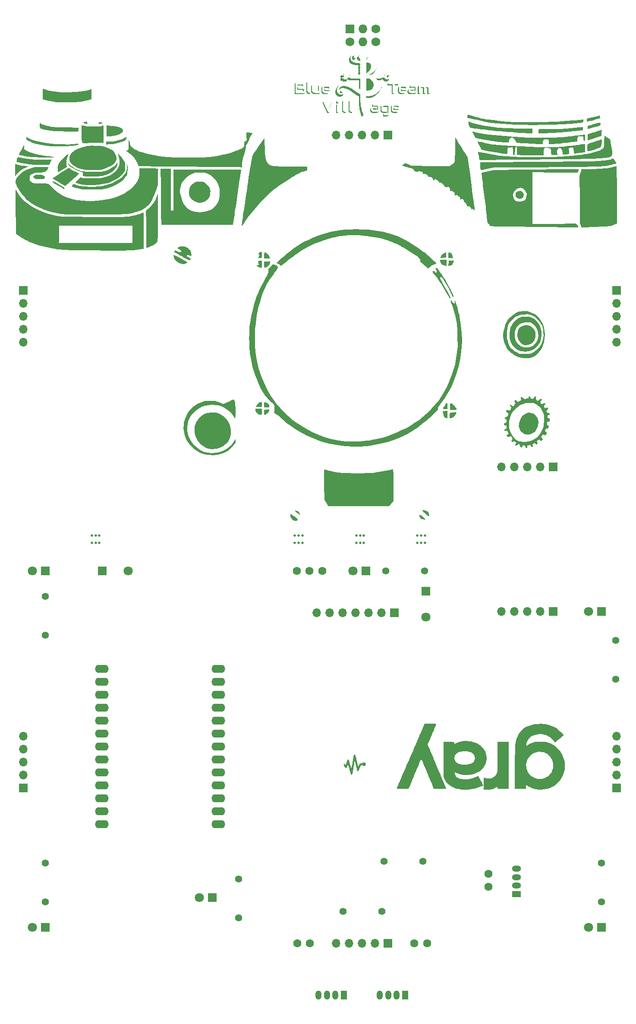
<source format=gts>
G04 #@! TF.GenerationSoftware,KiCad,Pcbnew,7.0.10*
G04 #@! TF.CreationDate,2024-04-17T21:16:10-05:00*
G04 #@! TF.ProjectId,camera_badge,63616d65-7261-45f6-9261-6467652e6b69,2*
G04 #@! TF.SameCoordinates,Original*
G04 #@! TF.FileFunction,Soldermask,Top*
G04 #@! TF.FilePolarity,Negative*
%FSLAX46Y46*%
G04 Gerber Fmt 4.6, Leading zero omitted, Abs format (unit mm)*
G04 Created by KiCad (PCBNEW 7.0.10) date 2024-04-17 21:16:10*
%MOMM*%
%LPD*%
G01*
G04 APERTURE LIST*
%ADD10C,1.400000*%
%ADD11R,1.700000X1.700000*%
%ADD12O,1.700000X1.700000*%
%ADD13C,1.600000*%
%ADD14O,2.700000X1.600000*%
%ADD15R,1.800000X1.800000*%
%ADD16C,1.800000*%
%ADD17R,1.150000X1.800000*%
%ADD18O,1.150000X1.800000*%
%ADD19R,1.800000X1.150000*%
%ADD20O,1.800000X1.150000*%
%ADD21R,1.727200X1.727200*%
%ADD22C,1.727200*%
%ADD23O,1.727200X1.727200*%
%ADD24C,0.500000*%
G04 APERTURE END LIST*
G36*
X137273410Y-168169295D02*
G01*
X137273410Y-172747202D01*
X136167094Y-172747202D01*
X135060778Y-172747202D01*
X135052152Y-172522108D01*
X135043526Y-172297013D01*
X134895851Y-172420206D01*
X134729918Y-172537992D01*
X134525423Y-172651366D01*
X134302623Y-172750476D01*
X134081776Y-172825470D01*
X134039340Y-172836779D01*
X133829863Y-172878908D01*
X133573138Y-172912610D01*
X133280524Y-172936859D01*
X132963378Y-172950630D01*
X132747189Y-172953479D01*
X132370619Y-172953946D01*
X132370619Y-171772551D01*
X132371280Y-171486772D01*
X132373194Y-171232273D01*
X132376253Y-171013689D01*
X132380350Y-170835652D01*
X132385380Y-170702795D01*
X132391236Y-170619752D01*
X132397791Y-170591155D01*
X132435876Y-170597089D01*
X132519205Y-170613227D01*
X132635335Y-170637078D01*
X132766475Y-170664993D01*
X133040951Y-170712023D01*
X133314129Y-170736061D01*
X133570950Y-170736723D01*
X133796354Y-170713626D01*
X133890438Y-170693606D01*
X134161960Y-170593521D01*
X134402863Y-170444235D01*
X134609796Y-170248949D01*
X134779406Y-170010865D01*
X134908342Y-169733180D01*
X134914501Y-169715930D01*
X134937937Y-169648025D01*
X134958677Y-169583069D01*
X134976885Y-169517182D01*
X134992727Y-169446486D01*
X135006367Y-169367101D01*
X135017970Y-169275149D01*
X135027700Y-169166751D01*
X135035723Y-169038028D01*
X135042202Y-168885101D01*
X135047303Y-168704091D01*
X135051191Y-168491119D01*
X135054029Y-168242307D01*
X135055984Y-167953775D01*
X135057218Y-167621645D01*
X135057898Y-167242037D01*
X135058188Y-166811073D01*
X135058253Y-166330748D01*
X135058293Y-163591388D01*
X136165851Y-163591388D01*
X137273410Y-163591388D01*
X137273410Y-168169295D01*
G37*
G36*
X107146003Y-166084682D02*
G01*
X107155948Y-166094508D01*
X107174226Y-166136403D01*
X107203394Y-166231527D01*
X107242284Y-166375281D01*
X107289726Y-166563069D01*
X107344551Y-166790291D01*
X107405590Y-167052352D01*
X107455875Y-167274026D01*
X107511762Y-167523512D01*
X107563373Y-167754818D01*
X107609315Y-167961638D01*
X107648198Y-168137668D01*
X107678629Y-168276600D01*
X107699218Y-168372130D01*
X107708571Y-168417951D01*
X107708991Y-168420925D01*
X107730266Y-168431869D01*
X107740713Y-168429457D01*
X107764781Y-168399289D01*
X107804398Y-168326356D01*
X107853332Y-168222800D01*
X107888849Y-168140846D01*
X107953629Y-167989103D01*
X108005610Y-167883602D01*
X108054424Y-167815942D01*
X108109703Y-167777719D01*
X108181078Y-167760531D01*
X108278181Y-167755975D01*
X108330185Y-167755807D01*
X108457140Y-167752582D01*
X108538017Y-167741366D01*
X108585532Y-167719845D01*
X108598805Y-167706929D01*
X108684802Y-167641205D01*
X108800058Y-167599979D01*
X108916750Y-167592556D01*
X108933347Y-167595062D01*
X109050918Y-167644487D01*
X109140583Y-167734618D01*
X109195519Y-167850984D01*
X109208903Y-167979112D01*
X109173912Y-168104530D01*
X109173712Y-168104918D01*
X109091569Y-168206276D01*
X108980538Y-168266535D01*
X108855119Y-168284680D01*
X108729808Y-168259697D01*
X108619106Y-168190574D01*
X108579199Y-168146493D01*
X108522969Y-168118910D01*
X108417490Y-168115576D01*
X108417124Y-168115602D01*
X108285655Y-168124993D01*
X108063698Y-168666443D01*
X107971926Y-168884719D01*
X107895379Y-169051589D01*
X107830306Y-169171586D01*
X107772958Y-169249242D01*
X107719584Y-169289090D01*
X107666433Y-169295663D01*
X107609757Y-169273494D01*
X107578583Y-169252798D01*
X107566058Y-169240203D01*
X107552746Y-169217816D01*
X107537558Y-169181326D01*
X107519407Y-169126420D01*
X107497204Y-169048788D01*
X107469862Y-168944118D01*
X107436292Y-168808098D01*
X107395405Y-168636417D01*
X107346115Y-168424764D01*
X107287333Y-168168827D01*
X107217970Y-167864295D01*
X107136940Y-167506856D01*
X107128109Y-167467841D01*
X107101693Y-167364826D01*
X107076324Y-167288940D01*
X107056892Y-167254440D01*
X107054668Y-167253714D01*
X107029854Y-167270573D01*
X107029689Y-167272766D01*
X107024895Y-167306084D01*
X107011443Y-167389260D01*
X106990728Y-167513947D01*
X106964142Y-167671794D01*
X106933080Y-167854453D01*
X106912577Y-167974220D01*
X106851436Y-168330821D01*
X106794963Y-168660854D01*
X106743830Y-168960370D01*
X106698706Y-169225420D01*
X106660261Y-169452056D01*
X106629165Y-169636327D01*
X106606087Y-169774285D01*
X106591697Y-169861981D01*
X106586666Y-169895466D01*
X106586665Y-169895526D01*
X106568432Y-169923364D01*
X106540253Y-169954046D01*
X106465472Y-169993032D01*
X106375157Y-169995182D01*
X106297560Y-169961080D01*
X106285002Y-169948772D01*
X106267537Y-169908681D01*
X106238259Y-169818130D01*
X106199106Y-169684105D01*
X106152016Y-169513594D01*
X106098927Y-169313583D01*
X106041778Y-169091059D01*
X105994131Y-168900283D01*
X105936128Y-168667526D01*
X105881789Y-168454050D01*
X105832864Y-168266377D01*
X105791099Y-168111029D01*
X105758245Y-167994529D01*
X105736050Y-167923398D01*
X105726888Y-167903481D01*
X105710194Y-167929880D01*
X105679525Y-168002166D01*
X105638931Y-168109975D01*
X105592463Y-168242942D01*
X105581793Y-168274728D01*
X105526437Y-168435241D01*
X105482604Y-168547477D01*
X105446151Y-168620114D01*
X105412932Y-168661826D01*
X105389548Y-168677197D01*
X105307212Y-168697195D01*
X105229479Y-168674665D01*
X105148497Y-168605092D01*
X105058235Y-168486652D01*
X104997891Y-168395298D01*
X104960855Y-168325878D01*
X104941438Y-168258307D01*
X104933953Y-168172500D01*
X104932712Y-168048372D01*
X104932712Y-168043403D01*
X104936299Y-167902178D01*
X104949459Y-167817969D01*
X104975787Y-167789026D01*
X105018878Y-167813597D01*
X105082328Y-167889933D01*
X105124818Y-167949876D01*
X105193487Y-168041378D01*
X105238300Y-168081244D01*
X105259104Y-168075400D01*
X105275097Y-168035260D01*
X105305860Y-167949316D01*
X105347804Y-167827908D01*
X105397342Y-167681376D01*
X105432863Y-167574687D01*
X105486446Y-167416363D01*
X105536285Y-167275681D01*
X105578467Y-167163200D01*
X105609077Y-167089479D01*
X105620986Y-167067253D01*
X105689887Y-167021409D01*
X105781917Y-167012544D01*
X105872380Y-167042965D01*
X105873462Y-167043646D01*
X105890601Y-167077945D01*
X105919447Y-167162739D01*
X105958006Y-167291064D01*
X106004281Y-167455958D01*
X106056277Y-167650455D01*
X106112001Y-167867594D01*
X106129037Y-167935672D01*
X106183840Y-168152664D01*
X106235341Y-168350392D01*
X106281569Y-168521761D01*
X106320550Y-168659676D01*
X106350314Y-168757044D01*
X106368887Y-168806771D01*
X106372579Y-168811692D01*
X106390897Y-168789796D01*
X106412685Y-168723437D01*
X106433392Y-168626673D01*
X106434423Y-168620667D01*
X106449402Y-168532563D01*
X106472379Y-168397802D01*
X106501379Y-168227950D01*
X106534427Y-168034572D01*
X106569547Y-167829235D01*
X106584640Y-167741039D01*
X106623866Y-167511869D01*
X106665437Y-167268995D01*
X106706403Y-167029643D01*
X106743816Y-166811041D01*
X106774729Y-166630415D01*
X106779259Y-166603946D01*
X106813389Y-166418872D01*
X106846226Y-166267868D01*
X106875872Y-166158683D01*
X106900433Y-166099066D01*
X106903920Y-166094469D01*
X106977597Y-166051400D01*
X107067446Y-166048139D01*
X107146003Y-166084682D01*
G37*
G36*
X132913327Y-166983209D02*
G01*
X132855964Y-167387540D01*
X132744534Y-167782976D01*
X132579377Y-168165117D01*
X132360832Y-168529562D01*
X132089239Y-168871908D01*
X132075865Y-168886625D01*
X131793071Y-169153871D01*
X131466874Y-169388211D01*
X131103512Y-169588757D01*
X130709221Y-169754619D01*
X130290241Y-169884909D01*
X129852808Y-169978738D01*
X129403160Y-170035217D01*
X128947534Y-170053457D01*
X128492168Y-170032569D01*
X128043300Y-169971664D01*
X127607166Y-169869854D01*
X127190006Y-169726249D01*
X126947075Y-169617529D01*
X126662622Y-169477833D01*
X126677591Y-169716994D01*
X126720053Y-169969540D01*
X126813813Y-170193163D01*
X126958556Y-170387667D01*
X127153967Y-170552859D01*
X127399731Y-170688543D01*
X127695534Y-170794523D01*
X128041059Y-170870606D01*
X128435993Y-170916597D01*
X128634456Y-170927605D01*
X129099059Y-170920404D01*
X129562865Y-170862283D01*
X130031277Y-170752019D01*
X130509698Y-170588390D01*
X130920472Y-170410126D01*
X131054158Y-170347102D01*
X131167203Y-170294312D01*
X131249682Y-170256354D01*
X131291671Y-170237821D01*
X131294874Y-170236737D01*
X131314978Y-170262411D01*
X131360273Y-170339635D01*
X131430918Y-170468707D01*
X131527074Y-170649926D01*
X131648904Y-170883593D01*
X131795067Y-171167086D01*
X131890831Y-171353129D01*
X131982899Y-171531119D01*
X132066095Y-171691114D01*
X132135239Y-171823170D01*
X132185155Y-171917345D01*
X132200760Y-171946165D01*
X132247921Y-172038413D01*
X132265383Y-172093659D01*
X132256257Y-172124023D01*
X132248092Y-172130552D01*
X132202486Y-172152715D01*
X132112322Y-172191162D01*
X131988437Y-172241671D01*
X131841670Y-172300019D01*
X131682859Y-172361985D01*
X131522841Y-172423346D01*
X131372455Y-172479880D01*
X131242538Y-172527366D01*
X131143928Y-172561580D01*
X131130154Y-172566063D01*
X130828390Y-172654520D01*
X130492378Y-172738842D01*
X130146914Y-172813216D01*
X129845386Y-172867325D01*
X129623154Y-172895537D01*
X129362740Y-172916677D01*
X129077602Y-172930639D01*
X128781195Y-172937319D01*
X128486976Y-172936613D01*
X128208401Y-172928415D01*
X127958926Y-172912623D01*
X127752008Y-172889131D01*
X127718875Y-172883832D01*
X127372711Y-172819060D01*
X127070169Y-172747957D01*
X126795823Y-172665787D01*
X126534246Y-172567811D01*
X126270012Y-172449295D01*
X126212596Y-172421281D01*
X125818029Y-172198843D01*
X125474167Y-171946254D01*
X125180631Y-171663021D01*
X124937040Y-171348649D01*
X124743013Y-171002644D01*
X124598172Y-170624513D01*
X124502137Y-170213762D01*
X124498897Y-170194135D01*
X124491821Y-170142554D01*
X124485528Y-170077799D01*
X124479975Y-169996477D01*
X124475119Y-169895196D01*
X124470917Y-169770561D01*
X124467325Y-169619180D01*
X124464302Y-169437660D01*
X124461803Y-169222607D01*
X124459787Y-168970627D01*
X124458209Y-168678329D01*
X124457027Y-168342318D01*
X124456199Y-167959201D01*
X124455680Y-167525586D01*
X124455428Y-167038078D01*
X124455389Y-166759004D01*
X124455388Y-166722707D01*
X126627325Y-166722707D01*
X126627971Y-166865993D01*
X126633549Y-166968408D01*
X126647484Y-167048133D01*
X126673204Y-167123347D01*
X126714134Y-167212230D01*
X126722975Y-167230258D01*
X126862933Y-167448657D01*
X127050658Y-167632337D01*
X127286088Y-167781248D01*
X127479724Y-167864948D01*
X127777358Y-167951503D01*
X128111825Y-168009617D01*
X128467292Y-168037595D01*
X128827925Y-168033743D01*
X128962760Y-168023607D01*
X129345669Y-167969922D01*
X129678909Y-167885633D01*
X129962257Y-167770903D01*
X130195491Y-167625892D01*
X130378389Y-167450764D01*
X130510727Y-167245679D01*
X130592284Y-167010799D01*
X130619697Y-166819581D01*
X130612291Y-166550422D01*
X130551994Y-166306905D01*
X130439604Y-166090036D01*
X130275917Y-165900820D01*
X130061729Y-165740264D01*
X129797837Y-165609372D01*
X129608750Y-165543297D01*
X129458488Y-165501473D01*
X129315448Y-165470840D01*
X129166809Y-165450132D01*
X128999753Y-165438088D01*
X128801459Y-165433442D01*
X128559109Y-165434933D01*
X128516317Y-165435641D01*
X128301183Y-165440844D01*
X128132393Y-165448713D01*
X127997237Y-165460439D01*
X127883007Y-165477212D01*
X127776994Y-165500224D01*
X127748410Y-165507587D01*
X127443146Y-165609432D01*
X127181167Y-165740841D01*
X126965609Y-165899602D01*
X126799607Y-166083503D01*
X126706747Y-166242536D01*
X126670196Y-166328986D01*
X126646944Y-166408784D01*
X126634013Y-166499932D01*
X126628427Y-166620431D01*
X126627325Y-166722707D01*
X124455388Y-166722707D01*
X124455270Y-163591388D01*
X125503758Y-163591388D01*
X125780791Y-163591548D01*
X126004443Y-163592214D01*
X126180404Y-163593666D01*
X126314362Y-163596184D01*
X126412007Y-163600047D01*
X126479029Y-163605536D01*
X126521114Y-163612930D01*
X126543954Y-163622509D01*
X126553237Y-163634553D01*
X126554666Y-163643074D01*
X126555246Y-163700307D01*
X126554170Y-163792708D01*
X126552577Y-163864586D01*
X126553161Y-163955796D01*
X126559307Y-164017439D01*
X126567145Y-164034411D01*
X126599919Y-164020337D01*
X126669492Y-163983060D01*
X126762150Y-163929996D01*
X126783362Y-163917479D01*
X127167961Y-163722948D01*
X127588775Y-163573433D01*
X128043093Y-163469521D01*
X128528204Y-163411801D01*
X129041397Y-163400860D01*
X129151317Y-163404511D01*
X129546778Y-163438817D01*
X129952062Y-163506467D01*
X130351129Y-163603474D01*
X130727937Y-163725850D01*
X131066448Y-163869607D01*
X131110614Y-163891590D01*
X131338123Y-164022860D01*
X131574649Y-164187100D01*
X131807742Y-164373589D01*
X132024952Y-164571607D01*
X132213828Y-164770436D01*
X132361921Y-164959355D01*
X132377245Y-164982196D01*
X132595313Y-165364975D01*
X132757616Y-165760868D01*
X132864493Y-166165472D01*
X132916283Y-166574386D01*
X132914510Y-166819581D01*
X132913327Y-166983209D01*
G37*
G36*
X121744395Y-160023252D02*
G01*
X121988217Y-160024928D01*
X122220477Y-160027072D01*
X122432650Y-160029564D01*
X122616212Y-160032285D01*
X122762641Y-160035113D01*
X122863413Y-160037930D01*
X122897305Y-160039493D01*
X122988514Y-160046491D01*
X123050157Y-160053661D01*
X123067130Y-160058243D01*
X123056311Y-160087128D01*
X123027426Y-160157310D01*
X122985830Y-160255861D01*
X122966788Y-160300432D01*
X122926697Y-160394226D01*
X122868144Y-160531569D01*
X122795736Y-160701632D01*
X122714083Y-160893587D01*
X122627794Y-161096605D01*
X122571732Y-161228597D01*
X122489460Y-161422211D01*
X122389054Y-161658269D01*
X122275575Y-161924890D01*
X122154081Y-162210192D01*
X122029633Y-162502293D01*
X121907289Y-162789312D01*
X121814406Y-163007103D01*
X121351795Y-164091539D01*
X121592258Y-164661057D01*
X121670527Y-164846257D01*
X121746726Y-165026247D01*
X121815779Y-165189056D01*
X121872609Y-165322717D01*
X121912138Y-165415259D01*
X121915270Y-165422551D01*
X121952367Y-165509404D01*
X122007331Y-165638850D01*
X122075144Y-165799030D01*
X122150785Y-165978082D01*
X122229232Y-166164145D01*
X122240312Y-166190458D01*
X122322758Y-166385930D01*
X122406923Y-166584885D01*
X122486708Y-166772942D01*
X122556010Y-166935722D01*
X122608729Y-167058843D01*
X122609975Y-167061737D01*
X122642885Y-167138677D01*
X122696555Y-167264790D01*
X122768762Y-167434831D01*
X122857286Y-167643555D01*
X122959904Y-167885720D01*
X123074394Y-168156080D01*
X123198536Y-168449392D01*
X123330107Y-168760411D01*
X123466885Y-169083895D01*
X123554684Y-169291620D01*
X123699007Y-169633093D01*
X123843618Y-169975172D01*
X123985751Y-170311322D01*
X124122640Y-170635005D01*
X124251520Y-170939682D01*
X124369626Y-171218817D01*
X124474191Y-171465873D01*
X124562451Y-171674310D01*
X124631640Y-171837593D01*
X124654158Y-171890690D01*
X124734915Y-172081054D01*
X124810053Y-172258199D01*
X124875819Y-172413277D01*
X124928460Y-172537438D01*
X124964225Y-172621835D01*
X124976659Y-172651214D01*
X125017226Y-172747202D01*
X123783748Y-172746757D01*
X122550270Y-172746311D01*
X122366781Y-172296350D01*
X122266080Y-172050275D01*
X122148187Y-171763633D01*
X122018846Y-171450290D01*
X121883801Y-171124113D01*
X121748798Y-170798969D01*
X121619580Y-170488725D01*
X121501893Y-170207247D01*
X121458499Y-170103830D01*
X121409061Y-169985762D01*
X121340202Y-169820730D01*
X121255087Y-169616349D01*
X121156884Y-169380234D01*
X121048757Y-169120002D01*
X120933873Y-168843269D01*
X120815397Y-168557650D01*
X120703404Y-168287434D01*
X120591800Y-168018501D01*
X120486707Y-167766142D01*
X120390342Y-167535618D01*
X120304924Y-167332193D01*
X120232668Y-167161129D01*
X120175793Y-167027689D01*
X120136516Y-166937135D01*
X120117053Y-166894731D01*
X120115626Y-166892358D01*
X120101337Y-166915156D01*
X120066205Y-166988115D01*
X120012131Y-167106875D01*
X119941013Y-167267080D01*
X119854749Y-167464372D01*
X119755238Y-167694394D01*
X119644379Y-167952787D01*
X119524070Y-168235195D01*
X119396210Y-168537260D01*
X119317754Y-168723521D01*
X119182320Y-169045610D01*
X119050639Y-169358746D01*
X118924984Y-169657519D01*
X118807630Y-169936523D01*
X118700854Y-170190349D01*
X118606929Y-170413591D01*
X118528131Y-170600839D01*
X118466733Y-170746686D01*
X118425013Y-170845725D01*
X118414042Y-170871737D01*
X118258281Y-171240901D01*
X118124227Y-171558848D01*
X118010544Y-171828753D01*
X117915899Y-172053788D01*
X117838956Y-172237129D01*
X117778381Y-172381949D01*
X117732840Y-172491421D01*
X117721719Y-172518307D01*
X117627200Y-172747202D01*
X116448560Y-172747202D01*
X116191210Y-172746905D01*
X115953246Y-172746057D01*
X115740928Y-172744724D01*
X115560514Y-172742970D01*
X115418263Y-172740861D01*
X115320437Y-172738463D01*
X115273292Y-172735841D01*
X115269921Y-172734910D01*
X115281025Y-172706151D01*
X115311901Y-172631709D01*
X115358894Y-172520128D01*
X115418350Y-172379950D01*
X115486614Y-172219720D01*
X115560031Y-172047979D01*
X115634948Y-171873273D01*
X115707710Y-171704142D01*
X115774662Y-171549132D01*
X115832149Y-171416784D01*
X115876518Y-171315643D01*
X115890048Y-171285225D01*
X115918538Y-171220444D01*
X115965470Y-171112422D01*
X116026059Y-170972231D01*
X116095520Y-170810942D01*
X116164523Y-170650225D01*
X116267978Y-170409220D01*
X116368790Y-170174969D01*
X116463937Y-169954446D01*
X116550398Y-169754622D01*
X116625153Y-169582469D01*
X116685181Y-169444960D01*
X116727460Y-169349068D01*
X116746763Y-169306388D01*
X116763036Y-169269579D01*
X116800191Y-169184310D01*
X116855729Y-169056366D01*
X116927152Y-168891535D01*
X117011962Y-168695601D01*
X117107659Y-168474350D01*
X117211745Y-168233569D01*
X117321722Y-167979042D01*
X117435091Y-167716557D01*
X117549355Y-167451898D01*
X117662014Y-167190851D01*
X117770569Y-166939203D01*
X117872523Y-166702739D01*
X117965377Y-166487244D01*
X118046633Y-166298506D01*
X118113791Y-166142309D01*
X118164354Y-166024440D01*
X118194341Y-165954179D01*
X118224963Y-165882576D01*
X118275809Y-165764355D01*
X118343609Y-165607090D01*
X118425091Y-165418360D01*
X118516985Y-165205740D01*
X118616020Y-164976806D01*
X118710748Y-164758016D01*
X118827871Y-164487531D01*
X118953475Y-164197322D01*
X119081714Y-163900907D01*
X119206742Y-163611799D01*
X119322714Y-163343516D01*
X119423784Y-163109572D01*
X119464419Y-163015458D01*
X119547827Y-162822283D01*
X119643464Y-162600883D01*
X119748494Y-162357814D01*
X119860081Y-162099634D01*
X119975390Y-161832897D01*
X120091584Y-161564162D01*
X120205829Y-161299984D01*
X120315290Y-161046921D01*
X120417129Y-160811527D01*
X120508513Y-160600360D01*
X120586605Y-160419977D01*
X120648570Y-160276934D01*
X120691572Y-160177787D01*
X120706615Y-160143190D01*
X120761310Y-160017667D01*
X121744395Y-160023252D01*
G37*
G36*
X148274367Y-168350909D02*
G01*
X148270483Y-168561914D01*
X148262771Y-168754975D01*
X148251241Y-168917278D01*
X148235900Y-169036008D01*
X148235032Y-169040574D01*
X148103858Y-169569094D01*
X147921800Y-170069335D01*
X147690558Y-170539042D01*
X147411832Y-170975960D01*
X147087323Y-171377834D01*
X146718732Y-171742411D01*
X146307758Y-172067434D01*
X145856102Y-172350650D01*
X145661454Y-172453213D01*
X145194121Y-172655019D01*
X144709196Y-172804045D01*
X144212341Y-172900454D01*
X143709220Y-172944407D01*
X143205496Y-172936067D01*
X142706831Y-172875595D01*
X142218890Y-172763154D01*
X141747335Y-172598904D01*
X141297829Y-172383009D01*
X141197357Y-172325593D01*
X141068660Y-172247342D01*
X140945693Y-172168489D01*
X140845836Y-172100371D01*
X140802828Y-172068241D01*
X140684689Y-171973888D01*
X140676448Y-172360545D01*
X140668207Y-172747202D01*
X139576273Y-172747202D01*
X138484340Y-172747202D01*
X138484608Y-168664004D01*
X138484722Y-168076023D01*
X138484724Y-168071894D01*
X140678599Y-168071894D01*
X140691013Y-168442441D01*
X140754469Y-168804221D01*
X140866382Y-169152419D01*
X141024169Y-169482220D01*
X141225245Y-169788812D01*
X141467024Y-170067380D01*
X141746923Y-170313110D01*
X142062356Y-170521189D01*
X142410738Y-170686802D01*
X142669772Y-170774023D01*
X142844273Y-170809720D01*
X143057742Y-170832323D01*
X143291487Y-170841564D01*
X143526815Y-170837171D01*
X143745033Y-170818875D01*
X143904479Y-170791878D01*
X144293071Y-170675393D01*
X144649999Y-170511125D01*
X144972214Y-170302404D01*
X145256669Y-170052562D01*
X145500317Y-169764928D01*
X145700111Y-169442835D01*
X145853003Y-169089613D01*
X145955946Y-168708593D01*
X145986869Y-168515643D01*
X146003643Y-168193327D01*
X145978848Y-167851269D01*
X145915384Y-167508611D01*
X145816149Y-167184496D01*
X145767081Y-167064314D01*
X145589754Y-166734931D01*
X145364866Y-166435633D01*
X145097948Y-166170610D01*
X144794531Y-165944053D01*
X144460147Y-165760151D01*
X144100325Y-165623096D01*
X143759487Y-165543294D01*
X143533758Y-165519928D01*
X143279540Y-165517173D01*
X143023449Y-165534367D01*
X142810676Y-165566903D01*
X142428879Y-165674812D01*
X142073622Y-165833633D01*
X141748965Y-166039787D01*
X141458968Y-166289695D01*
X141207691Y-166579781D01*
X140999193Y-166906467D01*
X140837535Y-167266173D01*
X140817239Y-167323749D01*
X140719814Y-167697392D01*
X140678599Y-168071894D01*
X138484724Y-168071894D01*
X138485004Y-167544035D01*
X138485486Y-167064964D01*
X138486199Y-166635733D01*
X138487174Y-166253267D01*
X138488442Y-165914489D01*
X138490035Y-165616323D01*
X138491984Y-165355692D01*
X138494320Y-165129520D01*
X138497075Y-164934731D01*
X138500280Y-164768248D01*
X138503967Y-164626996D01*
X138508165Y-164507897D01*
X138512908Y-164407876D01*
X138518226Y-164323856D01*
X138524150Y-164252761D01*
X138530064Y-164196966D01*
X138594615Y-163745975D01*
X138677962Y-163339982D01*
X138783283Y-162967020D01*
X138913754Y-162615120D01*
X139003622Y-162412941D01*
X139233931Y-161990183D01*
X139506684Y-161608476D01*
X139821790Y-161267880D01*
X140179160Y-160968457D01*
X140578704Y-160710269D01*
X141020332Y-160493376D01*
X141503953Y-160317840D01*
X142029479Y-160183722D01*
X142368177Y-160122646D01*
X142474005Y-160108857D01*
X142618224Y-160093605D01*
X142788942Y-160077786D01*
X142974266Y-160062294D01*
X143162302Y-160048024D01*
X143341159Y-160035871D01*
X143498942Y-160026730D01*
X143623759Y-160021495D01*
X143703717Y-160021062D01*
X143712014Y-160021532D01*
X143756658Y-160025443D01*
X143847773Y-160033839D01*
X143973029Y-160045570D01*
X144120096Y-160059488D01*
X144155037Y-160062813D01*
X144380317Y-160086030D01*
X144565687Y-160109938D01*
X144730252Y-160137833D01*
X144893116Y-160173014D01*
X145073380Y-160218778D01*
X145100154Y-160225964D01*
X145593904Y-160389096D01*
X146078400Y-160608795D01*
X146550179Y-160882840D01*
X147005776Y-161209014D01*
X147441728Y-161585098D01*
X147815290Y-161965361D01*
X147926159Y-162090606D01*
X147997880Y-162180531D01*
X148034190Y-162240437D01*
X148038829Y-162275624D01*
X148036801Y-162279433D01*
X148008621Y-162305848D01*
X147940909Y-162363086D01*
X147839931Y-162446171D01*
X147711950Y-162550124D01*
X147563229Y-162669968D01*
X147400034Y-162800725D01*
X147228629Y-162937417D01*
X147055277Y-163075067D01*
X146886242Y-163208697D01*
X146727789Y-163333328D01*
X146586182Y-163443984D01*
X146467684Y-163535687D01*
X146378560Y-163603458D01*
X146325074Y-163642321D01*
X146312399Y-163649722D01*
X146288528Y-163627397D01*
X146238982Y-163568585D01*
X146173007Y-163484436D01*
X146148642Y-163452255D01*
X145902244Y-163159168D01*
X145622382Y-162887858D01*
X145318938Y-162645539D01*
X145001799Y-162439428D01*
X144680848Y-162276739D01*
X144396595Y-162173320D01*
X144048382Y-162097650D01*
X143670520Y-162060790D01*
X143276750Y-162061597D01*
X142880811Y-162098925D01*
X142496444Y-162171628D01*
X142137388Y-162278563D01*
X141889476Y-162382222D01*
X141593022Y-162556738D01*
X141335481Y-162774398D01*
X141118722Y-163032336D01*
X140944614Y-163327688D01*
X140815023Y-163657588D01*
X140731818Y-164019171D01*
X140710017Y-164191350D01*
X140690624Y-164392591D01*
X140923935Y-164225011D01*
X141304037Y-163988032D01*
X141721918Y-163796061D01*
X142177911Y-163648960D01*
X142530619Y-163570644D01*
X142643341Y-163552650D01*
X142766152Y-163539148D01*
X142908995Y-163529638D01*
X143081813Y-163523618D01*
X143294550Y-163520587D01*
X143534805Y-163520008D01*
X143771681Y-163520892D01*
X143959799Y-163523291D01*
X144109464Y-163527872D01*
X144230983Y-163535300D01*
X144334659Y-163546241D01*
X144430800Y-163561363D01*
X144529710Y-163581332D01*
X144549045Y-163585591D01*
X145056819Y-163724481D01*
X145527733Y-163908047D01*
X145966116Y-164138623D01*
X146376299Y-164418547D01*
X146762612Y-164750156D01*
X146831538Y-164817086D01*
X147155751Y-165163998D01*
X147434031Y-165520574D01*
X147670695Y-165894983D01*
X147870061Y-166295397D01*
X148036448Y-166729990D01*
X148174173Y-167206931D01*
X148236074Y-167475225D01*
X148251456Y-167583735D01*
X148262968Y-167738372D01*
X148270618Y-167926323D01*
X148274415Y-168134774D01*
X148274402Y-168193327D01*
X148274367Y-168350909D01*
G37*
G36*
X96740934Y-35012523D02*
G01*
X96740803Y-35012523D01*
X96740947Y-35012467D01*
X96740934Y-35012523D01*
G37*
G36*
X113280505Y-40158037D02*
G01*
X113280505Y-40157906D01*
X113280513Y-40157906D01*
X113280505Y-40158037D01*
G37*
G36*
X118104956Y-35579595D02*
G01*
X118104870Y-35579595D01*
X118105004Y-35579594D01*
X118104956Y-35579595D01*
G37*
G36*
X104922101Y-32644931D02*
G01*
X104715449Y-32644931D01*
X104715449Y-32612650D01*
X104800498Y-32612261D01*
X104800498Y-32527472D01*
X104861639Y-32527310D01*
X104922101Y-32526954D01*
X104922101Y-32644931D01*
G37*
G36*
X99991416Y-35884132D02*
G01*
X99815225Y-35884132D01*
X99815225Y-34911918D01*
X99857749Y-34911918D01*
X99857749Y-34838928D01*
X99912461Y-34838928D01*
X99912461Y-34759974D01*
X99991416Y-34759974D01*
X99991416Y-35884132D01*
G37*
G36*
X101970329Y-39405184D02*
G01*
X101929879Y-39322341D01*
X102524304Y-38108724D01*
X102545441Y-38108724D01*
X102572918Y-38052459D01*
X102604814Y-38052459D01*
X102636837Y-37987118D01*
X102664838Y-37987118D01*
X101970329Y-39405184D01*
G37*
G36*
X115616977Y-34634994D02*
G01*
X115571346Y-34634994D01*
X115571346Y-34717061D01*
X115503023Y-34717061D01*
X115503023Y-34794460D01*
X114872033Y-34794460D01*
X114872033Y-34562005D01*
X115616977Y-34562005D01*
X115616977Y-34634994D01*
G37*
G36*
X120822771Y-34811703D02*
G01*
X120814515Y-34805675D01*
X120806185Y-34799917D01*
X120797791Y-34794396D01*
X120789343Y-34789079D01*
X120780853Y-34783932D01*
X120772329Y-34778922D01*
X120755226Y-34769179D01*
X120822771Y-34769179D01*
X120822771Y-34811703D01*
G37*
G36*
X88853809Y-98805651D02*
G01*
X88853809Y-99398526D01*
X88619779Y-99395767D01*
X88403089Y-99362783D01*
X88184036Y-99285851D01*
X88162021Y-99274745D01*
X87892913Y-99071879D01*
X87686377Y-98797291D01*
X87572162Y-98491355D01*
X87568247Y-98468899D01*
X87527291Y-98212776D01*
X88190550Y-98212776D01*
X88853809Y-98212776D01*
X88853809Y-98805651D01*
G37*
G36*
X125050369Y-69567567D02*
G01*
X125050369Y-70129238D01*
X124810553Y-70129238D01*
X124605889Y-70098962D01*
X124375591Y-70022862D01*
X124295688Y-69985419D01*
X124032171Y-69785304D01*
X123862901Y-69519937D01*
X123802317Y-69212049D01*
X123802309Y-69208722D01*
X123802212Y-69005897D01*
X124426290Y-69005897D01*
X125050369Y-69005897D01*
X125050369Y-69567567D01*
G37*
G36*
X89437584Y-96910619D02*
G01*
X89635309Y-96963090D01*
X89676469Y-96975395D01*
X89927095Y-97099299D01*
X90130556Y-97290738D01*
X90258930Y-97517397D01*
X90289190Y-97684481D01*
X90289190Y-97900737D01*
X89758723Y-97900737D01*
X89228256Y-97900737D01*
X89228256Y-97401474D01*
X89231742Y-97137155D01*
X89254995Y-96979404D01*
X89317211Y-96909974D01*
X89437584Y-96910619D01*
G37*
G36*
X90479601Y-69522230D02*
G01*
X90361613Y-69839184D01*
X90152882Y-70114095D01*
X89838495Y-70365052D01*
X89727519Y-70434681D01*
X89545549Y-70535883D01*
X89422498Y-70572825D01*
X89346935Y-70532617D01*
X89307428Y-70402367D01*
X89292549Y-70169185D01*
X89290664Y-69942014D01*
X89290664Y-69317936D01*
X89908170Y-69317936D01*
X90525677Y-69317936D01*
X90479601Y-69522230D01*
G37*
G36*
X103552395Y-38103281D02*
G01*
X103863804Y-38103281D01*
X103863804Y-38176141D01*
X103800019Y-38176141D01*
X103800019Y-38241482D01*
X103751397Y-38241482D01*
X103751397Y-38297749D01*
X103376077Y-38297749D01*
X103376077Y-37958596D01*
X103424698Y-37958596D01*
X103424698Y-37902329D01*
X103488483Y-37902329D01*
X103488483Y-37836987D01*
X103552395Y-37836987D01*
X103552395Y-38103281D01*
G37*
G36*
X103552395Y-39983922D02*
G01*
X103863804Y-39983922D01*
X103863804Y-40056913D01*
X103800019Y-40056913D01*
X103800019Y-40122124D01*
X103751397Y-40122124D01*
X103751397Y-40178392D01*
X103376077Y-40178392D01*
X103376077Y-38618104D01*
X103424698Y-38618104D01*
X103424698Y-38561966D01*
X103488483Y-38561966D01*
X103488483Y-38496625D01*
X103552395Y-38496625D01*
X103552395Y-39983922D01*
G37*
G36*
X104560650Y-32834214D02*
G01*
X104918863Y-32834214D01*
X104918863Y-33205390D01*
X104562339Y-33205390D01*
X104562339Y-33235339D01*
X104387442Y-33235339D01*
X104387442Y-33235338D01*
X104268949Y-33235338D01*
X104268949Y-32900073D01*
X104353998Y-32900073D01*
X104353998Y-32802839D01*
X104439047Y-32802839D01*
X104439047Y-32717791D01*
X104560650Y-32717791D01*
X104560650Y-32834214D01*
G37*
G36*
X88791401Y-97370270D02*
G01*
X88791401Y-97838329D01*
X88370148Y-97839181D01*
X88131414Y-97845105D01*
X87925817Y-97859712D01*
X87808477Y-97877664D01*
X87699330Y-97884111D01*
X87668082Y-97809785D01*
X87668059Y-97806168D01*
X87720447Y-97616309D01*
X87858000Y-97405077D01*
X88051302Y-97200598D01*
X88270934Y-97030996D01*
X88487481Y-96924395D01*
X88613541Y-96902211D01*
X88791401Y-96902211D01*
X88791401Y-97370270D01*
G37*
G36*
X94655724Y-118938340D02*
G01*
X94844759Y-119065639D01*
X95108478Y-119273441D01*
X95244807Y-119385810D01*
X95925486Y-119951146D01*
X95783962Y-120065745D01*
X95571282Y-120164206D01*
X95312287Y-120176928D01*
X95049320Y-120106023D01*
X94903953Y-120021802D01*
X94667709Y-119794310D01*
X94496528Y-119523098D01*
X94413020Y-119246858D01*
X94408428Y-119173857D01*
X94417725Y-119009302D01*
X94454107Y-118913186D01*
X94529474Y-118888527D01*
X94655724Y-118938340D01*
G37*
G36*
X109699810Y-30280969D02*
G01*
X109903097Y-30336717D01*
X110019780Y-30403744D01*
X110130497Y-30504089D01*
X110193892Y-30615585D01*
X110231748Y-30757159D01*
X110243681Y-30939959D01*
X110219695Y-31165544D01*
X110138145Y-31436632D01*
X110048035Y-31644326D01*
X109899725Y-31869131D01*
X109716932Y-32091344D01*
X109510139Y-32265459D01*
X109343675Y-32389789D01*
X109334336Y-30374573D01*
X109334336Y-30280969D01*
X109479289Y-30267227D01*
X109699810Y-30280969D01*
G37*
G36*
X110003967Y-33408416D02*
G01*
X110262216Y-33633222D01*
X110450594Y-33836766D01*
X110585812Y-34032790D01*
X110666449Y-34183180D01*
X110731662Y-34409540D01*
X110759019Y-34569135D01*
X110757591Y-34857726D01*
X110716491Y-35041564D01*
X110629895Y-35251332D01*
X110497780Y-35444245D01*
X110348819Y-35574927D01*
X110215149Y-35658420D01*
X109999421Y-35743466D01*
X109657551Y-35798177D01*
X109340041Y-35795196D01*
X109320340Y-33399211D01*
X110003967Y-33408416D01*
G37*
G36*
X126082171Y-97205412D02*
G01*
X126340885Y-97369122D01*
X126587675Y-97599294D01*
X126797983Y-97837927D01*
X126922961Y-98031367D01*
X126978411Y-98207570D01*
X126985013Y-98302285D01*
X126985013Y-98462408D01*
X126364949Y-98462408D01*
X125744886Y-98462408D01*
X125725269Y-97806993D01*
X125717511Y-97515438D01*
X125718003Y-97326422D01*
X125730944Y-97217736D01*
X125760534Y-97167170D01*
X125810972Y-97152513D01*
X125849168Y-97151711D01*
X126082171Y-97205412D01*
G37*
G36*
X95544187Y-118181102D02*
G01*
X95726091Y-118237904D01*
X95897896Y-118320145D01*
X95924055Y-118336502D01*
X96071645Y-118466296D01*
X96206480Y-118638622D01*
X96302496Y-118813468D01*
X96333629Y-118950824D01*
X96331848Y-118962516D01*
X96288317Y-118981017D01*
X96175681Y-118926104D01*
X95986113Y-118793144D01*
X95796432Y-118645558D01*
X95588043Y-118472659D01*
X95426240Y-118325596D01*
X95329969Y-118222430D01*
X95312439Y-118184237D01*
X95392772Y-118159845D01*
X95544187Y-118181102D01*
G37*
G36*
X113668267Y-34562005D02*
G01*
X114496705Y-34562005D01*
X114496705Y-36256475D01*
X114789968Y-36256475D01*
X114789968Y-36329467D01*
X114744329Y-36329467D01*
X114744329Y-36411532D01*
X114676006Y-36411532D01*
X114676006Y-36488930D01*
X114300678Y-36488930D01*
X114300678Y-34794460D01*
X113472248Y-34794460D01*
X113472248Y-34419265D01*
X113540571Y-34419265D01*
X113540571Y-34341736D01*
X113586202Y-34341736D01*
X113586202Y-34259671D01*
X113668267Y-34259671D01*
X113668267Y-34562005D01*
G37*
G36*
X54579339Y-41907345D02*
G01*
X54561745Y-41979964D01*
X54558629Y-42129568D01*
X54594378Y-42204714D01*
X54628297Y-42267908D01*
X54568622Y-42288905D01*
X54490320Y-42288155D01*
X54299241Y-42270431D01*
X54091030Y-42237864D01*
X54090510Y-42237762D01*
X53861714Y-42176602D01*
X53750376Y-42109813D01*
X53758232Y-42043760D01*
X53887017Y-41984802D01*
X54013930Y-41957029D01*
X54224444Y-41919466D01*
X54416407Y-41883219D01*
X54426483Y-41881223D01*
X54548612Y-41866630D01*
X54579339Y-41907345D01*
G37*
G36*
X56924317Y-41943002D02*
G01*
X57075641Y-41975638D01*
X57269022Y-42013159D01*
X57291032Y-42017181D01*
X57464601Y-42066859D01*
X57516771Y-42128500D01*
X57446180Y-42198120D01*
X57365378Y-42234317D01*
X57161963Y-42296884D01*
X56963711Y-42334218D01*
X56804903Y-42342688D01*
X56719818Y-42318665D01*
X56713760Y-42303308D01*
X56761573Y-42236495D01*
X56783443Y-42232924D01*
X56826821Y-42180509D01*
X56822379Y-42072079D01*
X56814104Y-41958228D01*
X56869250Y-41932789D01*
X56924317Y-41943002D01*
G37*
G36*
X90262388Y-98358390D02*
G01*
X90272177Y-98362185D01*
X90280129Y-98436696D01*
X90259990Y-98577914D01*
X90257948Y-98587396D01*
X90160059Y-98817374D01*
X89985705Y-99042150D01*
X89766939Y-99232894D01*
X89535814Y-99360776D01*
X89356171Y-99398526D01*
X89292035Y-99388633D01*
X89253828Y-99342021D01*
X89234922Y-99233292D01*
X89228691Y-99037045D01*
X89228256Y-98908235D01*
X89228256Y-98417945D01*
X89735772Y-98375620D01*
X89973897Y-98359336D01*
X90159884Y-98353331D01*
X90262388Y-98358390D01*
G37*
G36*
X124950670Y-67547853D02*
G01*
X124975909Y-67676801D01*
X124987000Y-67909518D01*
X124987961Y-68038575D01*
X124987961Y-68569041D01*
X124753932Y-68569584D01*
X124550221Y-68577766D01*
X124300147Y-68597900D01*
X124183040Y-68610573D01*
X123846177Y-68651019D01*
X123890752Y-68473419D01*
X123960436Y-68293653D01*
X124061889Y-68118078D01*
X124176502Y-67993622D01*
X124347925Y-67847145D01*
X124542759Y-67702695D01*
X124727602Y-67584319D01*
X124869052Y-67516065D01*
X124909118Y-67508108D01*
X124950670Y-67547853D01*
G37*
G36*
X126818342Y-98907972D02*
G01*
X126923789Y-98922430D01*
X126971748Y-98953344D01*
X126984635Y-99004649D01*
X126985013Y-99024994D01*
X126930070Y-99244251D01*
X126783035Y-99478105D01*
X126570603Y-99702820D01*
X126319467Y-99894662D01*
X126056320Y-100029897D01*
X125807854Y-100084790D01*
X125792859Y-100085012D01*
X125735348Y-100076344D01*
X125700445Y-100034701D01*
X125683878Y-99936627D01*
X125681374Y-99758664D01*
X125687708Y-99507739D01*
X125705652Y-98930467D01*
X126345332Y-98912681D01*
X126632995Y-98906034D01*
X126818342Y-98907972D01*
G37*
G36*
X71595658Y-68035751D02*
G01*
X71751162Y-68115532D01*
X71985903Y-68238669D01*
X72284623Y-68397121D01*
X72632065Y-68582845D01*
X72914899Y-68734906D01*
X74264922Y-69462441D01*
X74117228Y-69576777D01*
X73804159Y-69741509D01*
X73429011Y-69804121D01*
X73003516Y-69763147D01*
X72874311Y-69732200D01*
X72476198Y-69573545D01*
X72120587Y-69334074D01*
X71832387Y-69035942D01*
X71636508Y-68701299D01*
X71600038Y-68598974D01*
X71539896Y-68365969D01*
X71508552Y-68170759D01*
X71509218Y-68042401D01*
X71534649Y-68007371D01*
X71595658Y-68035751D01*
G37*
G36*
X89492576Y-67546812D02*
G01*
X89682208Y-67647065D01*
X89885980Y-67785078D01*
X90065421Y-67937063D01*
X90091031Y-67962882D01*
X90192311Y-68091619D01*
X90297506Y-68260372D01*
X90388948Y-68434857D01*
X90448966Y-68580789D01*
X90459892Y-68663882D01*
X90455225Y-68669559D01*
X90392940Y-68676501D01*
X90234127Y-68689404D01*
X90006808Y-68706067D01*
X89867937Y-68715685D01*
X89290664Y-68754904D01*
X89290664Y-68131506D01*
X89296932Y-67826523D01*
X89314887Y-67617214D01*
X89343252Y-67515830D01*
X89355558Y-67508108D01*
X89492576Y-67546812D01*
G37*
G36*
X126248102Y-69135980D02*
G01*
X126404754Y-69154022D01*
X126475940Y-69188197D01*
X126485750Y-69216703D01*
X126456703Y-69346294D01*
X126384948Y-69529057D01*
X126293560Y-69712089D01*
X126220450Y-69824901D01*
X126075789Y-69957469D01*
X125877824Y-70081306D01*
X125678114Y-70167951D01*
X125556541Y-70191413D01*
X125470991Y-70183778D01*
X125431972Y-70139927D01*
X125429125Y-70028964D01*
X125446785Y-69864005D01*
X125470219Y-69630053D01*
X125484598Y-69411881D01*
X125486682Y-69333538D01*
X125487224Y-69130712D01*
X125986487Y-69130712D01*
X126248102Y-69135980D01*
G37*
G36*
X155492027Y-44089235D02*
G01*
X155474202Y-44691328D01*
X154132433Y-45114967D01*
X153746064Y-45236788D01*
X153401857Y-45344995D01*
X153116848Y-45434259D01*
X152908073Y-45499250D01*
X152792569Y-45534639D01*
X152775062Y-45539573D01*
X152768342Y-45482133D01*
X152763075Y-45327000D01*
X152759978Y-45101295D01*
X152759460Y-44950835D01*
X152759460Y-44361130D01*
X153867199Y-44011330D01*
X154239097Y-43893745D01*
X154588504Y-43783002D01*
X154890511Y-43687015D01*
X155120207Y-43613699D01*
X155242396Y-43574336D01*
X155509853Y-43487142D01*
X155492027Y-44089235D01*
G37*
G36*
X119868153Y-118990686D02*
G01*
X120001929Y-119078561D01*
X120178944Y-119211872D01*
X120375813Y-119371079D01*
X120569150Y-119536645D01*
X120735571Y-119689030D01*
X120851690Y-119808697D01*
X120894124Y-119876107D01*
X120892946Y-119880116D01*
X120803939Y-119921117D01*
X120638767Y-119927702D01*
X120440251Y-119903157D01*
X120251215Y-119850765D01*
X120195570Y-119826631D01*
X120017147Y-119711482D01*
X119870866Y-119573695D01*
X119867929Y-119570005D01*
X119792355Y-119422264D01*
X119751290Y-119242076D01*
X119749977Y-119076626D01*
X119793660Y-118973098D01*
X119801001Y-118967783D01*
X119868153Y-118990686D01*
G37*
G36*
X120846968Y-118165280D02*
G01*
X121081634Y-118255767D01*
X121299784Y-118376719D01*
X121471551Y-118518111D01*
X121515069Y-118570413D01*
X121584449Y-118714151D01*
X121629565Y-118898070D01*
X121646296Y-119081323D01*
X121630521Y-119223063D01*
X121586733Y-119280944D01*
X121518951Y-119248793D01*
X121378094Y-119147940D01*
X121183682Y-118993374D01*
X120955235Y-118800087D01*
X120916142Y-118765967D01*
X120691778Y-118563024D01*
X120510214Y-118386732D01*
X120387982Y-118254069D01*
X120341611Y-118182011D01*
X120342552Y-118176857D01*
X120447560Y-118115800D01*
X120625655Y-118115283D01*
X120846968Y-118165280D01*
G37*
G36*
X125700848Y-67548281D02*
G01*
X125884431Y-67648972D01*
X126058472Y-67780440D01*
X126151738Y-67878432D01*
X126209403Y-68003054D01*
X126252688Y-68178740D01*
X126254803Y-68192763D01*
X126288636Y-68374717D01*
X126327933Y-68516279D01*
X126330258Y-68522236D01*
X126340698Y-68577613D01*
X126301516Y-68610393D01*
X126189933Y-68626352D01*
X125983169Y-68631266D01*
X125899552Y-68631449D01*
X125424816Y-68631449D01*
X125424816Y-68069779D01*
X125426712Y-67803304D01*
X125436102Y-67637768D01*
X125458544Y-67549307D01*
X125499595Y-67514059D01*
X125555600Y-67508108D01*
X125700848Y-67548281D01*
G37*
G36*
X139765574Y-55513351D02*
G01*
X139988058Y-55691459D01*
X140112574Y-55881544D01*
X140206607Y-56194629D01*
X140179017Y-56525881D01*
X140128886Y-56673172D01*
X140047799Y-56814052D01*
X139924899Y-56899172D01*
X139758008Y-56952003D01*
X139513658Y-57005575D01*
X139335416Y-57015061D01*
X139171129Y-56976298D01*
X138977968Y-56889748D01*
X138765157Y-56750069D01*
X138643954Y-56571488D01*
X138595860Y-56321493D01*
X138592875Y-56213010D01*
X138651799Y-55943987D01*
X138819508Y-55715796D01*
X139082413Y-55544721D01*
X139183961Y-55504858D01*
X139496226Y-55450617D01*
X139765574Y-55513351D01*
G37*
G36*
X125205065Y-97149645D02*
G01*
X125227208Y-97322205D01*
X125237165Y-97595011D01*
X125237593Y-97677188D01*
X125237593Y-98264942D01*
X124800597Y-98285665D01*
X124572533Y-98294585D01*
X124441955Y-98288486D01*
X124381698Y-98258745D01*
X124364596Y-98196740D01*
X124363742Y-98147009D01*
X124417891Y-97980449D01*
X124569425Y-97788670D01*
X124585280Y-97773042D01*
X124727297Y-97612972D01*
X124777820Y-97487034D01*
X124771808Y-97419519D01*
X124773676Y-97305574D01*
X124865191Y-97216643D01*
X124921758Y-97185009D01*
X125067859Y-97118919D01*
X125169020Y-97089527D01*
X125172086Y-97089435D01*
X125205065Y-97149645D01*
G37*
G36*
X125237593Y-99367322D02*
G01*
X125234056Y-99705626D01*
X125216501Y-99931155D01*
X125174504Y-100055897D01*
X125097646Y-100091841D01*
X124975505Y-100050974D01*
X124797660Y-99945287D01*
X124757637Y-99919467D01*
X124599749Y-99804227D01*
X124525169Y-99700181D01*
X124505335Y-99563163D01*
X124505404Y-99529418D01*
X124483560Y-99326033D01*
X124425371Y-99095938D01*
X124403856Y-99035535D01*
X124348536Y-98863004D01*
X124329288Y-98737324D01*
X124335241Y-98707894D01*
X124411323Y-98678832D01*
X124576863Y-98657953D01*
X124796562Y-98649641D01*
X124804421Y-98649631D01*
X125237593Y-98649631D01*
X125237593Y-99367322D01*
G37*
G36*
X155131872Y-40701943D02*
G01*
X155156818Y-40848684D01*
X155169468Y-40936262D01*
X155208514Y-41221137D01*
X154842095Y-41328642D01*
X154550618Y-41410710D01*
X154206040Y-41502410D01*
X153839766Y-41595951D01*
X153483200Y-41683545D01*
X153167745Y-41757401D01*
X152924807Y-41809732D01*
X152837470Y-41825865D01*
X152572236Y-41869447D01*
X152572236Y-41566376D01*
X152572236Y-41263304D01*
X153211917Y-41147950D01*
X153575070Y-41072210D01*
X153983672Y-40971228D01*
X154366122Y-40863103D01*
X154475676Y-40828517D01*
X154733416Y-40745876D01*
X154942408Y-40681974D01*
X155077435Y-40644327D01*
X155115088Y-40637913D01*
X155131872Y-40701943D01*
G37*
G36*
X45474417Y-52301265D02*
G01*
X45819810Y-52365052D01*
X46064348Y-52474593D01*
X46216638Y-52632529D01*
X46227152Y-52651138D01*
X46284693Y-52822634D01*
X46247924Y-52955127D01*
X46110938Y-53051466D01*
X45867830Y-53114500D01*
X45512693Y-53147076D01*
X45185912Y-53153273D01*
X44870865Y-53149406D01*
X44648644Y-53135666D01*
X44487359Y-53107140D01*
X44355118Y-53058915D01*
X44263391Y-53011168D01*
X44069213Y-52867902D01*
X43998627Y-52723316D01*
X44050529Y-52570624D01*
X44171313Y-52444895D01*
X44267325Y-52370913D01*
X44363459Y-52323237D01*
X44489351Y-52296127D01*
X44674636Y-52283843D01*
X44948949Y-52280644D01*
X45019560Y-52280589D01*
X45474417Y-52301265D01*
G37*
G36*
X88840251Y-69864005D02*
G01*
X88847041Y-70167671D01*
X88846644Y-70367901D01*
X88835245Y-70486028D01*
X88809027Y-70543388D01*
X88764173Y-70561314D01*
X88715435Y-70561696D01*
X88561585Y-70537168D01*
X88371294Y-70482820D01*
X88344860Y-70473399D01*
X88096598Y-70366337D01*
X87926105Y-70261463D01*
X87842131Y-70169623D01*
X87853425Y-70101666D01*
X87968737Y-70068441D01*
X88016944Y-70066830D01*
X88153087Y-70031818D01*
X88211717Y-69920181D01*
X88195326Y-69722014D01*
X88147478Y-69547898D01*
X88093467Y-69369117D01*
X88062841Y-69247937D01*
X88060212Y-69217020D01*
X88124764Y-69206449D01*
X88278203Y-69193217D01*
X88448434Y-69182443D01*
X88822605Y-69161916D01*
X88840251Y-69864005D01*
G37*
G36*
X62240056Y-44867655D02*
G01*
X62250964Y-44943625D01*
X62239771Y-45095517D01*
X62230588Y-45160017D01*
X62186100Y-45335580D01*
X62098653Y-45456026D01*
X61931919Y-45570876D01*
X61927094Y-45573708D01*
X61573322Y-45745250D01*
X61123424Y-45907946D01*
X60606083Y-46054569D01*
X60049978Y-46177893D01*
X59483791Y-46270689D01*
X58944841Y-46325175D01*
X58273956Y-46368876D01*
X58273956Y-46063477D01*
X58273956Y-45758077D01*
X58976045Y-45779784D01*
X59330086Y-45785407D01*
X59612978Y-45773328D01*
X59877803Y-45737907D01*
X60177643Y-45673501D01*
X60328229Y-45636084D01*
X60967212Y-45452903D01*
X61487210Y-45259012D01*
X61885782Y-45055357D01*
X61971507Y-44999341D01*
X62117774Y-44908615D01*
X62218493Y-44865777D01*
X62240056Y-44867655D01*
G37*
G36*
X88788985Y-67414742D02*
G01*
X88801146Y-67420519D01*
X88831702Y-67498361D01*
X88849928Y-67663311D01*
X88856563Y-67881042D01*
X88852346Y-68117230D01*
X88838018Y-68337551D01*
X88814319Y-68507678D01*
X88781986Y-68593288D01*
X88775799Y-68596933D01*
X88638120Y-68625582D01*
X88456163Y-68647125D01*
X88269949Y-68659177D01*
X88119497Y-68659352D01*
X88044826Y-68645265D01*
X88042507Y-68640634D01*
X88076549Y-68565057D01*
X88161759Y-68432990D01*
X88198526Y-68381818D01*
X88322499Y-68173280D01*
X88341945Y-68014218D01*
X88257536Y-67886935D01*
X88218423Y-67856696D01*
X88125888Y-67780958D01*
X88129588Y-67715792D01*
X88196575Y-67635080D01*
X88321853Y-67541797D01*
X88494355Y-67462620D01*
X88666070Y-67414589D01*
X88788985Y-67414742D01*
G37*
G36*
X47891213Y-53558461D02*
G01*
X48045894Y-53641438D01*
X48275277Y-53768426D01*
X48562698Y-53930177D01*
X48891489Y-54117441D01*
X48980408Y-54168427D01*
X49366109Y-54392014D01*
X49654790Y-54565191D01*
X49859236Y-54696894D01*
X49992229Y-54796059D01*
X50066556Y-54871622D01*
X50095000Y-54932519D01*
X50096489Y-54948526D01*
X50080479Y-55057371D01*
X50051720Y-55087136D01*
X49985771Y-55056861D01*
X49828672Y-54973387D01*
X49597304Y-54846031D01*
X49308548Y-54684110D01*
X48979285Y-54496940D01*
X48897175Y-54449909D01*
X48514634Y-54228493D01*
X48228774Y-54057450D01*
X48026570Y-53927627D01*
X47894995Y-53829873D01*
X47821023Y-53755036D01*
X47791629Y-53693964D01*
X47789435Y-53671617D01*
X47803736Y-53560666D01*
X47827899Y-53528747D01*
X47891213Y-53558461D01*
G37*
G36*
X155238828Y-42099442D02*
G01*
X155273274Y-42229664D01*
X155274099Y-42389863D01*
X155240172Y-42523081D01*
X155121871Y-42649329D01*
X154903204Y-42753811D01*
X154887818Y-42758904D01*
X154749362Y-42799738D01*
X154529490Y-42860028D01*
X154253049Y-42933426D01*
X153944888Y-43013583D01*
X153629855Y-43094153D01*
X153332799Y-43168786D01*
X153078568Y-43231135D01*
X152892011Y-43274851D01*
X152797974Y-43293587D01*
X152793839Y-43293857D01*
X152773247Y-43238065D01*
X152760970Y-43097055D01*
X152759460Y-43015664D01*
X152759460Y-42737472D01*
X153211917Y-42605406D01*
X153463005Y-42531898D01*
X153786949Y-42436749D01*
X154136920Y-42333728D01*
X154388499Y-42259520D01*
X154674429Y-42176585D01*
X154918310Y-42108642D01*
X155094362Y-42062683D01*
X155176801Y-42045700D01*
X155176924Y-42045700D01*
X155238828Y-42099442D01*
G37*
G36*
X58539190Y-42632956D02*
G01*
X58697118Y-42652171D01*
X58934483Y-42675176D01*
X59206166Y-42697686D01*
X59272482Y-42702612D01*
X59769580Y-42754449D01*
X60243398Y-42833555D01*
X60674039Y-42934412D01*
X61041604Y-43051499D01*
X61326195Y-43179297D01*
X61507914Y-43312287D01*
X61519950Y-43326007D01*
X61597892Y-43508913D01*
X61588285Y-43729520D01*
X61497586Y-43943424D01*
X61415888Y-44041730D01*
X61184317Y-44205875D01*
X60856497Y-44362159D01*
X60460992Y-44503786D01*
X60026364Y-44623958D01*
X59581178Y-44715876D01*
X59153994Y-44772743D01*
X58773378Y-44787762D01*
X58467891Y-44754135D01*
X58445578Y-44748627D01*
X58405479Y-44727727D01*
X58376515Y-44677418D01*
X58356911Y-44580015D01*
X58344892Y-44417834D01*
X58338681Y-44173193D01*
X58336504Y-43828408D01*
X58336364Y-43660900D01*
X58336364Y-42601715D01*
X58539190Y-42632956D01*
G37*
G36*
X40520428Y-50118515D02*
G01*
X40601183Y-50179656D01*
X40750128Y-50264391D01*
X40997548Y-50349821D01*
X41317290Y-50429815D01*
X41683201Y-50498242D01*
X42069126Y-50548970D01*
X42242456Y-50564399D01*
X42509469Y-50588356D01*
X42732489Y-50615833D01*
X42879978Y-50642574D01*
X42917685Y-50655552D01*
X42906515Y-50699740D01*
X42789203Y-50769062D01*
X42598325Y-50848224D01*
X42039599Y-51100174D01*
X41522901Y-51419683D01*
X41074479Y-51787668D01*
X40720577Y-52185043D01*
X40678491Y-52244222D01*
X40563249Y-52401212D01*
X40473116Y-52505120D01*
X40437911Y-52530284D01*
X40425374Y-52471089D01*
X40416362Y-52306152D01*
X40411240Y-52054506D01*
X40410377Y-51735184D01*
X40414138Y-51367219D01*
X40414772Y-51329067D01*
X40422459Y-50955178D01*
X40431613Y-50626057D01*
X40441495Y-50361295D01*
X40451362Y-50180480D01*
X40460474Y-50103204D01*
X40461195Y-50102032D01*
X40520428Y-50118515D01*
G37*
G36*
X151797367Y-42973852D02*
G01*
X151821683Y-43141402D01*
X151823342Y-43225964D01*
X151819156Y-43409196D01*
X151790048Y-43503946D01*
X151711191Y-43546544D01*
X151589312Y-43568456D01*
X150858845Y-43671153D01*
X150038813Y-43769908D01*
X149164468Y-43861197D01*
X148271062Y-43941494D01*
X147393843Y-44007273D01*
X146893121Y-44038128D01*
X146334514Y-44067452D01*
X145779118Y-44092959D01*
X145241034Y-44114316D01*
X144734359Y-44131189D01*
X144273193Y-44143244D01*
X143871635Y-44150148D01*
X143543784Y-44151568D01*
X143303739Y-44147170D01*
X143165600Y-44136620D01*
X143137379Y-44126982D01*
X143126977Y-44040367D01*
X143126915Y-43869997D01*
X143134567Y-43699508D01*
X143158080Y-43325061D01*
X145110542Y-43345299D01*
X147345443Y-43312118D01*
X149546500Y-43165011D01*
X150947040Y-43010481D01*
X151237940Y-42974284D01*
X151486768Y-42944904D01*
X151665354Y-42925565D01*
X151742740Y-42919410D01*
X151797367Y-42973852D01*
G37*
G36*
X50884247Y-48240102D02*
G01*
X50879948Y-48311401D01*
X50828589Y-48450144D01*
X50798151Y-48514468D01*
X50619476Y-48984926D01*
X50514109Y-49519265D01*
X50489501Y-50075339D01*
X50497156Y-50217029D01*
X50538196Y-50760674D01*
X49726635Y-51271000D01*
X49445088Y-51447047D01*
X49202540Y-51596819D01*
X49017748Y-51708884D01*
X48909472Y-51771807D01*
X48889399Y-51781326D01*
X48848611Y-51732079D01*
X48824268Y-51678508D01*
X48799716Y-51566972D01*
X48773002Y-51372559D01*
X48749834Y-51136958D01*
X48749472Y-51132440D01*
X48735894Y-50906318D01*
X48744207Y-50734311D01*
X48783809Y-50571079D01*
X48864099Y-50371284D01*
X48942778Y-50199861D01*
X49067171Y-49955759D01*
X49205374Y-49739134D01*
X49381118Y-49518410D01*
X49618135Y-49262012D01*
X49744189Y-49133545D01*
X50036713Y-48849412D01*
X50307233Y-48606472D01*
X50541900Y-48415579D01*
X50726864Y-48287588D01*
X50848273Y-48233353D01*
X50884247Y-48240102D01*
G37*
G36*
X141166969Y-81851138D02*
G01*
X141589798Y-82006341D01*
X141943801Y-82265590D01*
X142229739Y-82629357D01*
X142337835Y-82830262D01*
X142434850Y-83051440D01*
X142491425Y-83243183D01*
X142517888Y-83456377D01*
X142524568Y-83741907D01*
X142524570Y-83750291D01*
X142519397Y-84028567D01*
X142496093Y-84233656D01*
X142442987Y-84417021D01*
X142348406Y-84630122D01*
X142305154Y-84717640D01*
X142067251Y-85101506D01*
X141781167Y-85383190D01*
X141430231Y-85573301D01*
X140997773Y-85682449D01*
X140745946Y-85709964D01*
X140506273Y-85722508D01*
X140339105Y-85709883D01*
X140192859Y-85660382D01*
X140015954Y-85562300D01*
X139968675Y-85533576D01*
X139628589Y-85272435D01*
X139339583Y-84947500D01*
X139126544Y-84591424D01*
X139025287Y-84295823D01*
X138977306Y-83909333D01*
X138985302Y-83498457D01*
X139043383Y-83093772D01*
X139145656Y-82725855D01*
X139286228Y-82425285D01*
X139418069Y-82257830D01*
X139675683Y-82075959D01*
X140009343Y-81927442D01*
X140371299Y-81829696D01*
X140674553Y-81799508D01*
X141166969Y-81851138D01*
G37*
G36*
X155515575Y-45411130D02*
G01*
X155521594Y-45567731D01*
X155521260Y-45796932D01*
X155516771Y-45992861D01*
X155503928Y-46271992D01*
X155475777Y-46495967D01*
X155419010Y-46675876D01*
X155320320Y-46822807D01*
X155166399Y-46947849D01*
X154943939Y-47062091D01*
X154639634Y-47176621D01*
X154240174Y-47302528D01*
X153785345Y-47435590D01*
X153449962Y-47531655D01*
X153157028Y-47614221D01*
X152927292Y-47677548D01*
X152781503Y-47715895D01*
X152740013Y-47724815D01*
X152723026Y-47666538D01*
X152709211Y-47508207D01*
X152700062Y-47274572D01*
X152697052Y-47013802D01*
X152699290Y-46701495D01*
X152708132Y-46491857D01*
X152726771Y-46362784D01*
X152758401Y-46292177D01*
X152806216Y-46257933D01*
X152806266Y-46257913D01*
X152903273Y-46222322D01*
X153091685Y-46156675D01*
X153350892Y-46067883D01*
X153660289Y-45962859D01*
X153999268Y-45848514D01*
X154347221Y-45731760D01*
X154683542Y-45619508D01*
X154987622Y-45518670D01*
X155238855Y-45436158D01*
X155416633Y-45378883D01*
X155500349Y-45353758D01*
X155503735Y-45353181D01*
X155515575Y-45411130D01*
G37*
G36*
X141532714Y-99000742D02*
G01*
X141561666Y-99004882D01*
X141943706Y-99086470D01*
X142238826Y-99219154D01*
X142481165Y-99423629D01*
X142680294Y-99683032D01*
X142893364Y-100043632D01*
X143020442Y-100370790D01*
X143073676Y-100708182D01*
X143067217Y-101074029D01*
X143039278Y-101329409D01*
X142989786Y-101551022D01*
X142905075Y-101783600D01*
X142771475Y-102071874D01*
X142747494Y-102120428D01*
X142603254Y-102398958D01*
X142484344Y-102591832D01*
X142368191Y-102728652D01*
X142232221Y-102839018D01*
X142165713Y-102883362D01*
X141714687Y-103123304D01*
X141271871Y-103263818D01*
X140855638Y-103300315D01*
X140621131Y-103269191D01*
X140209924Y-103112717D01*
X139846241Y-102855333D01*
X139550989Y-102518075D01*
X139345075Y-102121978D01*
X139286167Y-101926044D01*
X139252132Y-101730938D01*
X139247708Y-101530954D01*
X139273979Y-101282203D01*
X139307077Y-101078990D01*
X139459309Y-100475823D01*
X139686817Y-99970651D01*
X139988991Y-99564338D01*
X140365218Y-99257747D01*
X140716637Y-99085778D01*
X140936676Y-99009624D01*
X141109500Y-98973565D01*
X141289912Y-98972353D01*
X141532714Y-99000742D01*
G37*
G36*
X106096096Y-32785938D02*
G01*
X106089347Y-32792127D01*
X106082542Y-32797895D01*
X106075663Y-32803163D01*
X106068691Y-32807854D01*
X106065165Y-32809959D01*
X106061610Y-32811891D01*
X106058022Y-32813640D01*
X106054400Y-32815197D01*
X106050742Y-32816551D01*
X106047044Y-32817694D01*
X106043306Y-32818615D01*
X106039524Y-32819305D01*
X106035770Y-32819832D01*
X106031997Y-32820261D01*
X106028212Y-32820618D01*
X106024421Y-32820926D01*
X106016845Y-32821493D01*
X106013073Y-32821801D01*
X106009318Y-32822157D01*
X106015020Y-32816161D01*
X106020763Y-32810260D01*
X106026565Y-32804503D01*
X106032441Y-32798935D01*
X106035413Y-32796237D01*
X106038409Y-32793604D01*
X106041433Y-32791042D01*
X106044485Y-32788557D01*
X106047569Y-32786155D01*
X106050686Y-32783841D01*
X106053838Y-32781623D01*
X106057028Y-32779504D01*
X106067843Y-32772645D01*
X106078972Y-32765831D01*
X106090375Y-32759144D01*
X106102011Y-32752668D01*
X106113842Y-32746483D01*
X106125828Y-32740672D01*
X106137929Y-32735316D01*
X106144011Y-32732835D01*
X106150106Y-32730498D01*
X106150234Y-32730498D01*
X106096096Y-32785938D01*
G37*
G36*
X45420363Y-42142998D02*
G01*
X45474979Y-42196008D01*
X45681334Y-42357853D01*
X45984839Y-42504242D01*
X46391971Y-42637202D01*
X46909210Y-42758762D01*
X47543032Y-42870948D01*
X47714342Y-42896869D01*
X47991775Y-42929705D01*
X48346581Y-42957344D01*
X48788574Y-42980215D01*
X49327569Y-42998746D01*
X49973379Y-43013366D01*
X50597789Y-43022840D01*
X52813268Y-43050615D01*
X52831607Y-43412588D01*
X52849946Y-43774560D01*
X52425956Y-43814600D01*
X52273125Y-43827446D01*
X52114052Y-43836685D01*
X51933865Y-43842189D01*
X51717689Y-43843832D01*
X51450650Y-43841487D01*
X51117874Y-43835025D01*
X50704487Y-43824320D01*
X50195616Y-43809244D01*
X49599263Y-43790407D01*
X48877816Y-43759278D01*
X48186789Y-43714148D01*
X47540025Y-43656784D01*
X46951371Y-43588952D01*
X46434671Y-43512420D01*
X46003770Y-43428955D01*
X45672512Y-43340325D01*
X45485480Y-43265309D01*
X45360012Y-43185256D01*
X45283627Y-43083705D01*
X45244822Y-42929900D01*
X45232095Y-42693087D01*
X45231669Y-42586665D01*
X45241483Y-42311025D01*
X45272730Y-42150778D01*
X45330620Y-42097557D01*
X45420363Y-42142998D01*
G37*
G36*
X41107010Y-48866348D02*
G01*
X41276143Y-48910378D01*
X41392629Y-48944450D01*
X41785007Y-49040440D01*
X42288560Y-49125422D01*
X42890044Y-49198297D01*
X43576213Y-49257967D01*
X44333821Y-49303332D01*
X45149624Y-49333295D01*
X46010375Y-49346757D01*
X46251388Y-49347420D01*
X47617436Y-49347420D01*
X47513190Y-49487838D01*
X47430613Y-49620072D01*
X47324138Y-49817875D01*
X47241210Y-49987100D01*
X47073475Y-50345946D01*
X46380230Y-50345946D01*
X46003469Y-50348691D01*
X45582987Y-50356033D01*
X45187682Y-50366632D01*
X45037596Y-50372058D01*
X44744028Y-50380444D01*
X44478434Y-50381922D01*
X44277591Y-50376589D01*
X44200983Y-50369797D01*
X44076720Y-50352729D01*
X43854128Y-50323867D01*
X43558787Y-50286463D01*
X43216274Y-50243766D01*
X42984030Y-50215153D01*
X42305547Y-50124152D01*
X41748980Y-50032216D01*
X41311428Y-49938569D01*
X40989992Y-49842431D01*
X40781772Y-49743026D01*
X40683867Y-49639576D01*
X40674939Y-49595895D01*
X40698847Y-49465313D01*
X40759315Y-49288652D01*
X40839458Y-49103456D01*
X40922392Y-48947271D01*
X40991233Y-48857641D01*
X41010901Y-48848832D01*
X41107010Y-48866348D01*
G37*
G36*
X51246067Y-51133714D02*
G01*
X51433758Y-51269697D01*
X51697959Y-51428501D01*
X52003338Y-51592214D01*
X52314563Y-51742923D01*
X52596303Y-51862716D01*
X52813225Y-51933679D01*
X52832176Y-51937850D01*
X52965114Y-51978218D01*
X53020231Y-52021896D01*
X53019400Y-52027371D01*
X52968851Y-52079245D01*
X52836102Y-52201100D01*
X52633776Y-52381751D01*
X52374494Y-52610013D01*
X52070878Y-52874701D01*
X51752335Y-53150172D01*
X51412674Y-53443932D01*
X51100238Y-53716279D01*
X50828802Y-53955035D01*
X50612145Y-54148021D01*
X50464042Y-54283057D01*
X50400562Y-54345193D01*
X50303274Y-54434746D01*
X50244542Y-54460695D01*
X50177125Y-54429931D01*
X50017795Y-54346168D01*
X49782979Y-54218385D01*
X49489105Y-54055562D01*
X49152602Y-53866678D01*
X49006389Y-53783935D01*
X48658200Y-53582633D01*
X48348684Y-53396434D01*
X48093891Y-53235592D01*
X47909869Y-53110357D01*
X47812665Y-53030984D01*
X47801676Y-53014312D01*
X47838651Y-52956344D01*
X47965489Y-52849228D01*
X48185968Y-52690345D01*
X48503863Y-52477073D01*
X48922951Y-52206792D01*
X49386071Y-51914943D01*
X50989431Y-50912608D01*
X51246067Y-51133714D01*
G37*
G36*
X77189914Y-53682451D02*
G01*
X77420159Y-53741570D01*
X77627955Y-53850714D01*
X77847197Y-54022218D01*
X78067370Y-54225765D01*
X78378129Y-54561924D01*
X78583308Y-54887356D01*
X78695020Y-55232898D01*
X78725375Y-55629387D01*
X78712773Y-55868946D01*
X78669871Y-56228727D01*
X78599343Y-56504817D01*
X78481819Y-56738068D01*
X78297931Y-56969330D01*
X78091817Y-57178628D01*
X77866053Y-57385396D01*
X77681915Y-57520759D01*
X77500996Y-57609096D01*
X77327590Y-57663676D01*
X77033793Y-57739072D01*
X76822116Y-57782309D01*
X76655249Y-57797498D01*
X76495882Y-57788751D01*
X76364162Y-57769829D01*
X75946230Y-57655222D01*
X75542656Y-57460493D01*
X75181808Y-57205320D01*
X74892053Y-56909379D01*
X74716649Y-56626987D01*
X74559627Y-56132479D01*
X74518187Y-55618647D01*
X74590975Y-55108939D01*
X74776635Y-54626800D01*
X74838609Y-54516508D01*
X75017286Y-54271133D01*
X75247396Y-54064366D01*
X75437590Y-53935500D01*
X75617063Y-53825755D01*
X75759393Y-53753104D01*
X75899205Y-53708943D01*
X76071127Y-53684669D01*
X76309783Y-53671678D01*
X76526495Y-53664938D01*
X76903325Y-53661019D01*
X77189914Y-53682451D01*
G37*
G36*
X109628113Y-29236316D02*
G01*
X109634104Y-29243424D01*
X109640061Y-29250613D01*
X109645976Y-29257906D01*
X109651839Y-29265324D01*
X109620852Y-29295038D01*
X109590338Y-29324897D01*
X109560335Y-29354950D01*
X109530879Y-29385247D01*
X109542416Y-29399118D01*
X109528192Y-29412733D01*
X109514074Y-29426361D01*
X109486018Y-29453700D01*
X109491933Y-29460544D01*
X109497897Y-29467300D01*
X109509872Y-29480731D01*
X109515836Y-29487496D01*
X109521751Y-29494355D01*
X109527594Y-29501355D01*
X109533339Y-29508540D01*
X109501383Y-29539214D01*
X109470028Y-29570111D01*
X109439353Y-29601285D01*
X109409436Y-29632789D01*
X109380358Y-29664675D01*
X109352196Y-29696998D01*
X109325031Y-29729810D01*
X109298941Y-29763164D01*
X109304448Y-29721215D01*
X109312288Y-29680547D01*
X109322350Y-29641096D01*
X109334520Y-29602792D01*
X109348685Y-29565571D01*
X109364734Y-29529364D01*
X109382553Y-29494106D01*
X109402029Y-29459728D01*
X109423051Y-29426165D01*
X109445505Y-29393349D01*
X109469279Y-29361215D01*
X109494260Y-29329693D01*
X109520336Y-29298719D01*
X109547393Y-29268225D01*
X109575319Y-29238144D01*
X109604002Y-29208410D01*
X109603995Y-29208280D01*
X109628113Y-29236316D01*
G37*
G36*
X79437261Y-98939691D02*
G01*
X79742261Y-98985846D01*
X80378133Y-99161448D01*
X80949532Y-99439698D01*
X81471566Y-99828584D01*
X81644359Y-99991264D01*
X82084145Y-100512050D01*
X82412041Y-101087785D01*
X82627269Y-101716566D01*
X82729057Y-102396489D01*
X82737838Y-102676403D01*
X82718802Y-103171171D01*
X82655496Y-103590246D01*
X82538630Y-103977747D01*
X82394511Y-104306571D01*
X82110297Y-104753427D01*
X81722542Y-105162077D01*
X81250306Y-105517713D01*
X80712648Y-105805530D01*
X80241524Y-105979004D01*
X79969857Y-106037850D01*
X79625391Y-106081343D01*
X79250624Y-106107192D01*
X78888053Y-106113106D01*
X78580175Y-106096797D01*
X78442129Y-106075980D01*
X77946419Y-105913989D01*
X77451617Y-105648461D01*
X76981096Y-105298636D01*
X76558229Y-104883753D01*
X76206390Y-104423054D01*
X76010416Y-104074300D01*
X75826372Y-103648528D01*
X75708219Y-103261749D01*
X75644441Y-102862449D01*
X75623521Y-102399114D01*
X75623342Y-102342875D01*
X75660724Y-101775825D01*
X75779684Y-101265420D01*
X75990445Y-100786604D01*
X76303227Y-100314320D01*
X76590687Y-99971604D01*
X77056199Y-99545319D01*
X77581284Y-99226585D01*
X78158271Y-99017803D01*
X78779488Y-98921372D01*
X79437261Y-98939691D01*
G37*
G36*
X42159751Y-46832919D02*
G01*
X42173319Y-47068969D01*
X42199144Y-47217356D01*
X42250878Y-47315222D01*
X42342176Y-47399713D01*
X42378178Y-47427149D01*
X42594553Y-47559242D01*
X42903665Y-47707805D01*
X43276530Y-47861677D01*
X43684168Y-48009698D01*
X44097596Y-48140705D01*
X44487832Y-48243539D01*
X44513023Y-48249279D01*
X44838347Y-48316441D01*
X45255744Y-48393476D01*
X45733371Y-48475290D01*
X46239384Y-48556787D01*
X46741942Y-48632870D01*
X47209200Y-48698446D01*
X47609318Y-48748418D01*
X47683777Y-48756662D01*
X47906505Y-48792679D01*
X48013977Y-48839552D01*
X48021952Y-48868694D01*
X47955235Y-48904929D01*
X47780768Y-48930233D01*
X47495583Y-48944652D01*
X47096716Y-48948232D01*
X46581201Y-48941016D01*
X45946072Y-48923052D01*
X45506493Y-48907139D01*
X45053383Y-48887577D01*
X44577563Y-48863481D01*
X44117623Y-48837044D01*
X43712155Y-48810460D01*
X43447033Y-48790061D01*
X43121710Y-48756442D01*
X42762885Y-48709597D01*
X42393408Y-48653631D01*
X42036129Y-48592648D01*
X41713900Y-48530754D01*
X41449571Y-48472054D01*
X41265992Y-48420653D01*
X41189085Y-48384421D01*
X41201197Y-48316649D01*
X41263308Y-48157220D01*
X41367115Y-47924843D01*
X41504314Y-47638224D01*
X41642261Y-47363431D01*
X42141524Y-46388688D01*
X42159751Y-46832919D01*
G37*
G36*
X111382219Y-39353454D02*
G01*
X111321417Y-39353454D01*
X111321417Y-39414257D01*
X111272796Y-39414257D01*
X111272796Y-39481156D01*
X110617700Y-39481156D01*
X110617316Y-39479202D01*
X110616894Y-39477276D01*
X110615972Y-39473482D01*
X110614058Y-39465954D01*
X110613203Y-39462124D01*
X110612831Y-39460170D01*
X110612507Y-39458184D01*
X110612241Y-39456158D01*
X110612040Y-39454086D01*
X110611913Y-39451962D01*
X110611868Y-39449781D01*
X110612032Y-39441214D01*
X110612524Y-39432820D01*
X110613344Y-39424600D01*
X110614491Y-39416553D01*
X110615966Y-39408681D01*
X110617767Y-39400982D01*
X110619896Y-39393458D01*
X110622352Y-39386109D01*
X110625134Y-39378934D01*
X110628243Y-39371934D01*
X110631679Y-39365109D01*
X110635440Y-39358459D01*
X110639528Y-39351985D01*
X110643942Y-39345687D01*
X110648681Y-39339564D01*
X110653746Y-39333618D01*
X110659109Y-39327942D01*
X110664745Y-39322631D01*
X110670654Y-39317685D01*
X110676835Y-39313104D01*
X110683289Y-39308888D01*
X110690013Y-39305038D01*
X110697009Y-39301554D01*
X110704276Y-39298435D01*
X110711813Y-39295683D01*
X110719620Y-39293297D01*
X110727697Y-39291278D01*
X110736043Y-39289625D01*
X110744658Y-39288339D01*
X110753541Y-39287421D01*
X110762692Y-39286870D01*
X110772111Y-39286686D01*
X110772104Y-39286557D01*
X111382219Y-39286557D01*
X111382219Y-39353454D01*
G37*
G36*
X45914541Y-35449770D02*
G01*
X46081861Y-35497810D01*
X46311188Y-35567363D01*
X46464451Y-35615238D01*
X47003858Y-35768319D01*
X47553535Y-35886979D01*
X48150798Y-35977980D01*
X48832962Y-36048086D01*
X48869370Y-36051115D01*
X49573191Y-36094524D01*
X50308709Y-36113281D01*
X51057812Y-36108736D01*
X51802392Y-36082241D01*
X52524337Y-36035145D01*
X53205539Y-35968799D01*
X53827888Y-35884552D01*
X54373272Y-35783757D01*
X54823583Y-35667763D01*
X55042111Y-35590824D01*
X55403195Y-35444975D01*
X55403195Y-36458932D01*
X55403195Y-37472889D01*
X54825922Y-37636255D01*
X54397858Y-37751740D01*
X53998238Y-37845467D01*
X53605997Y-37919794D01*
X53200071Y-37977082D01*
X52759394Y-38019690D01*
X52262901Y-38049980D01*
X51689528Y-38070310D01*
X51018211Y-38083042D01*
X50816217Y-38085496D01*
X50314972Y-38089044D01*
X49834865Y-38088740D01*
X49395389Y-38084878D01*
X49016040Y-38077752D01*
X48716312Y-38067653D01*
X48515701Y-38054876D01*
X48475922Y-38050311D01*
X47783628Y-37948849D01*
X47200363Y-37852684D01*
X46729789Y-37762530D01*
X46375571Y-37679106D01*
X46141373Y-37603127D01*
X46104423Y-37586564D01*
X45823588Y-37449897D01*
X45806440Y-36440182D01*
X45803503Y-36101195D01*
X45806368Y-35810794D01*
X45814395Y-35589708D01*
X45826942Y-35458668D01*
X45837644Y-35431569D01*
X45914541Y-35449770D01*
G37*
G36*
X118699814Y-35652456D02*
G01*
X118654183Y-35652456D01*
X118654183Y-35734522D01*
X118585860Y-35734522D01*
X118585860Y-35812050D01*
X117959670Y-35812050D01*
X117957965Y-35808229D01*
X117956351Y-35804348D01*
X117954829Y-35800405D01*
X117953404Y-35796399D01*
X117952078Y-35792328D01*
X117950852Y-35788189D01*
X117949731Y-35783982D01*
X117948717Y-35779703D01*
X117947812Y-35775351D01*
X117947018Y-35770925D01*
X117946340Y-35766422D01*
X117945779Y-35761840D01*
X117945338Y-35757178D01*
X117945019Y-35752434D01*
X117944826Y-35747605D01*
X117944761Y-35742690D01*
X117944925Y-35734122D01*
X117945417Y-35725728D01*
X117946237Y-35717508D01*
X117947384Y-35709462D01*
X117948859Y-35701589D01*
X117950660Y-35693891D01*
X117952789Y-35686366D01*
X117955245Y-35679017D01*
X117958027Y-35671842D01*
X117961136Y-35664842D01*
X117964572Y-35658017D01*
X117968333Y-35651368D01*
X117972421Y-35644894D01*
X117976835Y-35638595D01*
X117981574Y-35632473D01*
X117986639Y-35626526D01*
X117992002Y-35620850D01*
X117997638Y-35615539D01*
X118003547Y-35610593D01*
X118009728Y-35606012D01*
X118016182Y-35601796D01*
X118022906Y-35597946D01*
X118029902Y-35594462D01*
X118037169Y-35591344D01*
X118044706Y-35588591D01*
X118052514Y-35586206D01*
X118060590Y-35584186D01*
X118068936Y-35582534D01*
X118077551Y-35581248D01*
X118086434Y-35580329D01*
X118095586Y-35579778D01*
X118104956Y-35579595D01*
X118699814Y-35579595D01*
X118699814Y-35652456D01*
G37*
G36*
X42886445Y-44982721D02*
G01*
X43374911Y-45262211D01*
X43964367Y-45508595D01*
X44657662Y-45722413D01*
X45457643Y-45904206D01*
X46367160Y-46054515D01*
X47389059Y-46173879D01*
X48526190Y-46262841D01*
X49781401Y-46321940D01*
X49973711Y-46328073D01*
X50501588Y-46340480D01*
X50935011Y-46341904D01*
X51303932Y-46331450D01*
X51638304Y-46308223D01*
X51968081Y-46271328D01*
X51995715Y-46267686D01*
X52288465Y-46231859D01*
X52536122Y-46207461D01*
X52712517Y-46196664D01*
X52791415Y-46201602D01*
X52852067Y-46283760D01*
X52806991Y-46368125D01*
X52672825Y-46432283D01*
X52610443Y-46445421D01*
X52285528Y-46501264D01*
X51998027Y-46563469D01*
X51814742Y-46609374D01*
X51678997Y-46628317D01*
X51436861Y-46645399D01*
X51106752Y-46660428D01*
X50707083Y-46673214D01*
X50256270Y-46683569D01*
X49772728Y-46691301D01*
X49274872Y-46696221D01*
X48781117Y-46698138D01*
X48309879Y-46696864D01*
X47879572Y-46692207D01*
X47508611Y-46683977D01*
X47215411Y-46671986D01*
X47040541Y-46658633D01*
X46658464Y-46609127D01*
X46195796Y-46537097D01*
X45693128Y-46449913D01*
X45191052Y-46354947D01*
X44730159Y-46259569D01*
X44351042Y-46171148D01*
X44339433Y-46168188D01*
X43820440Y-46012644D01*
X43362414Y-45820562D01*
X42937224Y-45587095D01*
X42756780Y-45473453D01*
X42658829Y-45384915D01*
X42618182Y-45283466D01*
X42609651Y-45131090D01*
X42609583Y-45092611D01*
X42609583Y-44795869D01*
X42886445Y-44982721D01*
G37*
G36*
X129387900Y-41881102D02*
G01*
X129537892Y-41927966D01*
X129739999Y-42003356D01*
X129755440Y-42009507D01*
X130089666Y-42125671D01*
X130526725Y-42250674D01*
X131045330Y-42380195D01*
X131624193Y-42509914D01*
X132242027Y-42635508D01*
X132877544Y-42752656D01*
X133509458Y-42857037D01*
X134116481Y-42944329D01*
X134677327Y-43010211D01*
X134692384Y-43011728D01*
X135153328Y-43051747D01*
X135716574Y-43090531D01*
X136359609Y-43127157D01*
X137059919Y-43160701D01*
X137794991Y-43190240D01*
X138542312Y-43214849D01*
X139279368Y-43233606D01*
X139983646Y-43245586D01*
X140490455Y-43249615D01*
X141900492Y-43254235D01*
X141900492Y-43710901D01*
X141900492Y-44167567D01*
X141385627Y-44158413D01*
X141128792Y-44151252D01*
X140787924Y-44138088D01*
X140403566Y-44120660D01*
X140016260Y-44100708D01*
X139934644Y-44096151D01*
X139311559Y-44058340D01*
X138621674Y-44012176D01*
X137887104Y-43959452D01*
X137129964Y-43901962D01*
X136372369Y-43841497D01*
X135636433Y-43779851D01*
X134944272Y-43718818D01*
X134318000Y-43660190D01*
X133779732Y-43605761D01*
X133485365Y-43573233D01*
X132963349Y-43511793D01*
X132433803Y-43447534D01*
X131911736Y-43382449D01*
X131412156Y-43318536D01*
X130950069Y-43257789D01*
X130540485Y-43202204D01*
X130198409Y-43153777D01*
X129938850Y-43114501D01*
X129776817Y-43086374D01*
X129728113Y-43073671D01*
X129665961Y-42990937D01*
X129586995Y-42825935D01*
X129501984Y-42610471D01*
X129421696Y-42376350D01*
X129356899Y-42155377D01*
X129318362Y-41979359D01*
X129316854Y-41880102D01*
X129321498Y-41872688D01*
X129387900Y-41881102D01*
G37*
G36*
X114551904Y-110032959D02*
G01*
X114570508Y-110059862D01*
X114585857Y-110122782D01*
X114598257Y-110231481D01*
X114608015Y-110395721D01*
X114615438Y-110625263D01*
X114620832Y-110929868D01*
X114624504Y-111319297D01*
X114626761Y-111803312D01*
X114627908Y-112391674D01*
X114628254Y-113094144D01*
X114628256Y-113168587D01*
X114628256Y-116342666D01*
X114238207Y-116826067D01*
X113848158Y-117309467D01*
X107857003Y-117308913D01*
X101865848Y-117308359D01*
X101469310Y-116682499D01*
X101072773Y-116056638D01*
X101038573Y-113094658D01*
X101030985Y-112398820D01*
X101025809Y-111817967D01*
X101023221Y-111342292D01*
X101023400Y-110961983D01*
X101026519Y-110667231D01*
X101032758Y-110448227D01*
X101042291Y-110295161D01*
X101055296Y-110198224D01*
X101071950Y-110147606D01*
X101091868Y-110133483D01*
X101194875Y-110151694D01*
X101374232Y-110198205D01*
X101553809Y-110251504D01*
X102003295Y-110374624D01*
X102548432Y-110494857D01*
X103160085Y-110606595D01*
X103809116Y-110704232D01*
X104098356Y-110741200D01*
X104440245Y-110772841D01*
X104886326Y-110799403D01*
X105416080Y-110820801D01*
X106008983Y-110836956D01*
X106644513Y-110847783D01*
X107302149Y-110853201D01*
X107961369Y-110853127D01*
X108601650Y-110847480D01*
X109202471Y-110836177D01*
X109743309Y-110819137D01*
X110203642Y-110796276D01*
X110562950Y-110767513D01*
X110566774Y-110767109D01*
X111020515Y-110712910D01*
X111520481Y-110642660D01*
X112045418Y-110560299D01*
X112574074Y-110469768D01*
X113085197Y-110375007D01*
X113557533Y-110279958D01*
X113969831Y-110188560D01*
X114300837Y-110104754D01*
X114529299Y-110032481D01*
X114529738Y-110032313D01*
X114551904Y-110032959D01*
G37*
G36*
X113054712Y-32579838D02*
G01*
X113046958Y-32586466D01*
X113039308Y-32593255D01*
X113031763Y-32600206D01*
X113024330Y-32607321D01*
X113017012Y-32614604D01*
X113009813Y-32622057D01*
X113002737Y-32629682D01*
X112995789Y-32637482D01*
X112988972Y-32645459D01*
X112982292Y-32653615D01*
X112975751Y-32661954D01*
X112969354Y-32670477D01*
X112963105Y-32679187D01*
X112957009Y-32688087D01*
X112951070Y-32697179D01*
X112951062Y-32697179D01*
X112940790Y-32712733D01*
X112930472Y-32727225D01*
X112920077Y-32740673D01*
X112909578Y-32753096D01*
X112898944Y-32764514D01*
X112888148Y-32774944D01*
X112877161Y-32784407D01*
X112865954Y-32792921D01*
X112854497Y-32800506D01*
X112842762Y-32807179D01*
X112830720Y-32812961D01*
X112818343Y-32817870D01*
X112805601Y-32821925D01*
X112792465Y-32825146D01*
X112778907Y-32827550D01*
X112764897Y-32829158D01*
X112775753Y-32814777D01*
X112786933Y-32800820D01*
X112792648Y-32794007D01*
X112798448Y-32787309D01*
X112804333Y-32780729D01*
X112810306Y-32774268D01*
X112816366Y-32767931D01*
X112822516Y-32761720D01*
X112828756Y-32755637D01*
X112835088Y-32749686D01*
X112841513Y-32743870D01*
X112848032Y-32738191D01*
X112854645Y-32732651D01*
X112861355Y-32727255D01*
X112871856Y-32714399D01*
X112882688Y-32701984D01*
X112893840Y-32690009D01*
X112905300Y-32678471D01*
X112917056Y-32667368D01*
X112929097Y-32656698D01*
X112941411Y-32646460D01*
X112953986Y-32636650D01*
X112966809Y-32627267D01*
X112979871Y-32618310D01*
X112993158Y-32609775D01*
X113006658Y-32601660D01*
X113020361Y-32593964D01*
X113034254Y-32586685D01*
X113048326Y-32579820D01*
X113062564Y-32573367D01*
X113054712Y-32579838D01*
G37*
G36*
X53485246Y-42578678D02*
G01*
X53641238Y-42611396D01*
X53855511Y-42665932D01*
X53907785Y-42680299D01*
X54098981Y-42727613D01*
X54303612Y-42763970D01*
X54544264Y-42791412D01*
X54843526Y-42811983D01*
X55223985Y-42827729D01*
X55670986Y-42839843D01*
X56129440Y-42849127D01*
X56486196Y-42851611D01*
X56764294Y-42844930D01*
X56986776Y-42826716D01*
X57176680Y-42794604D01*
X57357047Y-42746225D01*
X57550916Y-42679215D01*
X57668885Y-42634619D01*
X57700215Y-42630335D01*
X57724699Y-42653188D01*
X57743173Y-42716408D01*
X57756472Y-42833225D01*
X57765432Y-43016868D01*
X57770889Y-43280567D01*
X57773678Y-43637553D01*
X57774636Y-44101054D01*
X57774693Y-44309631D01*
X57774296Y-44817377D01*
X57772478Y-45214257D01*
X57768297Y-45514219D01*
X57760813Y-45731211D01*
X57749084Y-45879183D01*
X57732168Y-45972083D01*
X57709125Y-46023860D01*
X57679014Y-46048461D01*
X57656850Y-46056063D01*
X57552729Y-46062760D01*
X57351570Y-46059200D01*
X57080639Y-46046399D01*
X56767205Y-46025370D01*
X56708225Y-46020777D01*
X55958250Y-45993343D01*
X55160606Y-46021488D01*
X54378015Y-46102546D01*
X54217445Y-46126680D01*
X54027904Y-46134173D01*
X53909983Y-46121103D01*
X53734296Y-46060946D01*
X53622133Y-46001264D01*
X53581068Y-45970234D01*
X53548651Y-45927467D01*
X53523345Y-45858212D01*
X53503613Y-45747719D01*
X53487918Y-45581238D01*
X53474721Y-45344021D01*
X53462484Y-45021317D01*
X53449671Y-44598377D01*
X53440093Y-44255069D01*
X53428818Y-43813566D01*
X53420322Y-43414591D01*
X53414820Y-43074663D01*
X53412527Y-42810297D01*
X53413657Y-42638009D01*
X53418282Y-42574429D01*
X53485246Y-42578678D01*
G37*
G36*
X55849620Y-46588774D02*
G01*
X55964865Y-46590305D01*
X56593226Y-46608958D01*
X57125020Y-46649309D01*
X57587286Y-46715716D01*
X58007064Y-46812540D01*
X58411391Y-46944140D01*
X58589657Y-47013489D01*
X58842231Y-47129159D01*
X59115560Y-47275096D01*
X59377638Y-47431927D01*
X59596461Y-47580278D01*
X59740026Y-47700774D01*
X59757267Y-47720292D01*
X59980052Y-48056070D01*
X60154211Y-48436106D01*
X60267338Y-48823354D01*
X60307026Y-49180765D01*
X60296433Y-49330272D01*
X60253163Y-49496727D01*
X60162865Y-49664306D01*
X60006247Y-49864707D01*
X59895782Y-49988493D01*
X59700107Y-50187685D01*
X59501695Y-50352457D01*
X59265976Y-50507483D01*
X58958378Y-50677440D01*
X58857304Y-50729711D01*
X58368093Y-50961594D01*
X57917497Y-51129262D01*
X57452468Y-51249173D01*
X56919957Y-51337790D01*
X56880865Y-51342974D01*
X56583992Y-51369857D01*
X56199208Y-51387234D01*
X55763080Y-51394735D01*
X55312179Y-51391987D01*
X54883073Y-51378620D01*
X54654300Y-51365559D01*
X53855081Y-51270263D01*
X53142065Y-51102436D01*
X52522156Y-50864063D01*
X52116450Y-50636218D01*
X51694682Y-50329343D01*
X51385433Y-50033706D01*
X51178932Y-49735576D01*
X51065405Y-49421221D01*
X51034644Y-49116104D01*
X51086329Y-48734214D01*
X51246494Y-48371449D01*
X51522807Y-48010465D01*
X51523765Y-48009425D01*
X51760107Y-47775669D01*
X52015327Y-47573949D01*
X52307508Y-47395492D01*
X52654730Y-47231524D01*
X53075074Y-47073274D01*
X53586619Y-46911968D01*
X54061426Y-46778152D01*
X54330015Y-46706370D01*
X54547302Y-46654128D01*
X54741441Y-46618648D01*
X54940588Y-46597151D01*
X55172897Y-46586858D01*
X55466523Y-46584992D01*
X55849620Y-46588774D01*
G37*
G36*
X68404609Y-56148645D02*
G01*
X68413385Y-56327261D01*
X68420844Y-56615943D01*
X68426923Y-57007321D01*
X68431560Y-57494024D01*
X68434691Y-58068680D01*
X68436253Y-58723917D01*
X68436183Y-59452365D01*
X68434418Y-60246651D01*
X68433162Y-60596437D01*
X68429885Y-61483104D01*
X68426969Y-62253779D01*
X68423487Y-62917279D01*
X68418512Y-63482422D01*
X68411115Y-63958024D01*
X68400368Y-64352904D01*
X68385345Y-64675877D01*
X68365116Y-64935761D01*
X68338754Y-65141374D01*
X68305331Y-65301533D01*
X68263920Y-65425054D01*
X68213593Y-65520755D01*
X68153421Y-65597454D01*
X68082477Y-65663966D01*
X67999833Y-65729110D01*
X67904562Y-65801703D01*
X67883692Y-65818065D01*
X67645964Y-65986829D01*
X67372199Y-66150928D01*
X67083657Y-66301276D01*
X66801601Y-66428783D01*
X66547291Y-66524363D01*
X66341989Y-66578928D01*
X66206956Y-66583389D01*
X66165806Y-66552328D01*
X66160498Y-66477714D01*
X66154955Y-66289820D01*
X66149319Y-66000185D01*
X66143729Y-65620345D01*
X66138329Y-65161837D01*
X66133257Y-64636197D01*
X66128657Y-64054961D01*
X66124668Y-63429668D01*
X66122516Y-63014742D01*
X66118555Y-62366315D01*
X66113084Y-61753714D01*
X66106323Y-61188607D01*
X66098494Y-60682661D01*
X66089820Y-60247543D01*
X66080522Y-59894922D01*
X66070820Y-59636464D01*
X66060938Y-59483839D01*
X66054748Y-59447333D01*
X66049248Y-59375225D01*
X66113514Y-59288108D01*
X66263700Y-59167787D01*
X66366788Y-59095800D01*
X66838844Y-58711532D01*
X67281136Y-58233053D01*
X67672072Y-57690699D01*
X67990063Y-57114809D01*
X68213518Y-56535719D01*
X68230188Y-56477518D01*
X68293396Y-56277951D01*
X68353232Y-56137325D01*
X68394580Y-56087469D01*
X68404609Y-56148645D01*
G37*
G36*
X60568845Y-49899041D02*
G01*
X60556503Y-50034106D01*
X60509015Y-50226559D01*
X60433355Y-50447716D01*
X60343401Y-50654873D01*
X60056840Y-51107823D01*
X59663760Y-51522035D01*
X59180402Y-51881322D01*
X59014777Y-51979014D01*
X58506254Y-52227935D01*
X57985170Y-52408481D01*
X57410554Y-52533111D01*
X57015162Y-52587122D01*
X56732637Y-52609848D01*
X56358650Y-52627029D01*
X55926446Y-52638369D01*
X55469267Y-52643571D01*
X55020359Y-52642341D01*
X54612965Y-52634381D01*
X54280328Y-52619397D01*
X54186241Y-52612309D01*
X53938023Y-52587744D01*
X53788960Y-52552957D01*
X53713916Y-52486295D01*
X53687757Y-52366109D01*
X53685299Y-52180808D01*
X53686978Y-51826785D01*
X53312531Y-51721155D01*
X52557429Y-51448245D01*
X51807453Y-51059172D01*
X51484409Y-50853889D01*
X51211968Y-50665474D01*
X51029357Y-50521810D01*
X50919335Y-50403509D01*
X50864659Y-50291180D01*
X50848086Y-50165434D01*
X50847824Y-50138016D01*
X50859997Y-50077711D01*
X50906546Y-50090426D01*
X51003346Y-50186026D01*
X51096833Y-50292732D01*
X51358292Y-50545342D01*
X51705997Y-50806270D01*
X52105087Y-51053633D01*
X52520701Y-51265549D01*
X52865815Y-51403116D01*
X53224889Y-51514440D01*
X53576743Y-51600420D01*
X53944584Y-51663761D01*
X54351619Y-51707165D01*
X54821056Y-51733337D01*
X55376103Y-51744981D01*
X55808846Y-51745997D01*
X56284447Y-51743075D01*
X56658879Y-51736376D01*
X56955772Y-51724180D01*
X57198754Y-51704768D01*
X57411456Y-51676422D01*
X57617506Y-51637424D01*
X57767604Y-51603536D01*
X58396569Y-51419661D01*
X58973590Y-51181233D01*
X59480821Y-50898265D01*
X59900417Y-50580768D01*
X60214532Y-50238755D01*
X60224288Y-50225215D01*
X60359633Y-50043855D01*
X60470615Y-49910456D01*
X60535449Y-49850982D01*
X60539069Y-49850047D01*
X60568845Y-49899041D01*
G37*
G36*
X73620163Y-66382364D02*
G01*
X73988854Y-66495063D01*
X74327609Y-66671223D01*
X74611162Y-66907679D01*
X74616255Y-66913174D01*
X74837005Y-67243582D01*
X74965393Y-67651222D01*
X74999263Y-68041646D01*
X74987782Y-68183768D01*
X74938423Y-68243623D01*
X74828814Y-68226622D01*
X74636580Y-68138174D01*
X74624816Y-68132186D01*
X74375787Y-68030147D01*
X74205098Y-68020164D01*
X74106743Y-68102289D01*
X74092857Y-68136890D01*
X74068597Y-68246265D01*
X74073049Y-68282716D01*
X74134303Y-68318929D01*
X74274737Y-68398405D01*
X74464247Y-68504111D01*
X74468797Y-68506634D01*
X74658842Y-68612544D01*
X74800291Y-68692391D01*
X74863159Y-68729243D01*
X74863447Y-68729455D01*
X74854877Y-68789947D01*
X74800751Y-68905480D01*
X74727544Y-69029160D01*
X74661730Y-69114093D01*
X74638815Y-69127357D01*
X74574154Y-69097563D01*
X74415039Y-69015312D01*
X74176259Y-68888516D01*
X73872607Y-68725086D01*
X73518872Y-68532936D01*
X73143834Y-68327660D01*
X72755591Y-68113736D01*
X72403529Y-67918469D01*
X72102436Y-67750166D01*
X71867104Y-67617132D01*
X71712322Y-67527676D01*
X71653247Y-67490511D01*
X71651346Y-67420048D01*
X71681717Y-67291881D01*
X71727552Y-67159922D01*
X71772043Y-67078082D01*
X71783958Y-67071253D01*
X71842159Y-67097916D01*
X71982722Y-67168464D01*
X72177517Y-67268731D01*
X72217777Y-67289680D01*
X72519328Y-67431542D01*
X72740695Y-67497318D01*
X72898222Y-67490048D01*
X72989730Y-67433218D01*
X73053121Y-67339142D01*
X73035949Y-67246914D01*
X72927265Y-67141466D01*
X72716123Y-67007727D01*
X72655774Y-66973538D01*
X72449644Y-66855476D01*
X72336513Y-66777401D01*
X72299452Y-66720181D01*
X72321534Y-66664683D01*
X72351377Y-66629483D01*
X72587143Y-66456687D01*
X72894040Y-66360011D01*
X73246803Y-66336292D01*
X73620163Y-66382364D01*
G37*
G36*
X129280563Y-40502978D02*
G01*
X129450324Y-40551551D01*
X129700238Y-40625445D01*
X130010759Y-40718884D01*
X130349445Y-40822134D01*
X130800675Y-40959965D01*
X131161597Y-41067339D01*
X131461167Y-41150621D01*
X131728338Y-41216173D01*
X131992064Y-41270360D01*
X132281299Y-41319545D01*
X132624998Y-41370093D01*
X133052115Y-41428366D01*
X133194595Y-41447469D01*
X134257635Y-41585394D01*
X135213932Y-41699819D01*
X136079000Y-41792375D01*
X136868355Y-41864692D01*
X137597513Y-41918403D01*
X137781573Y-41929663D01*
X138106449Y-41943622D01*
X138540112Y-41954555D01*
X139066654Y-41962580D01*
X139670168Y-41967814D01*
X140334748Y-41970372D01*
X141044486Y-41970372D01*
X141783477Y-41967932D01*
X142535812Y-41963167D01*
X143285585Y-41956194D01*
X144016889Y-41947131D01*
X144713818Y-41936095D01*
X145360463Y-41923202D01*
X145940919Y-41908568D01*
X146439278Y-41892312D01*
X146839634Y-41874550D01*
X147049140Y-41861571D01*
X147466172Y-41830470D01*
X147940610Y-41794269D01*
X148452883Y-41754536D01*
X148983419Y-41712841D01*
X149512647Y-41670752D01*
X150020993Y-41629837D01*
X150488886Y-41591665D01*
X150896753Y-41557804D01*
X151225024Y-41529823D01*
X151454124Y-41509290D01*
X151499488Y-41504926D01*
X151893325Y-41466007D01*
X151873935Y-41771455D01*
X151854546Y-42076904D01*
X151105652Y-42149946D01*
X149448974Y-42290422D01*
X147692501Y-42399430D01*
X145857366Y-42476419D01*
X143964699Y-42520837D01*
X142035633Y-42532132D01*
X140091300Y-42509753D01*
X138717691Y-42473269D01*
X137381421Y-42416684D01*
X136148081Y-42337099D01*
X134997471Y-42231961D01*
X133909392Y-42098718D01*
X132863643Y-41934816D01*
X131840026Y-41737704D01*
X130818340Y-41504829D01*
X130574732Y-41444231D01*
X129169288Y-41089251D01*
X129169288Y-40787377D01*
X129176940Y-40612694D01*
X129196443Y-40503699D01*
X129210502Y-40485503D01*
X129280563Y-40502978D01*
G37*
G36*
X62417876Y-50275556D02*
G01*
X62457524Y-50441094D01*
X62474496Y-50721130D01*
X62469101Y-51119050D01*
X62458814Y-51349937D01*
X62439834Y-51692335D01*
X62420405Y-51938463D01*
X62394228Y-52116730D01*
X62354999Y-52255545D01*
X62296420Y-52383316D01*
X62212187Y-52528451D01*
X62188963Y-52566555D01*
X61841078Y-53032778D01*
X61386448Y-53479506D01*
X60842859Y-53895647D01*
X60228097Y-54270106D01*
X59559951Y-54591788D01*
X58856207Y-54849602D01*
X58285677Y-55001062D01*
X58057817Y-55049336D01*
X57850794Y-55087292D01*
X57644307Y-55116425D01*
X57418053Y-55138227D01*
X57151733Y-55154192D01*
X56825042Y-55165814D01*
X56417681Y-55174585D01*
X55909347Y-55182000D01*
X55808846Y-55183265D01*
X55330205Y-55187216D01*
X54871317Y-55187310D01*
X54453239Y-55183825D01*
X54097031Y-55177039D01*
X53823748Y-55167230D01*
X53655774Y-55154841D01*
X53282081Y-55100710D01*
X52930415Y-55030080D01*
X52558223Y-54932805D01*
X52122947Y-54798741D01*
X52017474Y-54764283D01*
X51408904Y-54563931D01*
X51636304Y-54331052D01*
X51863704Y-54098174D01*
X52276078Y-54254255D01*
X52708871Y-54396062D01*
X53176671Y-54503822D01*
X53699516Y-54580181D01*
X54297445Y-54627782D01*
X54990496Y-54649271D01*
X55283066Y-54651140D01*
X55958625Y-54642648D01*
X56547416Y-54612875D01*
X57086395Y-54557000D01*
X57612522Y-54470199D01*
X58162753Y-54347649D01*
X58700833Y-54205121D01*
X59358067Y-53982181D01*
X59994808Y-53691805D01*
X60590757Y-53347298D01*
X61125617Y-52961961D01*
X61579088Y-52549099D01*
X61930872Y-52122014D01*
X61970647Y-52062162D01*
X62136093Y-51782759D01*
X62240502Y-51537769D01*
X62306823Y-51269272D01*
X62323208Y-51172400D01*
X62353782Y-50906671D01*
X62364716Y-50651976D01*
X62354361Y-50470312D01*
X62338470Y-50315269D01*
X62346805Y-50228090D01*
X62355240Y-50221130D01*
X62417876Y-50275556D01*
G37*
G36*
X158428549Y-50627124D02*
G01*
X158434834Y-50694228D01*
X158441253Y-50877242D01*
X158447710Y-51167259D01*
X158454111Y-51555374D01*
X158460358Y-52032680D01*
X158466357Y-52590272D01*
X158472011Y-53219243D01*
X158477224Y-53910688D01*
X158481901Y-54655701D01*
X158485946Y-55445375D01*
X158489259Y-56269581D01*
X158508739Y-61870839D01*
X158052404Y-62062049D01*
X157833371Y-62152357D01*
X157637975Y-62226897D01*
X157450924Y-62287695D01*
X157256925Y-62336773D01*
X157040683Y-62376157D01*
X156786905Y-62407871D01*
X156480298Y-62433939D01*
X156105568Y-62456385D01*
X155647422Y-62477233D01*
X155090567Y-62498509D01*
X154631696Y-62514814D01*
X154128857Y-62532933D01*
X153627459Y-62551874D01*
X153152533Y-62570628D01*
X152729109Y-62588185D01*
X152382218Y-62603535D01*
X152150983Y-62614905D01*
X151448895Y-62652607D01*
X151448895Y-62407698D01*
X151415500Y-62188477D01*
X151300770Y-62023685D01*
X151295288Y-62018483D01*
X151188768Y-61880090D01*
X151190958Y-61773575D01*
X151198338Y-61696190D01*
X151204162Y-61503995D01*
X151208425Y-61206986D01*
X151211119Y-60815157D01*
X151212238Y-60338505D01*
X151211774Y-59787025D01*
X151209722Y-59170713D01*
X151206074Y-58499564D01*
X151200824Y-57783575D01*
X151194184Y-57054791D01*
X151148133Y-52436609D01*
X151295965Y-52057890D01*
X151383473Y-51807952D01*
X151455182Y-51557734D01*
X151486727Y-51410696D01*
X151529658Y-51142220D01*
X151848122Y-51177260D01*
X151990814Y-51184381D01*
X152239575Y-51187488D01*
X152575728Y-51186734D01*
X152980595Y-51182276D01*
X153435499Y-51174268D01*
X153921763Y-51162865D01*
X154070025Y-51158832D01*
X154808877Y-51133901D01*
X155442910Y-51102406D01*
X155992051Y-51062052D01*
X156476223Y-51010542D01*
X156915351Y-50945581D01*
X157329360Y-50864873D01*
X157738175Y-50766123D01*
X157929286Y-50714200D01*
X158152998Y-50657990D01*
X158328209Y-50625964D01*
X158422520Y-50623773D01*
X158428549Y-50627124D01*
G37*
G36*
X60602722Y-48140976D02*
G01*
X60726252Y-48240003D01*
X60895914Y-48397248D01*
X61053631Y-48555590D01*
X61418756Y-48976099D01*
X61694707Y-49394782D01*
X61767079Y-49531228D01*
X61892271Y-49792608D01*
X61967872Y-49996041D01*
X62007002Y-50191495D01*
X62022786Y-50428939D01*
X62024872Y-50512893D01*
X62023604Y-50787394D01*
X62011069Y-51048540D01*
X61989935Y-51242333D01*
X61988411Y-51250860D01*
X61868817Y-51597090D01*
X61643716Y-51961186D01*
X61328639Y-52330542D01*
X60939116Y-52692552D01*
X60490680Y-53034608D01*
X59998861Y-53344106D01*
X59479191Y-53608437D01*
X58947201Y-53814997D01*
X58759440Y-53871737D01*
X57744785Y-54116165D01*
X56784387Y-54266970D01*
X55854053Y-54327605D01*
X55559214Y-54328535D01*
X55200402Y-54323285D01*
X54858896Y-54316424D01*
X54566977Y-54308727D01*
X54356928Y-54300971D01*
X54311057Y-54298530D01*
X53961937Y-54267343D01*
X53598011Y-54217797D01*
X53239525Y-54154658D01*
X52906725Y-54082690D01*
X52619856Y-54006659D01*
X52399163Y-53931330D01*
X52264892Y-53861468D01*
X52233914Y-53809626D01*
X52284257Y-53740950D01*
X52406395Y-53608548D01*
X52580391Y-53433332D01*
X52731054Y-53288173D01*
X53210511Y-52834380D01*
X53573560Y-52904886D01*
X53873599Y-52947406D01*
X54269654Y-52980398D01*
X54733247Y-53003320D01*
X55235901Y-53015628D01*
X55749139Y-53016782D01*
X56244486Y-53006237D01*
X56693463Y-52983451D01*
X56884465Y-52967976D01*
X57531509Y-52884910D01*
X58093436Y-52760100D01*
X58605954Y-52583106D01*
X59104771Y-52343483D01*
X59198961Y-52291138D01*
X59765236Y-51917025D01*
X60214692Y-51501430D01*
X60549215Y-51041438D01*
X60770693Y-50534136D01*
X60881015Y-49976608D01*
X60895086Y-49672608D01*
X60870810Y-49391398D01*
X60806046Y-49049842D01*
X60712896Y-48700788D01*
X60603460Y-48397088D01*
X60602586Y-48395064D01*
X60548765Y-48238713D01*
X60537441Y-48132830D01*
X60544667Y-48116840D01*
X60602722Y-48140976D01*
G37*
G36*
X120491497Y-35071662D02*
G01*
X120500632Y-35072108D01*
X120509472Y-35072853D01*
X120518017Y-35073897D01*
X120526268Y-35075239D01*
X120534224Y-35076879D01*
X120541885Y-35078819D01*
X120549252Y-35081058D01*
X120556324Y-35083596D01*
X120563101Y-35086433D01*
X120569584Y-35089570D01*
X120575772Y-35093007D01*
X120581666Y-35096744D01*
X120587264Y-35100781D01*
X120592568Y-35105119D01*
X120597577Y-35109757D01*
X120602311Y-35114683D01*
X120606738Y-35119883D01*
X120610858Y-35125356D01*
X120614671Y-35131105D01*
X120618179Y-35137128D01*
X120621380Y-35143427D01*
X120624276Y-35150001D01*
X120626866Y-35156852D01*
X120629150Y-35163979D01*
X120631130Y-35171383D01*
X120632804Y-35179064D01*
X120634173Y-35187023D01*
X120635238Y-35195260D01*
X120635998Y-35203775D01*
X120636454Y-35212569D01*
X120636606Y-35221642D01*
X120636606Y-36256475D01*
X120929862Y-36256475D01*
X120929862Y-36329336D01*
X120884223Y-36329336D01*
X120884223Y-36411402D01*
X120815908Y-36411402D01*
X120815908Y-36488930D01*
X120440579Y-36488930D01*
X120440579Y-35454097D01*
X120440426Y-35445024D01*
X120439966Y-35436230D01*
X120439200Y-35427715D01*
X120438127Y-35419478D01*
X120436750Y-35411519D01*
X120435067Y-35403838D01*
X120433080Y-35396434D01*
X120430788Y-35389307D01*
X120428193Y-35382456D01*
X120425294Y-35375882D01*
X120422092Y-35369583D01*
X120418588Y-35363560D01*
X120414781Y-35357812D01*
X120410672Y-35352338D01*
X120406262Y-35347139D01*
X120401550Y-35342213D01*
X120396519Y-35337575D01*
X120391196Y-35333237D01*
X120385581Y-35329199D01*
X120379674Y-35325462D01*
X120373475Y-35322025D01*
X120366985Y-35318888D01*
X120360203Y-35316051D01*
X120353130Y-35313513D01*
X120345764Y-35311274D01*
X120338107Y-35309334D01*
X120330159Y-35307694D01*
X120321919Y-35306352D01*
X120313387Y-35305308D01*
X120304563Y-35304563D01*
X120295448Y-35304116D01*
X120286041Y-35303967D01*
X119994206Y-35303967D01*
X119994206Y-35071513D01*
X120482068Y-35071513D01*
X120491497Y-35071662D01*
G37*
G36*
X121340258Y-35071662D02*
G01*
X121349351Y-35072108D01*
X121358136Y-35072853D01*
X121366613Y-35073897D01*
X121374782Y-35075239D01*
X121382642Y-35076879D01*
X121390192Y-35078819D01*
X121397433Y-35081058D01*
X121404364Y-35083596D01*
X121410984Y-35086433D01*
X121417294Y-35089570D01*
X121423293Y-35093007D01*
X121428980Y-35096744D01*
X121434355Y-35100781D01*
X121439418Y-35105119D01*
X121444169Y-35109757D01*
X121448621Y-35114683D01*
X121452788Y-35119883D01*
X121456668Y-35125356D01*
X121460262Y-35131105D01*
X121463570Y-35137128D01*
X121466590Y-35143427D01*
X121469324Y-35150001D01*
X121471771Y-35156852D01*
X121473931Y-35163979D01*
X121475803Y-35171383D01*
X121477388Y-35179064D01*
X121478685Y-35187023D01*
X121479694Y-35195260D01*
X121480415Y-35203775D01*
X121480848Y-35212569D01*
X121480992Y-35221642D01*
X121480992Y-36256475D01*
X121774382Y-36256475D01*
X121774382Y-36329336D01*
X121728743Y-36329336D01*
X121728743Y-36411402D01*
X121660420Y-36411402D01*
X121660420Y-36488930D01*
X121285100Y-36488930D01*
X121285100Y-35454097D01*
X121284955Y-35445024D01*
X121284523Y-35436230D01*
X121283802Y-35427715D01*
X121282793Y-35419478D01*
X121281496Y-35411519D01*
X121279911Y-35403838D01*
X121278039Y-35396434D01*
X121275879Y-35389307D01*
X121273432Y-35382456D01*
X121270698Y-35375882D01*
X121267677Y-35369583D01*
X121264370Y-35363560D01*
X121260776Y-35357812D01*
X121256895Y-35352338D01*
X121252729Y-35347139D01*
X121248276Y-35342213D01*
X121243526Y-35337575D01*
X121238462Y-35333237D01*
X121233087Y-35329199D01*
X121227399Y-35325462D01*
X121221400Y-35322025D01*
X121215090Y-35318888D01*
X121208469Y-35316051D01*
X121201538Y-35313513D01*
X121194297Y-35311274D01*
X121186746Y-35309334D01*
X121178886Y-35307694D01*
X121170718Y-35306352D01*
X121162241Y-35305308D01*
X121153457Y-35304563D01*
X121144364Y-35304116D01*
X121134965Y-35303967D01*
X121011934Y-35303967D01*
X121011934Y-35221642D01*
X121011642Y-35201600D01*
X121010765Y-35181922D01*
X121009301Y-35162609D01*
X121007248Y-35143660D01*
X121004607Y-35125077D01*
X121001374Y-35106857D01*
X120997549Y-35089003D01*
X120993130Y-35071513D01*
X121330858Y-35071513D01*
X121340258Y-35071662D01*
G37*
G36*
X157708979Y-49097165D02*
G01*
X157787740Y-49156754D01*
X157903523Y-49288248D01*
X158040327Y-49459324D01*
X158214281Y-49683039D01*
X158324053Y-49849315D01*
X158360597Y-49972109D01*
X158314872Y-50065378D01*
X158177833Y-50143080D01*
X157940436Y-50219171D01*
X157593638Y-50307609D01*
X157471254Y-50337573D01*
X157026655Y-50437482D01*
X156581280Y-50517466D01*
X156098180Y-50583032D01*
X155540408Y-50639688D01*
X155316227Y-50658799D01*
X155086820Y-50672667D01*
X154741021Y-50686636D01*
X154287254Y-50700607D01*
X153733943Y-50714481D01*
X153089510Y-50728160D01*
X152362380Y-50741545D01*
X151560976Y-50754537D01*
X150693722Y-50767038D01*
X149769041Y-50778947D01*
X148795358Y-50790168D01*
X147781095Y-50800600D01*
X146734676Y-50810145D01*
X145664526Y-50818704D01*
X144579066Y-50826179D01*
X143486722Y-50832470D01*
X142395917Y-50837479D01*
X141315075Y-50841107D01*
X140252618Y-50843255D01*
X139542460Y-50843821D01*
X134344870Y-50845209D01*
X133087309Y-51126044D01*
X132707362Y-51210426D01*
X132369097Y-51284663D01*
X132091316Y-51344701D01*
X131892822Y-51386488D01*
X131792415Y-51405968D01*
X131784703Y-51406879D01*
X131761741Y-51349001D01*
X131736304Y-51193170D01*
X131712140Y-50966095D01*
X131699254Y-50798403D01*
X131680376Y-50515703D01*
X131663327Y-50263241D01*
X131650644Y-50078461D01*
X131646624Y-50021664D01*
X131634398Y-49853403D01*
X136096561Y-49818904D01*
X137452389Y-49808239D01*
X138797604Y-49797304D01*
X140126247Y-49786161D01*
X141432358Y-49774874D01*
X142709978Y-49763505D01*
X143953146Y-49752117D01*
X145155905Y-49740773D01*
X146312293Y-49729537D01*
X147416352Y-49718471D01*
X148462123Y-49707639D01*
X149443644Y-49697103D01*
X150354958Y-49686926D01*
X151190105Y-49677171D01*
X151943125Y-49667902D01*
X152608059Y-49659181D01*
X153178946Y-49651072D01*
X153649829Y-49643636D01*
X154014746Y-49636939D01*
X154267739Y-49631041D01*
X154402849Y-49626007D01*
X154413268Y-49625274D01*
X155088955Y-49568845D01*
X155652289Y-49519118D01*
X156115436Y-49474202D01*
X156490562Y-49432206D01*
X156789834Y-49391242D01*
X157025418Y-49349418D01*
X157209481Y-49304843D01*
X157354188Y-49255627D01*
X157471706Y-49199881D01*
X157574201Y-49135713D01*
X157577127Y-49133669D01*
X157645891Y-49094473D01*
X157708979Y-49097165D01*
G37*
G36*
X111353046Y-31295317D02*
G01*
X111352611Y-31302060D01*
X111352019Y-31308791D01*
X111351271Y-31315494D01*
X111350369Y-31322155D01*
X111349315Y-31328759D01*
X111348110Y-31335289D01*
X111346755Y-31341731D01*
X111345254Y-31348070D01*
X111343607Y-31354291D01*
X111341816Y-31360378D01*
X111339883Y-31366315D01*
X111337809Y-31372089D01*
X111335597Y-31377684D01*
X111333248Y-31383084D01*
X111330763Y-31388274D01*
X111318739Y-31411633D01*
X111306509Y-31434764D01*
X111281528Y-31480452D01*
X111256012Y-31525557D01*
X111230155Y-31570297D01*
X111228700Y-31578616D01*
X111227049Y-31586820D01*
X111225188Y-31594870D01*
X111223105Y-31602724D01*
X111220784Y-31610341D01*
X111219531Y-31614048D01*
X111218213Y-31617680D01*
X111216829Y-31621233D01*
X111215378Y-31624700D01*
X111213856Y-31628078D01*
X111212263Y-31631360D01*
X111172718Y-31707397D01*
X111131664Y-31781814D01*
X111089081Y-31854591D01*
X111044954Y-31925705D01*
X110999265Y-31995136D01*
X110951995Y-32062862D01*
X110903127Y-32128862D01*
X110852643Y-32193115D01*
X110800526Y-32255600D01*
X110746758Y-32316295D01*
X110691322Y-32375179D01*
X110634199Y-32432231D01*
X110575372Y-32487429D01*
X110514824Y-32540752D01*
X110452536Y-32592180D01*
X110388491Y-32641690D01*
X110388501Y-32641698D01*
X110388510Y-32641706D01*
X110388528Y-32641723D01*
X110388545Y-32641739D01*
X110388561Y-32641755D01*
X110388593Y-32641788D01*
X110388609Y-32641804D01*
X110388626Y-32641821D01*
X109941610Y-32642079D01*
X109838281Y-32642079D01*
X109841052Y-32637549D01*
X109843825Y-32633424D01*
X109846599Y-32629677D01*
X109849376Y-32626287D01*
X109852157Y-32623228D01*
X109854942Y-32620475D01*
X109857733Y-32618005D01*
X109860531Y-32615794D01*
X109863336Y-32613816D01*
X109866150Y-32612048D01*
X109868973Y-32610466D01*
X109871807Y-32609044D01*
X109874653Y-32607759D01*
X109877511Y-32606587D01*
X109880383Y-32605503D01*
X109883269Y-32604482D01*
X110007576Y-32557682D01*
X110127118Y-32505644D01*
X110241991Y-32448477D01*
X110352288Y-32386292D01*
X110458104Y-32319198D01*
X110559533Y-32247305D01*
X110656669Y-32170723D01*
X110749608Y-32089561D01*
X110838443Y-32003930D01*
X110923269Y-31913938D01*
X111004181Y-31819696D01*
X111081272Y-31721314D01*
X111154637Y-31618901D01*
X111224370Y-31512568D01*
X111290567Y-31402423D01*
X111353321Y-31288577D01*
X111353046Y-31295317D01*
G37*
G36*
X141249912Y-80158720D02*
G01*
X141608290Y-80249797D01*
X141945301Y-80401626D01*
X142148166Y-80523164D01*
X142558593Y-80828532D01*
X142889712Y-81172101D01*
X143170462Y-81587254D01*
X143324801Y-81880531D01*
X143542244Y-82416495D01*
X143665879Y-82952774D01*
X143703351Y-83529687D01*
X143693458Y-83824900D01*
X143599300Y-84505255D01*
X143406022Y-85115191D01*
X143119688Y-85648951D01*
X142746359Y-86100781D01*
X142292101Y-86464927D01*
X141762975Y-86735632D01*
X141165045Y-86907143D01*
X140504374Y-86973704D01*
X140375639Y-86974053D01*
X140094708Y-86959454D01*
X139811250Y-86926904D01*
X139622605Y-86891427D01*
X139317316Y-86796949D01*
X139045487Y-86665252D01*
X138777221Y-86477159D01*
X138482622Y-86213492D01*
X138331975Y-86063526D01*
X137961042Y-85630321D01*
X137691570Y-85181046D01*
X137516842Y-84695593D01*
X137430140Y-84153854D01*
X137427693Y-83873467D01*
X138412345Y-83873467D01*
X138446819Y-84172357D01*
X138527863Y-84505144D01*
X138708121Y-84944817D01*
X138977509Y-85350863D01*
X139313774Y-85699477D01*
X139694661Y-85966851D01*
X140027852Y-86109748D01*
X140234855Y-86145560D01*
X140519501Y-86160515D01*
X140836545Y-86155606D01*
X141140741Y-86131823D01*
X141386845Y-86090159D01*
X141427463Y-86079065D01*
X141907858Y-85872329D01*
X142318361Y-85568469D01*
X142649508Y-85179576D01*
X142891839Y-84717737D01*
X143035889Y-84195043D01*
X143062208Y-83990589D01*
X143059368Y-83399349D01*
X142939156Y-82850563D01*
X142701573Y-82344241D01*
X142346624Y-81880394D01*
X142240165Y-81771671D01*
X142024991Y-81571998D01*
X141849763Y-81441738D01*
X141673245Y-81355502D01*
X141454656Y-81288018D01*
X141005826Y-81222835D01*
X140520563Y-81241902D01*
X140040951Y-81338643D01*
X139609078Y-81506481D01*
X139443199Y-81602350D01*
X139069226Y-81905664D01*
X138787832Y-82270889D01*
X138589533Y-82713480D01*
X138476518Y-83177593D01*
X138422903Y-83558912D01*
X138412345Y-83873467D01*
X137427693Y-83873467D01*
X137424746Y-83535718D01*
X137434560Y-83377084D01*
X137505929Y-82781910D01*
X137633166Y-82276202D01*
X137828909Y-81832335D01*
X138105798Y-81422683D01*
X138476469Y-81019623D01*
X138541548Y-80957452D01*
X138883106Y-80653437D01*
X139182289Y-80434856D01*
X139471174Y-80286966D01*
X139781835Y-80195019D01*
X140146346Y-80144270D01*
X140339768Y-80130764D01*
X140837844Y-80121379D01*
X141249912Y-80158720D01*
G37*
G36*
X123212873Y-70603963D02*
G01*
X123321889Y-70733436D01*
X123358760Y-70800123D01*
X123454838Y-70958066D01*
X123604067Y-71172129D01*
X123778849Y-71403259D01*
X123832884Y-71471007D01*
X124015290Y-71715985D01*
X124242082Y-72051085D01*
X124500777Y-72455324D01*
X124778893Y-72907715D01*
X125063947Y-73387274D01*
X125343457Y-73873017D01*
X125604939Y-74343957D01*
X125835912Y-74779111D01*
X126016615Y-75142155D01*
X126196464Y-75523060D01*
X126326019Y-75806085D01*
X126410305Y-76005238D01*
X126454346Y-76134526D01*
X126463167Y-76207958D01*
X126441793Y-76239540D01*
X126411946Y-76244253D01*
X126327618Y-76229386D01*
X126250783Y-76175178D01*
X126169624Y-76064014D01*
X126072323Y-75878277D01*
X125947062Y-75600349D01*
X125888226Y-75463505D01*
X125681458Y-75001224D01*
X125461085Y-74557337D01*
X125211128Y-74102787D01*
X124915610Y-73608517D01*
X124558659Y-73045634D01*
X124356433Y-72739856D01*
X124205419Y-72528789D01*
X124094422Y-72399051D01*
X124012246Y-72337260D01*
X123958231Y-72327943D01*
X123871131Y-72357978D01*
X123823962Y-72425092D01*
X123820183Y-72537505D01*
X123863252Y-72703433D01*
X123956629Y-72931095D01*
X124103772Y-73228708D01*
X124308140Y-73604490D01*
X124573192Y-74066659D01*
X124902386Y-74623432D01*
X124976560Y-74747420D01*
X125202668Y-75135580D01*
X125409370Y-75510874D01*
X125587620Y-75855090D01*
X125728373Y-76150014D01*
X125822582Y-76377434D01*
X125861202Y-76519136D01*
X125861671Y-76529501D01*
X125846985Y-76606201D01*
X125799225Y-76600890D01*
X125712837Y-76506999D01*
X125582268Y-76317961D01*
X125401965Y-76027209D01*
X125317878Y-75886363D01*
X124809074Y-75034990D01*
X124353226Y-74288046D01*
X123946064Y-73639037D01*
X123583316Y-73081469D01*
X123260712Y-72608848D01*
X122973979Y-72214679D01*
X122718849Y-71892470D01*
X122601451Y-71755927D01*
X122441471Y-71566255D01*
X122323123Y-71407702D01*
X122264484Y-71305303D01*
X122261839Y-71285536D01*
X122332307Y-71234843D01*
X122472621Y-71202473D01*
X122474142Y-71202320D01*
X122625715Y-71212592D01*
X122742928Y-71299054D01*
X122801186Y-71373885D01*
X122903636Y-71496132D01*
X122987313Y-71525742D01*
X123057527Y-71499958D01*
X123159763Y-71390100D01*
X123157138Y-71223089D01*
X123049333Y-70994620D01*
X123016204Y-70942804D01*
X122912280Y-70750749D01*
X122906331Y-70630098D01*
X122999808Y-70573123D01*
X123086936Y-70566093D01*
X123212873Y-70603963D01*
G37*
G36*
X110624841Y-38759808D02*
G01*
X111448994Y-38759808D01*
X111457555Y-38759977D01*
X111465931Y-38760483D01*
X111474122Y-38761327D01*
X111482127Y-38762509D01*
X111489946Y-38764028D01*
X111497581Y-38765886D01*
X111505030Y-38768083D01*
X111512294Y-38770618D01*
X111519372Y-38773491D01*
X111526265Y-38776704D01*
X111532973Y-38780256D01*
X111539496Y-38784147D01*
X111545833Y-38788378D01*
X111551985Y-38792949D01*
X111557952Y-38797860D01*
X111563733Y-38803110D01*
X111569244Y-38808649D01*
X111574400Y-38814425D01*
X111579199Y-38820437D01*
X111583643Y-38826686D01*
X111587732Y-38833172D01*
X111591464Y-38839893D01*
X111594841Y-38846850D01*
X111597863Y-38854043D01*
X111600529Y-38861472D01*
X111602839Y-38869135D01*
X111604794Y-38877034D01*
X111606394Y-38885168D01*
X111607638Y-38893537D01*
X111608526Y-38902140D01*
X111609059Y-38910978D01*
X111609237Y-38920049D01*
X111609237Y-39443949D01*
X111609073Y-39452536D01*
X111608581Y-39460941D01*
X111607762Y-39469163D01*
X111606615Y-39477203D01*
X111605140Y-39485061D01*
X111603339Y-39492737D01*
X111601210Y-39500230D01*
X111598755Y-39507541D01*
X111595972Y-39514669D01*
X111592864Y-39521615D01*
X111589429Y-39528379D01*
X111585668Y-39534961D01*
X111581581Y-39541360D01*
X111577169Y-39547577D01*
X111572431Y-39553612D01*
X111567367Y-39559464D01*
X111562003Y-39565046D01*
X111556366Y-39570269D01*
X111550456Y-39575133D01*
X111544274Y-39579638D01*
X111537821Y-39583784D01*
X111531096Y-39587570D01*
X111524100Y-39590997D01*
X111516833Y-39594063D01*
X111509296Y-39596770D01*
X111501489Y-39599116D01*
X111493412Y-39601102D01*
X111485065Y-39602727D01*
X111476450Y-39603992D01*
X111467566Y-39604895D01*
X111458414Y-39605437D01*
X111448994Y-39605618D01*
X111432919Y-39605618D01*
X111432919Y-39286688D01*
X111448994Y-39286688D01*
X111448994Y-38928735D01*
X110772111Y-38928735D01*
X110772097Y-38928752D01*
X110772082Y-38928769D01*
X110772066Y-38928785D01*
X110772051Y-38928802D01*
X110772034Y-38928818D01*
X110772018Y-38928834D01*
X110771984Y-38928866D01*
X110760391Y-38928987D01*
X110748989Y-38929342D01*
X110737771Y-38929924D01*
X110726731Y-38930724D01*
X110715862Y-38931735D01*
X110705159Y-38932948D01*
X110684221Y-38935949D01*
X110663865Y-38939660D01*
X110644041Y-38944017D01*
X110624698Y-38948955D01*
X110605782Y-38954407D01*
X110448523Y-38954407D01*
X110448523Y-38597881D01*
X110497137Y-38597881D01*
X110497137Y-38530984D01*
X110557938Y-38530984D01*
X110557938Y-38470181D01*
X110624841Y-38470181D01*
X110624841Y-38759808D01*
G37*
G36*
X113540309Y-32739703D02*
G01*
X113540444Y-32739833D01*
X113585182Y-32741462D01*
X113629994Y-32742362D01*
X113674954Y-32742678D01*
X113720134Y-32742557D01*
X113721373Y-32744233D01*
X113722653Y-32745866D01*
X113723969Y-32747462D01*
X113725314Y-32749029D01*
X113728063Y-32752103D01*
X113730847Y-32755148D01*
X113733613Y-32758224D01*
X113734972Y-32759792D01*
X113736306Y-32761389D01*
X113737609Y-32763024D01*
X113738874Y-32764704D01*
X113740094Y-32766435D01*
X113741263Y-32768226D01*
X113754803Y-32782510D01*
X113767880Y-32797366D01*
X113774235Y-32805013D01*
X113780460Y-32812809D01*
X113786551Y-32820755D01*
X113792505Y-32828852D01*
X113798315Y-32837103D01*
X113803979Y-32845509D01*
X113809490Y-32854071D01*
X113814845Y-32862793D01*
X113820040Y-32871674D01*
X113825068Y-32880718D01*
X113829927Y-32889926D01*
X113834611Y-32899298D01*
X113629896Y-32900076D01*
X113643724Y-32914512D01*
X113650461Y-32921949D01*
X113657076Y-32929536D01*
X113663563Y-32937273D01*
X113669917Y-32945164D01*
X113676134Y-32953210D01*
X113682211Y-32961414D01*
X113688141Y-32969778D01*
X113693921Y-32978302D01*
X113699546Y-32986991D01*
X113705011Y-32995846D01*
X113710313Y-33004868D01*
X113715446Y-33014060D01*
X113720406Y-33023425D01*
X113725188Y-33032963D01*
X113683375Y-33033190D01*
X113641949Y-33033611D01*
X113652425Y-33045905D01*
X113662632Y-33058501D01*
X113672528Y-33071434D01*
X113682075Y-33084739D01*
X113691233Y-33098452D01*
X113695654Y-33105472D01*
X113699962Y-33112607D01*
X113704154Y-33119861D01*
X113708224Y-33127239D01*
X113712166Y-33134745D01*
X113715977Y-33142383D01*
X113507247Y-33143160D01*
X113484061Y-33143339D01*
X113460965Y-33143420D01*
X113434020Y-33143438D01*
X113407211Y-33143176D01*
X113353748Y-33142253D01*
X113344704Y-33122766D01*
X113336882Y-33103192D01*
X113330362Y-33083521D01*
X113325226Y-33063740D01*
X113321556Y-33043839D01*
X113319432Y-33023807D01*
X113318937Y-33003634D01*
X113320152Y-32983307D01*
X113323158Y-32962816D01*
X113325358Y-32952505D01*
X113328037Y-32942150D01*
X113331204Y-32931748D01*
X113334870Y-32921298D01*
X113339045Y-32910798D01*
X113343739Y-32900248D01*
X113348963Y-32889646D01*
X113354726Y-32878991D01*
X113367911Y-32857514D01*
X113383376Y-32835808D01*
X113401203Y-32813860D01*
X113416612Y-32796513D01*
X113424090Y-32788600D01*
X113431506Y-32781215D01*
X113438928Y-32774376D01*
X113446424Y-32768097D01*
X113454061Y-32762395D01*
X113461907Y-32757286D01*
X113470030Y-32752786D01*
X113478497Y-32748912D01*
X113487376Y-32745679D01*
X113491991Y-32744308D01*
X113496734Y-32743104D01*
X113501613Y-32742068D01*
X113506638Y-32741203D01*
X113517158Y-32739991D01*
X113528359Y-32739486D01*
X113540309Y-32739703D01*
G37*
G36*
X101203862Y-35732576D02*
G01*
X101880741Y-35732576D01*
X101898271Y-35732373D01*
X101915467Y-35731762D01*
X101932328Y-35730745D01*
X101948855Y-35729321D01*
X101965048Y-35727491D01*
X101980906Y-35725254D01*
X101996430Y-35722612D01*
X102011620Y-35719563D01*
X102026476Y-35716109D01*
X102040997Y-35712250D01*
X102055184Y-35707985D01*
X102069037Y-35703315D01*
X102082556Y-35698240D01*
X102095740Y-35692761D01*
X102108590Y-35686877D01*
X102121106Y-35680588D01*
X102121233Y-35680587D01*
X102125228Y-35678444D01*
X102129147Y-35676248D01*
X102136785Y-35671715D01*
X102144198Y-35667023D01*
X102151439Y-35662210D01*
X102158558Y-35657312D01*
X102165607Y-35652365D01*
X102179702Y-35642471D01*
X102170884Y-35656311D01*
X102168657Y-35659756D01*
X102166391Y-35663182D01*
X102164070Y-35666585D01*
X102161679Y-35669956D01*
X102155783Y-35682168D01*
X102149638Y-35694289D01*
X102143201Y-35706301D01*
X102136430Y-35718185D01*
X102129283Y-35729923D01*
X102121716Y-35741497D01*
X102117762Y-35747216D01*
X102113687Y-35752888D01*
X102109486Y-35758510D01*
X102105154Y-35764079D01*
X102097327Y-35773631D01*
X102089208Y-35782985D01*
X102080798Y-35792142D01*
X102072096Y-35801101D01*
X102063102Y-35809863D01*
X102053816Y-35818427D01*
X102044239Y-35826794D01*
X102034370Y-35834963D01*
X102024209Y-35842935D01*
X102013756Y-35850709D01*
X102003012Y-35858286D01*
X101991976Y-35865665D01*
X101980648Y-35872846D01*
X101969029Y-35879831D01*
X101957118Y-35886617D01*
X101944915Y-35893206D01*
X101941250Y-35895051D01*
X101937505Y-35896798D01*
X101933687Y-35898456D01*
X101929803Y-35900035D01*
X101921870Y-35902990D01*
X101913767Y-35905734D01*
X101880869Y-35916024D01*
X101880869Y-35901375D01*
X101206842Y-35901375D01*
X101198275Y-35901211D01*
X101189881Y-35900719D01*
X101181660Y-35899899D01*
X101173614Y-35898751D01*
X101165741Y-35897276D01*
X101158043Y-35895474D01*
X101150519Y-35893345D01*
X101143169Y-35890889D01*
X101135995Y-35888107D01*
X101128995Y-35884998D01*
X101122170Y-35881562D01*
X101115520Y-35877801D01*
X101109046Y-35873714D01*
X101102748Y-35869301D01*
X101096625Y-35864563D01*
X101090679Y-35859499D01*
X101085002Y-35854142D01*
X101079691Y-35848524D01*
X101074745Y-35842645D01*
X101070164Y-35836505D01*
X101065948Y-35830105D01*
X101062098Y-35823444D01*
X101058614Y-35816523D01*
X101055495Y-35809342D01*
X101052743Y-35801902D01*
X101050358Y-35794202D01*
X101048338Y-35786242D01*
X101046686Y-35778023D01*
X101045400Y-35769545D01*
X101044482Y-35760808D01*
X101043930Y-35751813D01*
X101043747Y-35742559D01*
X101043747Y-35588669D01*
X101070196Y-35588669D01*
X101070196Y-35515809D01*
X101124907Y-35515809D01*
X101124907Y-35436855D01*
X101203862Y-35436855D01*
X101203862Y-35732576D01*
G37*
G36*
X117957734Y-35052713D02*
G01*
X118781887Y-35052713D01*
X118790450Y-35052882D01*
X118798826Y-35053388D01*
X118807017Y-35054232D01*
X118815023Y-35055413D01*
X118822843Y-35056933D01*
X118830477Y-35058791D01*
X118837926Y-35060988D01*
X118845190Y-35063522D01*
X118852268Y-35066396D01*
X118859160Y-35069609D01*
X118865868Y-35073161D01*
X118872390Y-35077052D01*
X118878727Y-35081283D01*
X118884878Y-35085854D01*
X118890845Y-35090764D01*
X118896626Y-35096015D01*
X118902137Y-35101554D01*
X118907293Y-35107330D01*
X118912093Y-35113343D01*
X118916537Y-35119592D01*
X118920626Y-35126078D01*
X118924360Y-35132799D01*
X118927737Y-35139757D01*
X118930760Y-35146950D01*
X118933426Y-35154378D01*
X118935738Y-35162042D01*
X118937693Y-35169941D01*
X118939293Y-35178075D01*
X118940538Y-35186444D01*
X118941426Y-35195047D01*
X118941960Y-35203884D01*
X118942138Y-35212956D01*
X118942138Y-35736854D01*
X118941973Y-35745440D01*
X118941481Y-35753841D01*
X118940661Y-35762057D01*
X118939514Y-35770090D01*
X118938039Y-35777940D01*
X118936237Y-35785608D01*
X118934107Y-35793093D01*
X118931651Y-35800397D01*
X118928869Y-35807520D01*
X118925759Y-35814463D01*
X118922324Y-35821227D01*
X118918562Y-35827811D01*
X118914475Y-35834217D01*
X118910062Y-35840445D01*
X118905324Y-35846495D01*
X118900260Y-35852369D01*
X118894896Y-35857951D01*
X118889259Y-35863174D01*
X118883349Y-35868038D01*
X118877167Y-35872543D01*
X118870714Y-35876689D01*
X118863989Y-35880475D01*
X118856993Y-35883902D01*
X118849726Y-35886968D01*
X118842189Y-35889675D01*
X118834382Y-35892021D01*
X118826305Y-35894007D01*
X118817959Y-35895632D01*
X118809343Y-35896897D01*
X118800459Y-35897800D01*
X118791307Y-35898342D01*
X118781887Y-35898523D01*
X118746111Y-35898523D01*
X118746111Y-35579594D01*
X118781887Y-35579594D01*
X118781887Y-35221642D01*
X118105004Y-35221642D01*
X118087475Y-35221846D01*
X118070280Y-35222456D01*
X118053420Y-35223474D01*
X118036893Y-35224898D01*
X118020701Y-35226728D01*
X118004842Y-35228964D01*
X117989318Y-35231607D01*
X117974128Y-35234655D01*
X117959273Y-35238109D01*
X117944751Y-35241969D01*
X117930564Y-35246234D01*
X117916711Y-35250904D01*
X117903192Y-35255978D01*
X117890007Y-35261458D01*
X117877156Y-35267342D01*
X117864640Y-35273630D01*
X117864655Y-35273631D01*
X117863433Y-35274299D01*
X117862247Y-35274988D01*
X117861091Y-35275696D01*
X117859960Y-35276420D01*
X117857760Y-35277904D01*
X117855608Y-35279416D01*
X117853469Y-35280935D01*
X117851306Y-35282436D01*
X117849083Y-35283899D01*
X117847937Y-35284608D01*
X117846763Y-35285299D01*
X117761714Y-35285299D01*
X117761714Y-34928773D01*
X117830030Y-34928773D01*
X117830030Y-34851245D01*
X117875668Y-34851245D01*
X117875668Y-34769179D01*
X117957734Y-34769179D01*
X117957734Y-35052713D01*
G37*
G36*
X112423095Y-34861629D02*
G01*
X112423005Y-34865629D01*
X112422817Y-34869658D01*
X112422526Y-34873718D01*
X112422123Y-34877814D01*
X112421602Y-34881946D01*
X112420957Y-34886119D01*
X112420179Y-34890333D01*
X112419261Y-34894594D01*
X112418198Y-34898902D01*
X112416982Y-34903260D01*
X112415605Y-34907672D01*
X112414061Y-34912139D01*
X112412343Y-34916665D01*
X112410444Y-34921252D01*
X112391402Y-34964677D01*
X112371925Y-35007747D01*
X112352042Y-35050482D01*
X112331779Y-35092904D01*
X112290222Y-35176894D01*
X112247472Y-35259887D01*
X112186954Y-35388211D01*
X112123206Y-35513825D01*
X112056090Y-35636612D01*
X111985469Y-35756450D01*
X111911207Y-35873219D01*
X111833166Y-35986801D01*
X111751209Y-36097074D01*
X111665199Y-36203920D01*
X111574999Y-36307219D01*
X111480472Y-36406850D01*
X111381480Y-36502693D01*
X111277887Y-36594630D01*
X111169556Y-36682540D01*
X111056349Y-36766303D01*
X110938129Y-36845800D01*
X110814759Y-36920910D01*
X110730533Y-36967561D01*
X110645500Y-37010607D01*
X110559677Y-37050102D01*
X110473079Y-37086100D01*
X110385724Y-37118652D01*
X110297626Y-37147815D01*
X110208804Y-37173640D01*
X110119272Y-37196181D01*
X110029048Y-37215493D01*
X109938147Y-37231628D01*
X109846586Y-37244640D01*
X109754381Y-37254583D01*
X109661549Y-37261510D01*
X109568106Y-37265474D01*
X109474068Y-37266530D01*
X109379451Y-37264731D01*
X109362281Y-37264616D01*
X109345159Y-37264682D01*
X109328037Y-37264676D01*
X109319461Y-37264566D01*
X109310867Y-37264342D01*
X109304234Y-37264182D01*
X109297577Y-37263936D01*
X109284287Y-37263434D01*
X109283067Y-37159149D01*
X109281116Y-37054754D01*
X109278383Y-36950237D01*
X109274821Y-36845586D01*
X109335352Y-36850496D01*
X109378674Y-36854143D01*
X109485174Y-36861650D01*
X109590986Y-36865699D01*
X109696090Y-36866218D01*
X109800463Y-36863139D01*
X109904084Y-36856389D01*
X110006929Y-36845900D01*
X110108979Y-36831599D01*
X110210210Y-36813417D01*
X110310601Y-36791284D01*
X110410129Y-36765129D01*
X110508774Y-36734881D01*
X110606513Y-36700470D01*
X110703325Y-36661825D01*
X110799187Y-36618877D01*
X110894077Y-36571554D01*
X110987974Y-36519786D01*
X110987965Y-36519794D01*
X110987955Y-36519802D01*
X110987946Y-36519810D01*
X110987937Y-36519818D01*
X110987920Y-36519834D01*
X110987904Y-36519850D01*
X110987872Y-36519882D01*
X110987856Y-36519898D01*
X110987840Y-36519914D01*
X111111513Y-36444620D01*
X111230013Y-36364914D01*
X111343477Y-36280918D01*
X111452044Y-36192751D01*
X111555851Y-36100537D01*
X111655036Y-36004395D01*
X111749738Y-35904449D01*
X111840093Y-35800818D01*
X111926240Y-35693624D01*
X112008316Y-35582989D01*
X112086459Y-35469034D01*
X112160808Y-35351881D01*
X112231500Y-35231650D01*
X112298673Y-35108463D01*
X112362465Y-34982441D01*
X112423013Y-34853707D01*
X112423095Y-34861629D01*
G37*
G36*
X141607893Y-79297451D02*
G01*
X142181738Y-79566375D01*
X142652108Y-79858797D01*
X143040137Y-80191007D01*
X143366959Y-80579297D01*
X143473462Y-80735578D01*
X143787758Y-81273231D01*
X144022991Y-81802862D01*
X144186811Y-82352762D01*
X144286869Y-82951218D01*
X144330816Y-83626520D01*
X144334398Y-83918910D01*
X144326052Y-84300877D01*
X144296517Y-84611813D01*
X144239050Y-84904662D01*
X144181963Y-85115746D01*
X143910677Y-85895790D01*
X143584795Y-86564181D01*
X143203495Y-87121903D01*
X142765955Y-87569942D01*
X142271354Y-87909282D01*
X141718871Y-88140907D01*
X141638360Y-88164380D01*
X141190345Y-88252651D01*
X140693085Y-88291123D01*
X140189518Y-88280365D01*
X139722585Y-88220944D01*
X139392283Y-88134612D01*
X138887709Y-87928581D01*
X138374692Y-87667083D01*
X137908826Y-87379512D01*
X137755078Y-87269024D01*
X137336718Y-86884199D01*
X136961277Y-86405719D01*
X136642444Y-85861275D01*
X136393909Y-85278557D01*
X136229364Y-84685256D01*
X136162497Y-84109062D01*
X136161690Y-84046191D01*
X136186601Y-83609336D01*
X136888807Y-83609336D01*
X136933266Y-84353146D01*
X137054493Y-85004768D01*
X137257667Y-85574261D01*
X137547968Y-86071684D01*
X137930575Y-86507094D01*
X138410669Y-86890550D01*
X138660108Y-87048960D01*
X138938172Y-87207491D01*
X139176076Y-87321249D01*
X139404164Y-87396881D01*
X139652785Y-87441037D01*
X139952285Y-87460367D01*
X140333011Y-87461519D01*
X140527519Y-87458117D01*
X140896007Y-87448418D01*
X141168661Y-87434319D01*
X141374460Y-87411709D01*
X141542384Y-87376477D01*
X141701414Y-87324509D01*
X141829044Y-87273432D01*
X142210246Y-87068359D01*
X142611267Y-86771438D01*
X143004036Y-86406087D01*
X143359928Y-85996435D01*
X143677621Y-85510732D01*
X143902051Y-84987637D01*
X144037518Y-84410754D01*
X144088324Y-83763683D01*
X144076171Y-83266093D01*
X144023640Y-82740186D01*
X143926772Y-82293452D01*
X143773326Y-81884443D01*
X143551061Y-81471713D01*
X143541624Y-81456265D01*
X143217562Y-80983108D01*
X142874242Y-80601168D01*
X142480501Y-80277412D01*
X142337347Y-80179776D01*
X141875170Y-79924557D01*
X141397242Y-79760405D01*
X140882654Y-79684023D01*
X140310502Y-79692117D01*
X139729738Y-79768788D01*
X139170323Y-79917984D01*
X138655855Y-80166024D01*
X138161540Y-80525160D01*
X138110899Y-80568848D01*
X137688009Y-80991226D01*
X137362246Y-81440567D01*
X137126798Y-81933823D01*
X136974851Y-82487943D01*
X136899592Y-83119879D01*
X136888807Y-83609336D01*
X136186601Y-83609336D01*
X136188149Y-83582194D01*
X136263551Y-83074302D01*
X136380104Y-82547256D01*
X136530015Y-82025797D01*
X136705491Y-81534666D01*
X136898740Y-81098604D01*
X137101969Y-80742352D01*
X137269833Y-80527932D01*
X137574180Y-80238444D01*
X137937981Y-79937545D01*
X138321604Y-79655186D01*
X138685420Y-79421322D01*
X138861949Y-79324607D01*
X139044979Y-79235082D01*
X139197161Y-79172652D01*
X139348983Y-79131363D01*
X139530933Y-79105258D01*
X139773499Y-79088383D01*
X140107170Y-79074782D01*
X140148445Y-79073311D01*
X140995578Y-79043276D01*
X141607893Y-79297451D01*
G37*
G36*
X89361559Y-45889830D02*
G01*
X89378780Y-46298075D01*
X89393719Y-46759997D01*
X89404431Y-47209502D01*
X89408365Y-47480385D01*
X89414101Y-47781585D01*
X89424616Y-48036016D01*
X89438463Y-48218485D01*
X89454195Y-48303801D01*
X89455784Y-48305988D01*
X89477064Y-48384574D01*
X89493977Y-48551654D01*
X89502804Y-48768846D01*
X89566212Y-49257723D01*
X89737337Y-49690220D01*
X90012046Y-50057710D01*
X90200255Y-50224739D01*
X90322292Y-50317862D01*
X90434768Y-50396583D01*
X90548917Y-50462112D01*
X90675973Y-50515658D01*
X90827169Y-50558431D01*
X91013740Y-50591642D01*
X91246918Y-50616499D01*
X91537939Y-50634214D01*
X91898036Y-50645995D01*
X92338443Y-50653053D01*
X92870393Y-50656597D01*
X93505121Y-50657838D01*
X94223003Y-50657985D01*
X94840077Y-50658756D01*
X95424119Y-50660966D01*
X95962265Y-50664465D01*
X96441651Y-50669098D01*
X96849413Y-50674715D01*
X97172688Y-50681164D01*
X97398612Y-50688290D01*
X97514321Y-50695944D01*
X97520799Y-50697010D01*
X97631592Y-50725002D01*
X97687994Y-50774324D01*
X97705773Y-50878940D01*
X97700700Y-51072813D01*
X97700221Y-51083434D01*
X97684521Y-51430834D01*
X97098540Y-51605140D01*
X96898599Y-51666791D01*
X96714459Y-51730256D01*
X96532020Y-51802973D01*
X96337186Y-51892378D01*
X96115856Y-52005907D01*
X95853932Y-52150998D01*
X95537316Y-52335087D01*
X95151908Y-52565610D01*
X94683611Y-52850006D01*
X94337455Y-53061542D01*
X93552986Y-53547939D01*
X92862037Y-53991788D01*
X92246799Y-54406975D01*
X91689463Y-54807386D01*
X91172220Y-55206906D01*
X90677260Y-55619422D01*
X90186776Y-56058820D01*
X89682956Y-56538985D01*
X89147994Y-57073803D01*
X89007964Y-57216992D01*
X88678000Y-57568377D01*
X88295005Y-57997396D01*
X87875416Y-58483906D01*
X87435669Y-59007761D01*
X86992197Y-59548818D01*
X86561438Y-60086932D01*
X86159826Y-60601959D01*
X85803797Y-61073754D01*
X85509787Y-61482173D01*
X85414528Y-61621348D01*
X85244992Y-61869448D01*
X85096317Y-62078965D01*
X84984283Y-62228199D01*
X84924672Y-62295448D01*
X84923951Y-62295916D01*
X84877703Y-62273249D01*
X84859716Y-62148350D01*
X84859706Y-62144347D01*
X84869345Y-62040607D01*
X84896794Y-61828604D01*
X84939853Y-61523277D01*
X84996320Y-61139566D01*
X85063995Y-60692409D01*
X85140676Y-60196745D01*
X85224163Y-59667512D01*
X85230340Y-59628748D01*
X85327169Y-59016405D01*
X85428598Y-58365836D01*
X85530207Y-57706013D01*
X85627578Y-57065908D01*
X85716292Y-56474491D01*
X85791930Y-55960736D01*
X85827602Y-55713022D01*
X85973453Y-54695839D01*
X86113488Y-53733046D01*
X86246662Y-52831265D01*
X86371933Y-51997124D01*
X86488255Y-51237246D01*
X86594586Y-50558258D01*
X86689881Y-49966784D01*
X86773098Y-49469450D01*
X86843192Y-49072880D01*
X86899120Y-48783700D01*
X86939838Y-48608536D01*
X86953177Y-48568060D01*
X87014564Y-48455816D01*
X87138452Y-48256481D01*
X87315103Y-47984748D01*
X87534779Y-47655312D01*
X87787743Y-47282867D01*
X88064254Y-46882107D01*
X88189972Y-46701871D01*
X89321868Y-45084575D01*
X89361559Y-45889830D01*
G37*
G36*
X112779806Y-40640578D02*
G01*
X113456689Y-40640578D01*
X113470155Y-40640384D01*
X113483818Y-40639803D01*
X113497680Y-40638835D01*
X113511740Y-40637483D01*
X113526001Y-40635749D01*
X113540464Y-40633633D01*
X113555130Y-40631137D01*
X113570000Y-40628262D01*
X113584951Y-40624986D01*
X113599854Y-40621284D01*
X113614712Y-40617153D01*
X113629525Y-40612592D01*
X113644297Y-40607599D01*
X113659027Y-40602173D01*
X113673718Y-40596313D01*
X113688372Y-40590016D01*
X113702918Y-40583270D01*
X113717298Y-40576060D01*
X113731514Y-40568381D01*
X113745569Y-40560231D01*
X113759467Y-40551607D01*
X113773211Y-40542506D01*
X113786804Y-40532925D01*
X113800248Y-40522860D01*
X113800231Y-40522876D01*
X113800215Y-40522892D01*
X113800183Y-40522925D01*
X113800167Y-40522942D01*
X113800150Y-40522958D01*
X113800141Y-40522966D01*
X113800132Y-40522974D01*
X113800123Y-40522983D01*
X113800113Y-40522991D01*
X113800259Y-40522891D01*
X113800402Y-40522785D01*
X113800542Y-40522675D01*
X113800681Y-40522560D01*
X113800818Y-40522441D01*
X113800954Y-40522319D01*
X113801223Y-40522068D01*
X113801763Y-40521551D01*
X113802040Y-40521295D01*
X113802182Y-40521170D01*
X113802326Y-40521047D01*
X113795025Y-40529666D01*
X113787601Y-40538110D01*
X113780040Y-40546359D01*
X113772330Y-40554396D01*
X113764455Y-40562201D01*
X113756402Y-40569758D01*
X113748158Y-40577048D01*
X113743960Y-40580587D01*
X113739708Y-40584052D01*
X113739387Y-40584435D01*
X113739054Y-40584808D01*
X113738712Y-40585172D01*
X113738362Y-40585528D01*
X113737641Y-40586223D01*
X113736903Y-40586905D01*
X113736160Y-40587588D01*
X113735422Y-40588283D01*
X113735058Y-40588639D01*
X113734699Y-40589002D01*
X113734347Y-40589375D01*
X113734003Y-40589759D01*
X113731989Y-40593254D01*
X113730013Y-40596816D01*
X113726095Y-40604018D01*
X113724109Y-40607599D01*
X113722078Y-40611124D01*
X113719980Y-40614565D01*
X113718899Y-40616244D01*
X113717794Y-40617890D01*
X113712688Y-40625117D01*
X113707482Y-40632213D01*
X113702175Y-40639178D01*
X113696767Y-40646010D01*
X113691258Y-40652709D01*
X113685648Y-40659274D01*
X113679936Y-40665705D01*
X113674123Y-40672002D01*
X113668207Y-40678163D01*
X113662190Y-40684189D01*
X113656070Y-40690078D01*
X113649847Y-40695831D01*
X113643522Y-40701445D01*
X113637095Y-40706922D01*
X113630564Y-40712260D01*
X113623930Y-40717459D01*
X113610490Y-40727523D01*
X113596900Y-40737105D01*
X113583158Y-40746206D01*
X113569259Y-40754830D01*
X113555203Y-40762980D01*
X113540985Y-40770659D01*
X113526603Y-40777871D01*
X113512054Y-40784617D01*
X113497400Y-40790913D01*
X113482708Y-40796773D01*
X113467977Y-40802198D01*
X113453204Y-40807191D01*
X113438390Y-40811751D01*
X113423533Y-40815882D01*
X113408630Y-40819585D01*
X113393682Y-40822861D01*
X113378810Y-40825736D01*
X113364144Y-40828232D01*
X113349682Y-40830348D01*
X113335422Y-40832083D01*
X113321363Y-40833435D01*
X113307503Y-40834403D01*
X113293839Y-40834985D01*
X113280371Y-40835179D01*
X112603488Y-40835179D01*
X112603488Y-40459853D01*
X112652102Y-40459853D01*
X112652102Y-40392954D01*
X112712911Y-40392954D01*
X112712911Y-40332153D01*
X112779806Y-40332153D01*
X112779806Y-40640578D01*
G37*
G36*
X114812009Y-39436816D02*
G01*
X115488892Y-39436816D01*
X115506423Y-39436613D01*
X115523618Y-39436002D01*
X115540480Y-39434985D01*
X115557007Y-39433561D01*
X115573199Y-39431731D01*
X115589057Y-39429494D01*
X115604581Y-39426852D01*
X115619771Y-39423803D01*
X115634626Y-39420349D01*
X115649147Y-39416490D01*
X115663334Y-39412225D01*
X115677187Y-39407555D01*
X115690705Y-39402480D01*
X115703890Y-39397001D01*
X115716740Y-39391117D01*
X115729257Y-39384828D01*
X115729240Y-39384877D01*
X115729224Y-39384926D01*
X115729194Y-39385023D01*
X115729165Y-39385121D01*
X115729137Y-39385219D01*
X115741291Y-39378655D01*
X115753153Y-39371897D01*
X115764723Y-39364944D01*
X115776002Y-39357797D01*
X115786988Y-39350456D01*
X115797684Y-39342920D01*
X115808088Y-39335191D01*
X115818201Y-39327266D01*
X115810743Y-39336191D01*
X115803047Y-39344972D01*
X115795105Y-39353598D01*
X115786908Y-39362059D01*
X115778450Y-39370343D01*
X115769724Y-39378441D01*
X115760720Y-39386342D01*
X115751433Y-39394034D01*
X115751236Y-39394248D01*
X115751034Y-39394455D01*
X115750828Y-39394654D01*
X115750619Y-39394848D01*
X115750193Y-39395223D01*
X115749765Y-39395589D01*
X115749343Y-39395956D01*
X115749137Y-39396142D01*
X115748935Y-39396331D01*
X115748738Y-39396525D01*
X115748547Y-39396725D01*
X115748363Y-39396932D01*
X115748188Y-39397146D01*
X115739965Y-39410667D01*
X115735825Y-39417411D01*
X115731610Y-39424127D01*
X115727279Y-39430801D01*
X115722792Y-39437418D01*
X115718106Y-39443966D01*
X115713181Y-39450430D01*
X115705353Y-39459981D01*
X115697233Y-39469335D01*
X115688822Y-39478492D01*
X115680119Y-39487451D01*
X115671124Y-39496213D01*
X115661838Y-39504777D01*
X115652260Y-39513144D01*
X115642391Y-39521313D01*
X115632230Y-39529285D01*
X115621777Y-39537059D01*
X115611033Y-39544636D01*
X115599998Y-39552015D01*
X115588670Y-39559197D01*
X115577051Y-39566181D01*
X115565141Y-39572967D01*
X115552938Y-39579556D01*
X115548712Y-39581689D01*
X115544402Y-39583718D01*
X115540013Y-39585651D01*
X115535554Y-39587497D01*
X115526449Y-39590960D01*
X115517139Y-39594174D01*
X115507677Y-39597206D01*
X115498116Y-39600122D01*
X115478911Y-39605874D01*
X114814866Y-39605874D01*
X114806298Y-39605710D01*
X114797905Y-39605218D01*
X114789684Y-39604399D01*
X114781638Y-39603251D01*
X114773766Y-39601777D01*
X114766068Y-39599975D01*
X114758544Y-39597846D01*
X114751195Y-39595390D01*
X114744020Y-39592608D01*
X114737021Y-39589499D01*
X114730196Y-39586064D01*
X114723547Y-39582302D01*
X114717073Y-39578215D01*
X114710775Y-39573803D01*
X114704652Y-39569064D01*
X114698706Y-39564000D01*
X114693028Y-39558644D01*
X114687716Y-39553026D01*
X114682769Y-39547147D01*
X114678188Y-39541007D01*
X114673972Y-39534606D01*
X114670122Y-39527946D01*
X114666638Y-39521025D01*
X114663520Y-39513844D01*
X114660768Y-39506403D01*
X114658383Y-39498703D01*
X114656364Y-39490743D01*
X114654712Y-39482524D01*
X114653427Y-39474046D01*
X114652509Y-39465309D01*
X114651958Y-39456314D01*
X114651774Y-39447059D01*
X114651774Y-39274891D01*
X114684306Y-39274891D01*
X114684306Y-39207992D01*
X114745114Y-39207992D01*
X114745114Y-39147189D01*
X114812009Y-39147189D01*
X114812009Y-39436816D01*
G37*
G36*
X116253283Y-35729725D02*
G01*
X116930166Y-35729725D01*
X116947695Y-35729521D01*
X116964890Y-35728911D01*
X116981751Y-35727893D01*
X116998278Y-35726469D01*
X117014470Y-35724639D01*
X117030328Y-35722402D01*
X117045852Y-35719760D01*
X117061042Y-35716711D01*
X117075898Y-35713257D01*
X117090419Y-35709398D01*
X117104607Y-35705133D01*
X117118460Y-35700463D01*
X117131979Y-35695388D01*
X117145164Y-35689909D01*
X117158014Y-35684025D01*
X117170531Y-35677737D01*
X117170547Y-35677753D01*
X117170563Y-35677769D01*
X117170595Y-35677802D01*
X117170611Y-35677818D01*
X117170628Y-35677834D01*
X117170646Y-35677850D01*
X117170665Y-35677867D01*
X117181793Y-35671828D01*
X117192632Y-35665584D01*
X117203199Y-35659149D01*
X117213507Y-35652537D01*
X117223573Y-35645760D01*
X117233412Y-35638832D01*
X117243039Y-35631768D01*
X117252469Y-35624581D01*
X117247143Y-35634807D01*
X117241650Y-35644960D01*
X117235954Y-35655028D01*
X117230020Y-35664999D01*
X117223813Y-35674860D01*
X117217297Y-35684600D01*
X117210437Y-35694205D01*
X117203197Y-35703665D01*
X117200384Y-35707138D01*
X117197492Y-35710556D01*
X117194526Y-35713925D01*
X117191493Y-35717248D01*
X117185249Y-35723773D01*
X117178807Y-35730162D01*
X117172212Y-35736449D01*
X117165513Y-35742663D01*
X117151988Y-35755006D01*
X117149769Y-35758242D01*
X117147654Y-35761523D01*
X117143564Y-35768149D01*
X117141503Y-35771461D01*
X117139375Y-35774750D01*
X117137137Y-35778000D01*
X117135964Y-35779605D01*
X117134747Y-35781194D01*
X117126918Y-35790746D01*
X117118799Y-35800101D01*
X117110387Y-35809257D01*
X117101684Y-35818217D01*
X117092689Y-35826979D01*
X117083403Y-35835543D01*
X117073825Y-35843910D01*
X117063955Y-35852079D01*
X117053794Y-35860051D01*
X117043341Y-35867825D01*
X117032596Y-35875401D01*
X117021560Y-35882781D01*
X117010231Y-35889962D01*
X116998611Y-35896947D01*
X116986700Y-35903733D01*
X116974496Y-35910322D01*
X116971959Y-35911593D01*
X116969355Y-35912784D01*
X116966694Y-35913904D01*
X116963981Y-35914964D01*
X116958433Y-35916934D01*
X116952771Y-35918766D01*
X116941342Y-35922301D01*
X116935692Y-35924147D01*
X116930166Y-35926140D01*
X116930166Y-35898784D01*
X116256140Y-35898784D01*
X116247572Y-35898620D01*
X116239179Y-35898128D01*
X116230958Y-35897308D01*
X116222912Y-35896161D01*
X116215040Y-35894686D01*
X116207342Y-35892884D01*
X116199818Y-35890755D01*
X116192468Y-35888299D01*
X116185293Y-35885517D01*
X116178293Y-35882408D01*
X116171468Y-35878972D01*
X116164818Y-35875211D01*
X116158343Y-35871124D01*
X116152044Y-35866711D01*
X116145920Y-35861973D01*
X116139972Y-35856909D01*
X116134296Y-35851552D01*
X116128985Y-35845934D01*
X116124039Y-35840055D01*
X116119458Y-35833915D01*
X116115242Y-35827514D01*
X116111392Y-35820854D01*
X116107908Y-35813933D01*
X116104789Y-35806752D01*
X116102037Y-35799311D01*
X116099652Y-35791611D01*
X116097632Y-35783651D01*
X116095980Y-35775432D01*
X116094694Y-35766954D01*
X116093776Y-35758218D01*
X116093224Y-35749222D01*
X116093041Y-35739968D01*
X116093041Y-35605785D01*
X116125580Y-35605785D01*
X116125580Y-35528256D01*
X116171218Y-35528256D01*
X116171218Y-35446190D01*
X116253283Y-35446190D01*
X116253283Y-35729725D01*
G37*
G36*
X96854243Y-34564936D02*
G01*
X96858888Y-34565172D01*
X96863380Y-34565565D01*
X96867720Y-34566116D01*
X96871907Y-34566824D01*
X96875942Y-34567689D01*
X96879824Y-34568712D01*
X96883553Y-34569893D01*
X96887130Y-34571231D01*
X96890555Y-34572727D01*
X96893827Y-34574381D01*
X96896946Y-34576193D01*
X96899914Y-34578162D01*
X96902728Y-34580289D01*
X96905391Y-34582574D01*
X96907901Y-34585017D01*
X96910259Y-34587618D01*
X96912464Y-34590377D01*
X96914518Y-34593294D01*
X96916419Y-34596370D01*
X96918167Y-34599603D01*
X96919764Y-34602995D01*
X96921208Y-34606545D01*
X96922501Y-34610253D01*
X96923641Y-34614120D01*
X96924629Y-34618145D01*
X96925465Y-34622329D01*
X96926149Y-34626671D01*
X96926681Y-34631172D01*
X96927061Y-34635831D01*
X96927365Y-34645626D01*
X96927365Y-34716413D01*
X96927276Y-34725565D01*
X96927012Y-34734596D01*
X96926572Y-34743506D01*
X96925956Y-34752296D01*
X96925165Y-34760966D01*
X96924198Y-34769516D01*
X96923057Y-34777947D01*
X96921740Y-34786259D01*
X96920249Y-34794453D01*
X96918583Y-34802528D01*
X96916743Y-34810486D01*
X96914728Y-34818326D01*
X96912540Y-34826050D01*
X96910178Y-34833656D01*
X96907643Y-34841147D01*
X96904934Y-34848522D01*
X96902063Y-34855773D01*
X96899041Y-34862894D01*
X96895866Y-34869885D01*
X96892539Y-34876744D01*
X96889060Y-34883473D01*
X96885429Y-34890072D01*
X96881646Y-34896539D01*
X96877711Y-34902876D01*
X96873624Y-34909082D01*
X96869385Y-34915158D01*
X96864994Y-34921103D01*
X96860451Y-34926917D01*
X96855756Y-34932601D01*
X96850910Y-34938154D01*
X96845911Y-34943576D01*
X96840761Y-34948868D01*
X96835515Y-34953970D01*
X96830133Y-34958920D01*
X96824616Y-34963719D01*
X96818963Y-34968367D01*
X96813176Y-34972865D01*
X96807255Y-34977213D01*
X96801200Y-34981411D01*
X96795013Y-34985460D01*
X96788693Y-34989360D01*
X96782242Y-34993112D01*
X96775660Y-34996715D01*
X96768947Y-35000171D01*
X96762105Y-35003479D01*
X96755133Y-35006640D01*
X96748032Y-35009655D01*
X96740947Y-35012467D01*
X96743087Y-35002694D01*
X96745052Y-34992734D01*
X96746797Y-34982627D01*
X96748293Y-34972350D01*
X96749509Y-34961885D01*
X96750416Y-34951212D01*
X96750982Y-34940311D01*
X96751177Y-34929162D01*
X96751177Y-34858375D01*
X96751101Y-34853410D01*
X96750873Y-34848601D01*
X96750494Y-34843951D01*
X96749962Y-34839457D01*
X96749278Y-34835121D01*
X96748442Y-34830942D01*
X96747454Y-34826921D01*
X96746314Y-34823057D01*
X96745021Y-34819350D01*
X96743577Y-34815801D01*
X96741980Y-34812409D01*
X96740232Y-34809175D01*
X96738331Y-34806099D01*
X96736277Y-34803180D01*
X96734072Y-34800418D01*
X96731714Y-34797814D01*
X96729204Y-34795368D01*
X96726542Y-34793080D01*
X96723727Y-34790949D01*
X96720760Y-34788975D01*
X96717641Y-34787160D01*
X96714369Y-34785502D01*
X96710944Y-34784002D01*
X96707368Y-34782660D01*
X96703638Y-34781476D01*
X96699756Y-34780449D01*
X96695722Y-34779580D01*
X96691535Y-34778870D01*
X96687196Y-34778317D01*
X96682704Y-34777922D01*
X96678059Y-34777685D01*
X96673262Y-34777606D01*
X95780000Y-34777606D01*
X95780000Y-34564857D01*
X96849445Y-34564857D01*
X96854243Y-34564936D01*
G37*
G36*
X97748673Y-35732706D02*
G01*
X97748877Y-35750737D01*
X97749487Y-35768415D01*
X97750504Y-35785741D01*
X97751928Y-35802713D01*
X97753759Y-35819332D01*
X97755995Y-35835598D01*
X97758638Y-35851510D01*
X97761686Y-35867068D01*
X97765141Y-35882272D01*
X97769000Y-35897122D01*
X97773265Y-35911618D01*
X97777935Y-35925759D01*
X97783010Y-35939546D01*
X97788490Y-35952977D01*
X97794374Y-35966053D01*
X97800663Y-35978775D01*
X97807261Y-35991171D01*
X97814075Y-36003272D01*
X97821104Y-36015079D01*
X97828348Y-36026592D01*
X97835807Y-36037811D01*
X97843481Y-36048736D01*
X97851370Y-36059367D01*
X97859473Y-36069705D01*
X97867790Y-36079750D01*
X97876321Y-36089502D01*
X97885067Y-36098961D01*
X97894025Y-36108127D01*
X97903198Y-36117001D01*
X97912583Y-36125582D01*
X97922182Y-36133871D01*
X97931993Y-36141869D01*
X97941959Y-36149582D01*
X97952023Y-36157019D01*
X97962183Y-36164180D01*
X97972440Y-36171064D01*
X97982794Y-36177671D01*
X97993243Y-36184002D01*
X98003789Y-36190056D01*
X98014431Y-36195834D01*
X98025169Y-36201336D01*
X98036002Y-36206560D01*
X98046930Y-36211509D01*
X98057953Y-36216181D01*
X98069072Y-36220576D01*
X98080285Y-36224695D01*
X98091593Y-36228537D01*
X98102995Y-36232103D01*
X98125724Y-36238526D01*
X98148114Y-36244089D01*
X98170166Y-36248791D01*
X98191883Y-36252635D01*
X98213266Y-36255622D01*
X98234315Y-36257754D01*
X98255033Y-36259032D01*
X98275422Y-36259458D01*
X98363839Y-36259458D01*
X98363839Y-36320262D01*
X98309127Y-36320262D01*
X98309127Y-36399216D01*
X98266603Y-36399216D01*
X98266603Y-36472076D01*
X98099234Y-36472076D01*
X98078884Y-36471651D01*
X98058183Y-36470373D01*
X98037136Y-36468241D01*
X98015745Y-36465254D01*
X97994014Y-36461410D01*
X97971945Y-36456708D01*
X97949542Y-36451145D01*
X97926808Y-36444722D01*
X97915405Y-36441156D01*
X97904097Y-36437314D01*
X97892883Y-36433195D01*
X97881764Y-36428800D01*
X97870740Y-36424128D01*
X97859812Y-36419179D01*
X97848978Y-36413955D01*
X97838241Y-36408453D01*
X97827599Y-36402675D01*
X97817053Y-36396621D01*
X97806603Y-36390290D01*
X97796249Y-36383683D01*
X97785992Y-36376799D01*
X97775832Y-36369638D01*
X97765769Y-36362201D01*
X97755802Y-36354488D01*
X97745991Y-36346490D01*
X97736392Y-36338201D01*
X97727007Y-36329619D01*
X97717834Y-36320745D01*
X97708876Y-36311579D01*
X97700130Y-36302120D01*
X97691599Y-36292368D01*
X97683282Y-36282324D01*
X97675179Y-36271985D01*
X97667290Y-36261354D01*
X97659616Y-36250429D01*
X97652157Y-36239210D01*
X97644913Y-36227697D01*
X97637884Y-36215891D01*
X97631070Y-36203789D01*
X97624472Y-36191393D01*
X97618184Y-36178674D01*
X97612300Y-36165602D01*
X97606821Y-36152176D01*
X97601746Y-36138397D01*
X97597077Y-36124263D01*
X97592812Y-36109776D01*
X97588953Y-36094933D01*
X97585499Y-36079736D01*
X97582450Y-36064183D01*
X97579808Y-36048274D01*
X97577571Y-36032008D01*
X97575741Y-36015387D01*
X97574317Y-35998408D01*
X97573300Y-35981071D01*
X97572689Y-35963377D01*
X97572486Y-35945325D01*
X97572486Y-34252281D01*
X97615010Y-34252281D01*
X97615010Y-34179420D01*
X97669718Y-34179420D01*
X97669718Y-34100466D01*
X97748673Y-34100466D01*
X97748673Y-35732706D01*
G37*
G36*
X104713505Y-39457174D02*
G01*
X104713709Y-39475204D01*
X104714320Y-39492882D01*
X104715337Y-39510207D01*
X104716761Y-39527179D01*
X104718592Y-39543798D01*
X104720828Y-39560064D01*
X104723471Y-39575976D01*
X104726520Y-39591534D01*
X104729974Y-39606738D01*
X104733833Y-39621588D01*
X104738098Y-39636083D01*
X104742768Y-39650224D01*
X104747842Y-39664011D01*
X104753321Y-39677442D01*
X104759204Y-39690518D01*
X104765492Y-39703239D01*
X104772090Y-39715635D01*
X104778904Y-39727736D01*
X104785934Y-39739543D01*
X104793178Y-39751056D01*
X104800638Y-39762275D01*
X104808312Y-39773200D01*
X104816201Y-39783832D01*
X104824304Y-39794170D01*
X104832621Y-39804215D01*
X104841153Y-39813967D01*
X104849898Y-39823426D01*
X104858856Y-39832592D01*
X104868028Y-39841466D01*
X104877413Y-39850047D01*
X104887011Y-39858337D01*
X104896822Y-39866335D01*
X104906789Y-39874048D01*
X104916853Y-39881485D01*
X104927013Y-39888645D01*
X104937270Y-39895529D01*
X104947624Y-39902136D01*
X104958074Y-39908467D01*
X104968619Y-39914521D01*
X104979261Y-39920299D01*
X104989998Y-39925800D01*
X105000831Y-39931024D01*
X105011759Y-39935973D01*
X105022783Y-39940644D01*
X105033901Y-39945040D01*
X105045114Y-39949158D01*
X105056422Y-39953001D01*
X105067824Y-39956566D01*
X105090553Y-39962990D01*
X105112943Y-39968552D01*
X105134996Y-39973255D01*
X105156714Y-39977099D01*
X105178097Y-39980086D01*
X105199147Y-39982218D01*
X105219865Y-39983497D01*
X105240254Y-39983922D01*
X105240254Y-39984051D01*
X105343838Y-39984051D01*
X105343838Y-40056911D01*
X105280053Y-40056911D01*
X105280053Y-40122253D01*
X105231439Y-40122253D01*
X105231439Y-40178519D01*
X105064063Y-40178519D01*
X105043713Y-40178094D01*
X105023014Y-40176816D01*
X105001967Y-40174684D01*
X104980577Y-40171698D01*
X104958846Y-40167854D01*
X104936777Y-40163152D01*
X104914374Y-40157589D01*
X104891640Y-40151165D01*
X104880237Y-40147599D01*
X104868928Y-40143757D01*
X104857714Y-40139638D01*
X104846595Y-40135243D01*
X104835571Y-40130571D01*
X104824642Y-40125623D01*
X104813809Y-40120398D01*
X104803072Y-40114897D01*
X104792430Y-40109119D01*
X104781885Y-40103064D01*
X104771436Y-40096733D01*
X104761083Y-40090126D01*
X104750826Y-40083242D01*
X104740667Y-40076082D01*
X104730604Y-40068645D01*
X104720638Y-40060931D01*
X104710826Y-40052934D01*
X104701227Y-40044644D01*
X104691841Y-40036063D01*
X104682668Y-40027189D01*
X104673709Y-40018023D01*
X104664964Y-40008564D01*
X104656432Y-39998812D01*
X104648114Y-39988768D01*
X104640011Y-39978430D01*
X104632122Y-39967798D01*
X104624447Y-39956873D01*
X104616988Y-39945655D01*
X104609743Y-39934142D01*
X104602713Y-39922335D01*
X104595899Y-39910234D01*
X104589301Y-39897838D01*
X104583013Y-39885119D01*
X104577130Y-39872046D01*
X104571651Y-39858621D01*
X104566577Y-39844841D01*
X104561907Y-39830708D01*
X104557642Y-39816221D01*
X104553783Y-39801378D01*
X104550329Y-39786181D01*
X104547280Y-39770628D01*
X104544637Y-39754719D01*
X104542401Y-39738454D01*
X104540570Y-39721832D01*
X104539146Y-39704853D01*
X104538129Y-39687517D01*
X104537518Y-39669823D01*
X104537314Y-39651771D01*
X104537314Y-37958726D01*
X104585936Y-37958726D01*
X104585936Y-37902460D01*
X104649721Y-37902460D01*
X104649721Y-37837118D01*
X104713505Y-37837118D01*
X104713505Y-39457174D01*
G37*
G36*
X105987277Y-39457174D02*
G01*
X105987480Y-39475204D01*
X105988091Y-39492882D01*
X105989108Y-39510207D01*
X105990532Y-39527179D01*
X105992363Y-39543798D01*
X105994600Y-39560064D01*
X105997242Y-39575976D01*
X106000291Y-39591534D01*
X106003745Y-39606738D01*
X106007604Y-39621588D01*
X106011869Y-39636083D01*
X106016539Y-39650224D01*
X106021613Y-39664011D01*
X106027092Y-39677442D01*
X106032975Y-39690518D01*
X106039263Y-39703239D01*
X106045861Y-39715635D01*
X106052676Y-39727736D01*
X106059705Y-39739543D01*
X106066950Y-39751056D01*
X106074409Y-39762275D01*
X106082083Y-39773200D01*
X106089972Y-39783832D01*
X106098075Y-39794170D01*
X106106393Y-39804215D01*
X106114924Y-39813967D01*
X106123669Y-39823426D01*
X106132627Y-39832592D01*
X106141799Y-39841466D01*
X106151184Y-39850047D01*
X106160782Y-39858337D01*
X106170593Y-39866335D01*
X106180559Y-39874048D01*
X106190622Y-39881485D01*
X106200782Y-39888645D01*
X106211038Y-39895529D01*
X106221392Y-39902136D01*
X106231841Y-39908467D01*
X106242387Y-39914521D01*
X106253029Y-39920299D01*
X106263767Y-39925800D01*
X106274600Y-39931024D01*
X106285529Y-39935973D01*
X106296553Y-39940644D01*
X106307671Y-39945040D01*
X106318885Y-39949158D01*
X106330193Y-39953001D01*
X106341595Y-39956566D01*
X106364324Y-39962990D01*
X106386714Y-39968552D01*
X106408767Y-39973255D01*
X106430485Y-39977099D01*
X106451868Y-39980086D01*
X106472918Y-39982218D01*
X106493637Y-39983497D01*
X106514025Y-39983922D01*
X106514025Y-39984051D01*
X106617616Y-39984051D01*
X106617616Y-40056911D01*
X106553832Y-40056911D01*
X106553832Y-40122253D01*
X106505210Y-40122253D01*
X106505210Y-40178519D01*
X106337834Y-40178519D01*
X106317482Y-40178094D01*
X106296781Y-40176816D01*
X106275733Y-40174684D01*
X106254342Y-40171698D01*
X106232610Y-40167854D01*
X106210541Y-40163152D01*
X106188138Y-40157589D01*
X106165404Y-40151165D01*
X106154003Y-40147599D01*
X106142696Y-40143757D01*
X106131484Y-40139638D01*
X106120366Y-40135243D01*
X106109343Y-40130571D01*
X106098415Y-40125623D01*
X106087582Y-40120398D01*
X106076845Y-40114897D01*
X106066203Y-40109119D01*
X106055658Y-40103064D01*
X106045208Y-40096733D01*
X106034855Y-40090126D01*
X106024598Y-40083242D01*
X106014438Y-40076082D01*
X106004375Y-40068645D01*
X105994409Y-40060931D01*
X105984597Y-40052934D01*
X105974998Y-40044644D01*
X105965612Y-40036063D01*
X105956440Y-40027189D01*
X105947480Y-40018023D01*
X105938735Y-40008564D01*
X105930203Y-39998812D01*
X105921885Y-39988768D01*
X105913782Y-39978430D01*
X105905893Y-39967798D01*
X105898218Y-39956873D01*
X105890759Y-39945655D01*
X105883514Y-39934142D01*
X105876485Y-39922335D01*
X105869670Y-39910234D01*
X105863072Y-39897838D01*
X105856784Y-39885119D01*
X105850901Y-39872046D01*
X105845422Y-39858621D01*
X105840348Y-39844841D01*
X105835678Y-39830708D01*
X105831414Y-39816221D01*
X105827554Y-39801378D01*
X105824100Y-39786181D01*
X105821051Y-39770628D01*
X105818409Y-39754719D01*
X105816172Y-39738454D01*
X105814341Y-39721832D01*
X105812917Y-39704853D01*
X105811900Y-39687517D01*
X105811289Y-39669823D01*
X105811086Y-39651771D01*
X105811086Y-37958726D01*
X105859707Y-37958726D01*
X105859707Y-37902460D01*
X105923492Y-37902460D01*
X105923492Y-37837118D01*
X105987277Y-37837118D01*
X105987277Y-39457174D01*
G37*
G36*
X70942752Y-55244963D02*
G01*
X70942752Y-59332678D01*
X71207986Y-59332679D01*
X71473219Y-59332681D01*
X71473219Y-55703233D01*
X72775874Y-55703233D01*
X72782660Y-55790304D01*
X72881343Y-56368849D01*
X73048656Y-56962270D01*
X73271580Y-57538346D01*
X73537090Y-58064855D01*
X73832165Y-58509578D01*
X73929530Y-58628006D01*
X74316862Y-58980273D01*
X74794050Y-59261246D01*
X75346178Y-59467471D01*
X75958330Y-59595493D01*
X76615591Y-59641858D01*
X77303046Y-59603111D01*
X77795038Y-59523333D01*
X78431893Y-59336122D01*
X78998724Y-59055552D01*
X79487057Y-58689049D01*
X79888417Y-58244036D01*
X80194332Y-57727938D01*
X80363409Y-57273218D01*
X80435937Y-56945321D01*
X80491939Y-56547341D01*
X80529577Y-56114345D01*
X80547008Y-55681401D01*
X80542393Y-55283575D01*
X80513890Y-54955937D01*
X80491395Y-54834791D01*
X80305057Y-54279214D01*
X80020075Y-53736534D01*
X79654638Y-53228067D01*
X79226936Y-52775127D01*
X78755158Y-52399031D01*
X78257493Y-52121093D01*
X78131800Y-52069684D01*
X77939395Y-51999713D01*
X77773738Y-51950245D01*
X77606189Y-51917578D01*
X77408112Y-51898009D01*
X77150866Y-51887840D01*
X76805815Y-51883367D01*
X76684276Y-51882601D01*
X75716954Y-51877175D01*
X75123118Y-52162079D01*
X74639660Y-52411646D01*
X74246512Y-52658579D01*
X73911920Y-52926300D01*
X73604128Y-53238230D01*
X73498279Y-53360491D01*
X73320333Y-53584725D01*
X73183893Y-53795123D01*
X73077013Y-54020585D01*
X72987748Y-54290007D01*
X72904154Y-54632289D01*
X72836612Y-54961241D01*
X72783490Y-55347504D01*
X72775874Y-55703233D01*
X71473219Y-55703233D01*
X71473219Y-55291770D01*
X71473219Y-51250860D01*
X78085449Y-51266579D01*
X78983456Y-51269144D01*
X79846278Y-51272450D01*
X80665730Y-51276418D01*
X81433628Y-51280972D01*
X82141787Y-51286036D01*
X82782025Y-51291533D01*
X83346155Y-51297385D01*
X83825994Y-51303517D01*
X84213358Y-51309851D01*
X84500062Y-51316310D01*
X84677922Y-51322819D01*
X84738627Y-51328987D01*
X84745315Y-51405868D01*
X84732153Y-51578658D01*
X84701860Y-51820508D01*
X84664365Y-52062162D01*
X84634164Y-52250645D01*
X84588188Y-52549128D01*
X84528450Y-52944071D01*
X84456961Y-53421932D01*
X84375733Y-53969170D01*
X84286777Y-54572243D01*
X84192104Y-55217610D01*
X84093726Y-55891730D01*
X84015435Y-56430712D01*
X83913944Y-57129662D01*
X83813400Y-57819786D01*
X83715996Y-58486185D01*
X83623922Y-59113960D01*
X83539373Y-59688212D01*
X83464539Y-60194041D01*
X83401614Y-60616548D01*
X83352790Y-60940834D01*
X83328204Y-61101242D01*
X83276277Y-61437120D01*
X83231862Y-61727318D01*
X83198186Y-61950497D01*
X83178481Y-62085319D01*
X83174693Y-62115370D01*
X83113596Y-62118745D01*
X82935547Y-62121990D01*
X82648411Y-62125076D01*
X82260050Y-62127976D01*
X81778330Y-62130660D01*
X81211115Y-62133100D01*
X80566267Y-62135267D01*
X79851652Y-62137132D01*
X79075133Y-62138667D01*
X78244574Y-62139843D01*
X77367840Y-62140632D01*
X76452793Y-62141005D01*
X76129890Y-62141032D01*
X69085087Y-62141032D01*
X69048104Y-59816339D01*
X69039524Y-59251812D01*
X69030124Y-58589037D01*
X69020243Y-57854575D01*
X69010217Y-57074987D01*
X69000385Y-56276836D01*
X68991083Y-55486682D01*
X68982650Y-54731088D01*
X68978344Y-54324447D01*
X68945567Y-51157248D01*
X69944160Y-51157248D01*
X70942752Y-51157248D01*
X70942752Y-55244963D01*
G37*
G36*
X83365923Y-96415268D02*
G01*
X83436836Y-96551406D01*
X83486008Y-96648107D01*
X83528225Y-96737286D01*
X83561068Y-96828241D01*
X83585815Y-96937530D01*
X83603743Y-97081714D01*
X83616130Y-97277351D01*
X83624255Y-97541001D01*
X83629394Y-97889223D01*
X83632826Y-98338577D01*
X83634096Y-98567155D01*
X83635086Y-99005250D01*
X83633447Y-99399324D01*
X83629452Y-99733095D01*
X83623376Y-99990277D01*
X83615493Y-100154587D01*
X83606466Y-100209834D01*
X83561740Y-100159045D01*
X83475083Y-100024125D01*
X83362998Y-99831238D01*
X83329434Y-99770640D01*
X82983744Y-99255297D01*
X82537719Y-98772450D01*
X82015323Y-98343235D01*
X81440520Y-97988787D01*
X81153877Y-97851780D01*
X80788306Y-97703180D01*
X80462409Y-97597349D01*
X80140181Y-97527582D01*
X79785617Y-97487173D01*
X79362712Y-97469419D01*
X79086978Y-97466880D01*
X78695727Y-97469951D01*
X78392778Y-97483158D01*
X78141782Y-97510270D01*
X77906387Y-97555056D01*
X77681452Y-97612584D01*
X76937438Y-97877692D01*
X76267565Y-98237985D01*
X75678067Y-98687561D01*
X75175179Y-99220517D01*
X74765134Y-99830950D01*
X74454166Y-100512957D01*
X74378150Y-100740295D01*
X74257680Y-101277411D01*
X74202569Y-101864578D01*
X74211311Y-102466446D01*
X74282401Y-103047668D01*
X74414333Y-103572897D01*
X74509321Y-103818518D01*
X74838470Y-104424631D01*
X75263876Y-105006572D01*
X75763474Y-105542080D01*
X76315200Y-106008892D01*
X76896988Y-106384750D01*
X77203443Y-106536581D01*
X77710939Y-106711417D01*
X78301330Y-106829079D01*
X78943874Y-106884032D01*
X79151982Y-106887469D01*
X79845510Y-106850335D01*
X80483093Y-106733042D01*
X81111215Y-106526751D01*
X81166642Y-106504427D01*
X81633937Y-106270883D01*
X82099354Y-105960521D01*
X82541315Y-105594022D01*
X82938239Y-105192069D01*
X83268547Y-104775343D01*
X83510659Y-104364527D01*
X83585367Y-104186317D01*
X83614079Y-104146518D01*
X83636055Y-104214295D01*
X83653215Y-104397208D01*
X83657386Y-104469461D01*
X83679673Y-104891012D01*
X83233154Y-105425610D01*
X82691636Y-105999874D01*
X82113129Y-106465895D01*
X81489761Y-106826524D01*
X80813660Y-107084610D01*
X80076955Y-107243005D01*
X79271772Y-107304558D01*
X78390241Y-107272120D01*
X78186984Y-107252832D01*
X77621274Y-107164863D01*
X77105271Y-107017925D01*
X76608030Y-106799143D01*
X76098607Y-106495637D01*
X75716954Y-106224951D01*
X75076835Y-105680632D01*
X74546920Y-105084785D01*
X74119367Y-104426426D01*
X73786331Y-103694569D01*
X73672378Y-103361425D01*
X73550501Y-102903933D01*
X73481809Y-102462233D01*
X73462758Y-101994654D01*
X73489804Y-101459523D01*
X73500483Y-101340192D01*
X73539448Y-100989229D01*
X73588531Y-100707079D01*
X73660404Y-100442775D01*
X73767741Y-100145344D01*
X73846106Y-99950094D01*
X74176646Y-99242486D01*
X74545323Y-98645579D01*
X74959373Y-98149143D01*
X75386234Y-97772636D01*
X75817809Y-97478389D01*
X76298775Y-97204274D01*
X76788835Y-96970625D01*
X77247693Y-96797778D01*
X77410974Y-96750857D01*
X77690836Y-96701460D01*
X78056608Y-96668627D01*
X78472471Y-96652421D01*
X78902607Y-96652906D01*
X79311194Y-96670145D01*
X79662415Y-96704202D01*
X79889273Y-96746467D01*
X80122216Y-96817726D01*
X80412791Y-96921438D01*
X80705406Y-97037533D01*
X80760493Y-97060995D01*
X81271254Y-97281634D01*
X82293953Y-96809257D01*
X82621196Y-96659385D01*
X82906739Y-96531049D01*
X83132435Y-96432204D01*
X83280137Y-96370809D01*
X83331613Y-96354312D01*
X83365923Y-96415268D01*
G37*
G36*
X101888956Y-35055731D02*
G01*
X101897022Y-35056223D01*
X101904938Y-35057042D01*
X101912704Y-35058190D01*
X101920319Y-35059664D01*
X101927784Y-35061466D01*
X101935097Y-35063595D01*
X101942259Y-35066051D01*
X101949269Y-35068834D01*
X101956126Y-35071943D01*
X101962831Y-35075378D01*
X101969383Y-35079139D01*
X101975781Y-35083226D01*
X101982026Y-35087639D01*
X101988117Y-35092378D01*
X101994052Y-35097441D01*
X101999729Y-35102815D01*
X102005040Y-35108435D01*
X102009986Y-35114301D01*
X102014567Y-35120413D01*
X102018783Y-35126771D01*
X102022633Y-35133375D01*
X102026117Y-35140226D01*
X102029236Y-35147322D01*
X102031988Y-35154665D01*
X102034373Y-35162254D01*
X102036393Y-35170089D01*
X102038045Y-35178170D01*
X102039331Y-35186497D01*
X102040249Y-35195071D01*
X102040801Y-35203890D01*
X102040984Y-35212956D01*
X102040820Y-35221523D01*
X102040328Y-35229917D01*
X102039509Y-35238138D01*
X102038361Y-35246184D01*
X102036887Y-35254057D01*
X102035085Y-35261755D01*
X102032956Y-35269279D01*
X102030500Y-35276629D01*
X102027718Y-35283804D01*
X102024609Y-35290803D01*
X102021174Y-35297628D01*
X102017412Y-35304278D01*
X102013325Y-35310752D01*
X102008913Y-35317050D01*
X102004174Y-35323172D01*
X101999111Y-35329119D01*
X101999234Y-35329119D01*
X101993871Y-35334795D01*
X101988235Y-35340107D01*
X101982326Y-35345053D01*
X101976145Y-35349634D01*
X101969692Y-35353850D01*
X101962968Y-35357700D01*
X101955972Y-35361184D01*
X101948705Y-35364302D01*
X101941168Y-35367054D01*
X101933361Y-35369440D01*
X101925284Y-35371459D01*
X101916938Y-35373112D01*
X101908323Y-35374398D01*
X101899440Y-35375316D01*
X101890288Y-35375868D01*
X101880869Y-35376051D01*
X101855978Y-35376051D01*
X101854546Y-35371294D01*
X101853016Y-35366601D01*
X101851383Y-35361978D01*
X101849639Y-35357429D01*
X101847780Y-35352958D01*
X101845798Y-35348570D01*
X101843687Y-35344268D01*
X101841441Y-35340058D01*
X101839054Y-35335944D01*
X101836519Y-35331930D01*
X101833831Y-35328020D01*
X101830982Y-35324219D01*
X101827967Y-35320532D01*
X101824780Y-35316961D01*
X101821413Y-35313513D01*
X101817862Y-35310191D01*
X101811926Y-35305127D01*
X101805836Y-35300389D01*
X101799592Y-35295976D01*
X101793194Y-35291889D01*
X101786643Y-35288127D01*
X101779938Y-35284692D01*
X101773081Y-35281583D01*
X101766071Y-35278801D01*
X101758909Y-35276345D01*
X101751596Y-35274216D01*
X101744132Y-35272413D01*
X101736516Y-35270939D01*
X101728751Y-35269791D01*
X101720835Y-35268971D01*
X101712769Y-35268479D01*
X101704554Y-35268315D01*
X101043619Y-35268315D01*
X101043619Y-35218661D01*
X101043784Y-35210094D01*
X101044276Y-35201700D01*
X101045096Y-35193479D01*
X101046243Y-35185433D01*
X101047718Y-35177560D01*
X101049520Y-35169862D01*
X101051649Y-35162338D01*
X101054105Y-35154988D01*
X101056888Y-35147813D01*
X101059997Y-35140813D01*
X101063432Y-35133988D01*
X101067193Y-35127339D01*
X101071280Y-35120865D01*
X101075692Y-35114566D01*
X101080430Y-35108444D01*
X101085493Y-35102497D01*
X101090856Y-35096822D01*
X101096492Y-35091511D01*
X101102401Y-35086564D01*
X101108582Y-35081984D01*
X101115035Y-35077768D01*
X101121760Y-35073918D01*
X101128756Y-35070434D01*
X101136023Y-35067316D01*
X101143560Y-35064563D01*
X101151367Y-35062178D01*
X101159444Y-35060158D01*
X101167791Y-35058506D01*
X101176406Y-35057220D01*
X101185290Y-35056302D01*
X101194442Y-35055750D01*
X101203862Y-35055566D01*
X101880741Y-35055566D01*
X101888956Y-35055731D01*
G37*
G36*
X115497100Y-38759970D02*
G01*
X115505165Y-38760462D01*
X115513081Y-38761282D01*
X115520847Y-38762430D01*
X115528462Y-38763905D01*
X115535927Y-38765707D01*
X115543240Y-38767836D01*
X115550402Y-38770292D01*
X115557412Y-38773074D01*
X115564269Y-38776183D01*
X115570974Y-38779619D01*
X115577526Y-38783380D01*
X115583925Y-38787467D01*
X115590169Y-38791880D01*
X115596260Y-38796618D01*
X115602196Y-38801682D01*
X115607872Y-38807056D01*
X115613183Y-38812676D01*
X115618129Y-38818542D01*
X115622711Y-38824654D01*
X115626926Y-38831012D01*
X115630776Y-38837617D01*
X115634260Y-38844467D01*
X115637379Y-38851564D01*
X115640131Y-38858906D01*
X115642517Y-38866495D01*
X115644536Y-38874330D01*
X115646188Y-38882411D01*
X115647474Y-38890738D01*
X115648393Y-38899312D01*
X115648944Y-38908131D01*
X115649128Y-38917197D01*
X115648964Y-38925764D01*
X115648472Y-38934158D01*
X115647652Y-38942378D01*
X115646505Y-38950425D01*
X115645030Y-38958297D01*
X115643229Y-38965996D01*
X115641100Y-38973520D01*
X115638644Y-38980869D01*
X115635862Y-38988044D01*
X115632753Y-38995044D01*
X115629317Y-39001868D01*
X115625556Y-39008518D01*
X115621468Y-39014992D01*
X115617054Y-39021290D01*
X115612315Y-39027412D01*
X115607250Y-39033358D01*
X115607377Y-39033358D01*
X115602014Y-39039035D01*
X115596378Y-39044346D01*
X115590469Y-39049292D01*
X115584288Y-39053873D01*
X115577835Y-39058089D01*
X115571110Y-39061939D01*
X115564114Y-39065423D01*
X115556847Y-39068541D01*
X115549310Y-39071294D01*
X115541503Y-39073679D01*
X115533426Y-39075699D01*
X115525080Y-39077351D01*
X115516465Y-39078637D01*
X115507582Y-39079555D01*
X115498431Y-39080107D01*
X115489012Y-39080290D01*
X115467359Y-39080290D01*
X115466218Y-39074045D01*
X115464925Y-39067906D01*
X115463471Y-39061879D01*
X115461849Y-39055968D01*
X115460048Y-39050179D01*
X115458061Y-39044518D01*
X115455879Y-39038990D01*
X115453492Y-39033602D01*
X115450893Y-39028357D01*
X115448072Y-39023263D01*
X115445021Y-39018323D01*
X115441730Y-39013545D01*
X115438192Y-39008933D01*
X115434398Y-39004493D01*
X115430338Y-39000230D01*
X115426005Y-38996150D01*
X115420069Y-38991086D01*
X115413978Y-38986348D01*
X115407734Y-38981935D01*
X115401335Y-38977848D01*
X115394783Y-38974087D01*
X115388078Y-38970651D01*
X115381221Y-38967542D01*
X115374211Y-38964760D01*
X115367049Y-38962304D01*
X115359736Y-38960175D01*
X115352271Y-38958373D01*
X115344656Y-38956898D01*
X115336890Y-38955750D01*
X115328974Y-38954930D01*
X115320909Y-38954438D01*
X115312694Y-38954274D01*
X114651752Y-38954274D01*
X114651752Y-38922900D01*
X114651916Y-38914333D01*
X114652408Y-38905939D01*
X114653228Y-38897718D01*
X114654375Y-38889672D01*
X114655850Y-38881799D01*
X114657652Y-38874101D01*
X114659782Y-38866577D01*
X114662238Y-38859228D01*
X114665020Y-38852053D01*
X114668130Y-38845053D01*
X114671565Y-38838228D01*
X114675327Y-38831579D01*
X114679414Y-38825105D01*
X114683827Y-38818807D01*
X114688565Y-38812685D01*
X114693629Y-38806738D01*
X114698993Y-38801062D01*
X114704630Y-38795751D01*
X114710540Y-38790805D01*
X114716722Y-38786224D01*
X114723175Y-38782009D01*
X114729900Y-38778159D01*
X114736896Y-38774674D01*
X114744163Y-38771556D01*
X114751700Y-38768804D01*
X114759507Y-38766418D01*
X114767584Y-38764398D01*
X114775931Y-38762746D01*
X114784546Y-38761460D01*
X114793430Y-38760542D01*
X114802582Y-38759990D01*
X114812002Y-38759806D01*
X115488885Y-38759806D01*
X115497100Y-38759970D01*
G37*
G36*
X116938395Y-35052877D02*
G01*
X116946476Y-35053369D01*
X116954402Y-35054189D01*
X116962175Y-35055336D01*
X116969793Y-35056811D01*
X116977257Y-35058613D01*
X116984567Y-35060742D01*
X116991724Y-35063198D01*
X116998727Y-35065981D01*
X117005577Y-35069090D01*
X117012274Y-35072525D01*
X117018818Y-35076287D01*
X117025210Y-35080374D01*
X117031449Y-35084787D01*
X117037535Y-35089525D01*
X117043470Y-35094589D01*
X117049146Y-35099961D01*
X117054457Y-35105577D01*
X117059404Y-35111437D01*
X117063985Y-35117542D01*
X117068200Y-35123892D01*
X117072050Y-35130488D01*
X117075535Y-35137331D01*
X117078653Y-35144421D01*
X117081405Y-35151759D01*
X117083791Y-35159344D01*
X117085810Y-35167179D01*
X117087463Y-35175263D01*
X117088748Y-35183597D01*
X117089667Y-35192181D01*
X117090218Y-35201016D01*
X117090402Y-35210103D01*
X117090238Y-35218670D01*
X117089746Y-35227064D01*
X117088926Y-35235284D01*
X117087779Y-35243331D01*
X117086305Y-35251203D01*
X117084503Y-35258902D01*
X117082374Y-35266426D01*
X117079918Y-35273776D01*
X117077136Y-35280950D01*
X117074027Y-35287950D01*
X117070591Y-35294775D01*
X117066830Y-35301425D01*
X117062742Y-35307899D01*
X117058328Y-35314197D01*
X117053589Y-35320320D01*
X117048524Y-35326266D01*
X117048390Y-35326267D01*
X117043027Y-35331943D01*
X117037390Y-35337254D01*
X117031481Y-35342200D01*
X117025300Y-35346781D01*
X117018847Y-35350997D01*
X117012122Y-35354847D01*
X117005126Y-35358331D01*
X116997859Y-35361450D01*
X116990322Y-35364202D01*
X116982515Y-35366588D01*
X116974438Y-35368607D01*
X116966092Y-35370260D01*
X116957478Y-35371545D01*
X116948594Y-35372464D01*
X116939443Y-35373015D01*
X116930024Y-35373199D01*
X116879982Y-35373199D01*
X116878537Y-35369917D01*
X116877020Y-35366685D01*
X116875430Y-35363503D01*
X116873766Y-35360372D01*
X116872027Y-35357292D01*
X116870209Y-35354265D01*
X116868313Y-35351291D01*
X116866337Y-35348372D01*
X116864278Y-35345506D01*
X116862136Y-35342696D01*
X116859909Y-35339943D01*
X116857595Y-35337246D01*
X116855193Y-35334607D01*
X116852701Y-35332027D01*
X116850118Y-35329506D01*
X116847443Y-35327045D01*
X116841506Y-35321981D01*
X116835414Y-35317243D01*
X116829168Y-35312830D01*
X116822769Y-35308742D01*
X116816216Y-35304981D01*
X116809511Y-35301546D01*
X116802653Y-35298437D01*
X116795643Y-35295654D01*
X116788481Y-35293198D01*
X116781167Y-35291069D01*
X116773702Y-35289267D01*
X116766087Y-35287792D01*
X116758321Y-35286645D01*
X116750405Y-35285825D01*
X116742339Y-35285333D01*
X116734124Y-35285169D01*
X116093026Y-35285169D01*
X116093026Y-35215808D01*
X116093190Y-35207241D01*
X116093682Y-35198847D01*
X116094502Y-35190627D01*
X116095649Y-35182580D01*
X116097124Y-35174708D01*
X116098926Y-35167009D01*
X116101056Y-35159485D01*
X116103512Y-35152136D01*
X116106295Y-35144961D01*
X116109404Y-35137961D01*
X116112839Y-35131136D01*
X116116601Y-35124486D01*
X116120688Y-35118012D01*
X116125101Y-35111714D01*
X116129839Y-35105592D01*
X116134903Y-35099645D01*
X116140267Y-35093969D01*
X116145905Y-35088658D01*
X116151814Y-35083712D01*
X116157996Y-35079131D01*
X116164449Y-35074915D01*
X116171174Y-35071065D01*
X116178170Y-35067581D01*
X116185437Y-35064462D01*
X116192974Y-35061710D01*
X116200781Y-35059324D01*
X116208858Y-35057305D01*
X116217205Y-35055652D01*
X116225820Y-35054367D01*
X116234704Y-35053448D01*
X116243856Y-35052897D01*
X116253276Y-35052713D01*
X116930159Y-35052713D01*
X116938395Y-35052877D01*
G37*
G36*
X113466119Y-38778754D02*
G01*
X113475236Y-38779201D01*
X113484046Y-38779946D01*
X113492550Y-38780989D01*
X113500748Y-38782331D01*
X113508641Y-38783972D01*
X113516228Y-38785911D01*
X113523509Y-38788150D01*
X113530485Y-38790688D01*
X113537156Y-38793526D01*
X113543522Y-38796663D01*
X113549583Y-38800100D01*
X113555340Y-38803837D01*
X113560792Y-38807874D01*
X113565941Y-38812212D01*
X113570785Y-38816851D01*
X113575328Y-38821776D01*
X113579577Y-38826976D01*
X113583532Y-38832450D01*
X113587193Y-38838198D01*
X113590560Y-38844221D01*
X113593633Y-38850520D01*
X113596413Y-38857094D01*
X113598899Y-38863945D01*
X113601093Y-38871072D01*
X113602993Y-38878476D01*
X113604600Y-38886157D01*
X113605915Y-38894116D01*
X113606937Y-38902353D01*
X113607667Y-38910868D01*
X113608105Y-38919662D01*
X113608251Y-38928735D01*
X113608251Y-40113699D01*
X113608105Y-40122752D01*
X113607667Y-40131535D01*
X113606937Y-40140049D01*
X113605915Y-40148292D01*
X113604600Y-40156265D01*
X113602993Y-40163970D01*
X113601093Y-40171405D01*
X113598899Y-40178570D01*
X113596413Y-40185467D01*
X113593633Y-40192095D01*
X113590560Y-40198455D01*
X113587193Y-40204546D01*
X113583532Y-40210369D01*
X113579577Y-40215924D01*
X113575328Y-40221211D01*
X113570785Y-40226231D01*
X113565939Y-40230963D01*
X113560787Y-40235389D01*
X113555329Y-40239508D01*
X113549565Y-40243321D01*
X113543496Y-40246828D01*
X113537122Y-40250029D01*
X113530444Y-40252925D01*
X113523461Y-40255514D01*
X113516175Y-40257799D01*
X113508585Y-40259778D01*
X113500692Y-40261452D01*
X113492497Y-40262821D01*
X113483999Y-40263886D01*
X113475199Y-40264646D01*
X113466098Y-40265102D01*
X113456696Y-40265254D01*
X113432060Y-40265254D01*
X113432060Y-39963569D01*
X113456696Y-39963569D01*
X113456696Y-39588244D01*
X113432060Y-39588244D01*
X113432060Y-39123075D01*
X113431914Y-39114001D01*
X113431476Y-39105207D01*
X113430746Y-39096691D01*
X113429724Y-39088454D01*
X113428409Y-39080495D01*
X113426802Y-39072814D01*
X113424902Y-39065410D01*
X113422708Y-39058283D01*
X113420222Y-39051433D01*
X113417442Y-39044859D01*
X113414369Y-39038560D01*
X113411002Y-39032537D01*
X113407341Y-39026789D01*
X113403386Y-39021315D01*
X113399137Y-39016115D01*
X113394594Y-39011190D01*
X113389748Y-39006552D01*
X113384596Y-39002214D01*
X113379138Y-38998177D01*
X113373374Y-38994440D01*
X113367305Y-38991003D01*
X113360931Y-38987865D01*
X113354253Y-38985028D01*
X113347270Y-38982490D01*
X113339984Y-38980251D01*
X113332394Y-38978311D01*
X113324501Y-38976671D01*
X113316306Y-38975328D01*
X113307808Y-38974285D01*
X113299008Y-38973540D01*
X113289907Y-38973093D01*
X113280505Y-38972944D01*
X112629679Y-38972944D01*
X112629679Y-38928605D01*
X112629837Y-38920574D01*
X112630311Y-38912719D01*
X112631101Y-38905041D01*
X112632207Y-38897537D01*
X112633629Y-38890210D01*
X112635367Y-38883057D01*
X112637421Y-38876080D01*
X112639791Y-38869278D01*
X112642477Y-38862650D01*
X112645479Y-38856196D01*
X112648797Y-38849917D01*
X112652431Y-38843812D01*
X112656381Y-38837881D01*
X112660648Y-38832124D01*
X112665230Y-38826540D01*
X112670129Y-38821129D01*
X112675298Y-38815973D01*
X112680691Y-38811150D01*
X112686310Y-38806661D01*
X112692153Y-38802506D01*
X112698221Y-38798685D01*
X112704513Y-38795197D01*
X112711031Y-38792042D01*
X112717774Y-38789220D01*
X112724741Y-38786730D01*
X112731933Y-38784573D01*
X112739351Y-38782749D01*
X112746993Y-38781257D01*
X112754860Y-38780096D01*
X112762953Y-38779268D01*
X112771271Y-38778771D01*
X112779813Y-38778605D01*
X113456696Y-38778605D01*
X113466119Y-38778754D01*
G37*
G36*
X108084035Y-28770671D02*
G01*
X108058428Y-28789466D01*
X108033132Y-28808955D01*
X108008139Y-28829130D01*
X107983444Y-28849986D01*
X107959041Y-28871516D01*
X107934923Y-28893715D01*
X107911085Y-28916576D01*
X107887520Y-28940094D01*
X107864223Y-28964262D01*
X107841186Y-28989074D01*
X107818405Y-29014524D01*
X107795873Y-29040606D01*
X107773583Y-29067314D01*
X107751531Y-29094642D01*
X107729709Y-29122583D01*
X107751289Y-29140570D01*
X107772540Y-29157985D01*
X107813900Y-29191782D01*
X107833933Y-29208504D01*
X107853485Y-29225336D01*
X107872517Y-29242447D01*
X107890991Y-29260008D01*
X107920048Y-29289842D01*
X107947388Y-29320509D01*
X107973037Y-29351997D01*
X107997021Y-29384294D01*
X108019369Y-29417389D01*
X108040105Y-29451270D01*
X108059259Y-29485925D01*
X108076855Y-29521342D01*
X108092922Y-29557510D01*
X108107485Y-29594416D01*
X108120572Y-29632050D01*
X108132209Y-29670398D01*
X108142424Y-29709450D01*
X108151243Y-29749194D01*
X108158692Y-29789618D01*
X108164799Y-29830709D01*
X108166664Y-29847354D01*
X108167732Y-29863047D01*
X108167918Y-29877766D01*
X108167654Y-29884753D01*
X108167139Y-29891489D01*
X108166361Y-29897970D01*
X108165310Y-29904194D01*
X108163977Y-29910158D01*
X108162349Y-29915860D01*
X108160418Y-29921295D01*
X108158172Y-29926463D01*
X108155601Y-29931359D01*
X108152694Y-29935982D01*
X108149442Y-29940328D01*
X108145833Y-29944395D01*
X108141857Y-29948180D01*
X108137503Y-29951681D01*
X108132762Y-29954893D01*
X108127622Y-29957816D01*
X108122074Y-29960445D01*
X108116106Y-29962778D01*
X108109708Y-29964813D01*
X108102870Y-29966547D01*
X108095582Y-29967977D01*
X108087832Y-29969100D01*
X108079610Y-29969913D01*
X108070907Y-29970414D01*
X108061711Y-29970600D01*
X108052012Y-29970468D01*
X108036840Y-29970206D01*
X108021659Y-29970273D01*
X107991274Y-29971247D01*
X107960860Y-29973099D01*
X107930423Y-29975540D01*
X107869498Y-29981023D01*
X107839019Y-29983486D01*
X107808537Y-29985377D01*
X107799707Y-29963037D01*
X107790370Y-29940943D01*
X107780511Y-29919102D01*
X107770118Y-29897520D01*
X107759180Y-29876203D01*
X107747682Y-29855157D01*
X107735612Y-29834389D01*
X107722958Y-29813905D01*
X107709707Y-29793710D01*
X107695846Y-29773813D01*
X107681363Y-29754218D01*
X107666244Y-29734932D01*
X107650478Y-29715961D01*
X107634051Y-29697312D01*
X107616950Y-29678990D01*
X107599164Y-29661003D01*
X107599149Y-29661132D01*
X107580712Y-29643576D01*
X107561698Y-29626478D01*
X107542154Y-29609662D01*
X107522122Y-29592954D01*
X107480772Y-29559163D01*
X107459542Y-29541731D01*
X107438001Y-29523707D01*
X107446787Y-29512387D01*
X107455636Y-29501254D01*
X107464540Y-29490280D01*
X107473490Y-29479433D01*
X107491489Y-29458001D01*
X107509562Y-29436714D01*
X107474314Y-29407966D01*
X107456309Y-29393178D01*
X107438001Y-29377856D01*
X107454807Y-29356356D01*
X107471774Y-29335300D01*
X107488893Y-29314657D01*
X107506155Y-29294397D01*
X107523552Y-29274489D01*
X107541074Y-29254903D01*
X107558712Y-29235609D01*
X107576457Y-29216577D01*
X107596949Y-29192251D01*
X107617594Y-29168310D01*
X107638412Y-29144797D01*
X107659421Y-29121757D01*
X107680644Y-29099233D01*
X107702098Y-29077270D01*
X107723805Y-29055912D01*
X107745784Y-29035202D01*
X107766701Y-29013319D01*
X107787839Y-28991967D01*
X107809204Y-28971150D01*
X107830800Y-28950878D01*
X107852633Y-28931156D01*
X107874709Y-28911992D01*
X107897032Y-28893393D01*
X107919608Y-28875365D01*
X107942442Y-28857916D01*
X107965539Y-28841054D01*
X107988906Y-28824784D01*
X108012547Y-28809114D01*
X108036467Y-28794051D01*
X108060672Y-28779602D01*
X108085167Y-28765774D01*
X108109957Y-28752574D01*
X108084035Y-28770671D01*
G37*
G36*
X156127300Y-44715175D02*
G01*
X156282501Y-44800595D01*
X156494452Y-44919172D01*
X156647572Y-45005638D01*
X156915314Y-45164560D01*
X157084591Y-45284538D01*
X157170730Y-45377914D01*
X157190083Y-45442493D01*
X157201104Y-45541898D01*
X157232017Y-45742823D01*
X157279269Y-46024194D01*
X157339307Y-46364936D01*
X157408581Y-46743975D01*
X157417645Y-46792631D01*
X157505100Y-47277656D01*
X157564781Y-47658289D01*
X157596724Y-47951818D01*
X157600968Y-48175528D01*
X157577549Y-48346706D01*
X157526507Y-48482639D01*
X157447878Y-48600612D01*
X157421666Y-48631926D01*
X157338640Y-48709127D01*
X157225881Y-48776657D01*
X157073122Y-48836025D01*
X156870093Y-48888742D01*
X156606527Y-48936319D01*
X156272154Y-48980266D01*
X155856708Y-49022096D01*
X155349918Y-49063318D01*
X154741517Y-49105443D01*
X154021237Y-49149982D01*
X153820394Y-49161793D01*
X153617678Y-49170421D01*
X153299155Y-49179680D01*
X152873830Y-49189444D01*
X152350708Y-49199588D01*
X151738794Y-49209984D01*
X151047094Y-49220507D01*
X150284614Y-49231032D01*
X149460359Y-49241431D01*
X148583334Y-49251579D01*
X147662546Y-49261350D01*
X146706999Y-49270618D01*
X145725699Y-49279257D01*
X145020885Y-49284920D01*
X143983869Y-49293095D01*
X142937893Y-49301681D01*
X141894732Y-49310564D01*
X140866156Y-49319631D01*
X139863938Y-49328768D01*
X138899850Y-49337861D01*
X137985664Y-49346796D01*
X137133151Y-49355460D01*
X136354085Y-49363739D01*
X135660238Y-49371519D01*
X135063380Y-49378687D01*
X134575285Y-49385129D01*
X134427150Y-49387267D01*
X133840370Y-49395453D01*
X133293589Y-49402038D01*
X132799092Y-49406951D01*
X132369165Y-49410118D01*
X132016094Y-49411466D01*
X131752166Y-49410922D01*
X131589667Y-49408413D01*
X131540292Y-49404404D01*
X131528115Y-49336894D01*
X131495279Y-49171684D01*
X131446719Y-48933237D01*
X131387371Y-48646018D01*
X131384272Y-48631119D01*
X131324329Y-48338740D01*
X131275108Y-48090529D01*
X131241591Y-47912192D01*
X131228761Y-47829437D01*
X131228747Y-47828653D01*
X131280287Y-47802651D01*
X131400369Y-47817552D01*
X131592323Y-47858176D01*
X131776259Y-47887498D01*
X131911859Y-47909984D01*
X132140157Y-47953300D01*
X132431900Y-48011690D01*
X132757834Y-48079397D01*
X132837742Y-48096361D01*
X134133797Y-48340021D01*
X135510413Y-48537584D01*
X136930368Y-48684265D01*
X137968797Y-48756236D01*
X138497183Y-48780237D01*
X139126088Y-48800607D01*
X139835468Y-48817281D01*
X140605278Y-48830192D01*
X141415474Y-48839275D01*
X142246012Y-48844463D01*
X143076846Y-48845690D01*
X143887933Y-48842892D01*
X144659227Y-48836000D01*
X145370685Y-48824950D01*
X146002262Y-48809675D01*
X146533913Y-48790109D01*
X146643489Y-48784815D01*
X147184775Y-48755084D01*
X147750277Y-48720287D01*
X148320314Y-48681943D01*
X148875209Y-48641573D01*
X149395279Y-48600696D01*
X149860846Y-48560835D01*
X150252230Y-48523508D01*
X150549750Y-48490237D01*
X150668797Y-48473824D01*
X150889936Y-48443463D01*
X151190565Y-48407339D01*
X151525839Y-48370655D01*
X151760934Y-48347065D01*
X152360138Y-48262723D01*
X153026704Y-48120816D01*
X153383539Y-48027778D01*
X153962053Y-47866550D01*
X154432866Y-47731501D01*
X154808957Y-47616950D01*
X155103307Y-47517215D01*
X155328895Y-47426615D01*
X155498702Y-47339470D01*
X155625706Y-47250097D01*
X155722889Y-47152817D01*
X155803229Y-47041947D01*
X155862274Y-46942872D01*
X155914949Y-46841037D01*
X155952590Y-46735954D01*
X155977725Y-46604975D01*
X155992880Y-46425447D01*
X156000582Y-46174720D01*
X156003359Y-45830145D01*
X156003642Y-45675757D01*
X156006866Y-45336827D01*
X156015131Y-45048156D01*
X156027410Y-44829857D01*
X156042674Y-44702045D01*
X156054697Y-44677231D01*
X156127300Y-44715175D01*
G37*
G36*
X108520162Y-63013895D02*
G01*
X109710136Y-63083779D01*
X110862313Y-63199540D01*
X111951200Y-63360802D01*
X112708248Y-63510769D01*
X113460207Y-63693202D01*
X114176794Y-63899721D01*
X114871719Y-64137128D01*
X115558690Y-64412223D01*
X116251417Y-64731805D01*
X116963610Y-65102676D01*
X117708977Y-65531636D01*
X118501228Y-66025484D01*
X119354073Y-66591022D01*
X120281220Y-67235050D01*
X120432187Y-67342143D01*
X120738257Y-67568973D01*
X121066673Y-67828269D01*
X121405421Y-68108854D01*
X121742487Y-68399547D01*
X122065858Y-68689171D01*
X122363522Y-68966546D01*
X122623464Y-69220495D01*
X122833671Y-69439837D01*
X122982130Y-69613395D01*
X123056828Y-69729989D01*
X123049420Y-69777548D01*
X122942106Y-69810708D01*
X122762407Y-69866128D01*
X122625323Y-69908369D01*
X122134944Y-70118592D01*
X121727960Y-70421239D01*
X121653067Y-70496611D01*
X121533081Y-70615326D01*
X121449706Y-70682429D01*
X121434639Y-70688199D01*
X121378342Y-70648002D01*
X121245471Y-70538684D01*
X121052551Y-70374263D01*
X120816105Y-70168756D01*
X120650615Y-70023070D01*
X120370948Y-69774747D01*
X120171800Y-69592553D01*
X120040051Y-69460090D01*
X119962579Y-69360962D01*
X119926265Y-69278771D01*
X119917986Y-69197120D01*
X119923343Y-69114180D01*
X119927456Y-68985115D01*
X119901472Y-68880660D01*
X119827776Y-68770408D01*
X119688756Y-68623949D01*
X119576609Y-68515550D01*
X119372999Y-68344497D01*
X119065121Y-68119807D01*
X118659268Y-67845760D01*
X118161738Y-67526638D01*
X117713954Y-67249112D01*
X117164320Y-66914582D01*
X116699581Y-66636806D01*
X116299467Y-66405314D01*
X115943707Y-66209635D01*
X115612030Y-66039301D01*
X115284165Y-65883842D01*
X114939842Y-65732787D01*
X114558790Y-65575667D01*
X114191401Y-65429732D01*
X113719048Y-65248033D01*
X113291303Y-65093730D01*
X112887988Y-64962085D01*
X112488926Y-64848361D01*
X112073941Y-64747821D01*
X111622856Y-64655727D01*
X111115493Y-64567342D01*
X110531677Y-64477929D01*
X109851230Y-64382751D01*
X109573219Y-64345429D01*
X109127169Y-64288265D01*
X108742419Y-64245280D01*
X108386928Y-64214565D01*
X108028652Y-64194207D01*
X107635548Y-64182294D01*
X107175574Y-64176916D01*
X106733661Y-64176036D01*
X106185338Y-64178676D01*
X105722043Y-64188012D01*
X105315538Y-64207257D01*
X104937587Y-64239624D01*
X104559953Y-64288328D01*
X104154399Y-64356582D01*
X103692687Y-64447600D01*
X103146580Y-64564594D01*
X102961731Y-64605314D01*
X101741885Y-64919777D01*
X100504620Y-65323554D01*
X99280865Y-65804032D01*
X98101553Y-66348592D01*
X96997615Y-66944621D01*
X96529976Y-67228597D01*
X96226894Y-67428227D01*
X95846552Y-67691964D01*
X95408633Y-68005294D01*
X94932817Y-68353700D01*
X94438785Y-68722667D01*
X93946217Y-69097680D01*
X93474796Y-69464223D01*
X93163885Y-69711231D01*
X92574943Y-70184086D01*
X92360914Y-69996166D01*
X92173919Y-69851872D01*
X91977908Y-69729112D01*
X91935728Y-69707552D01*
X91799032Y-69633368D01*
X91727586Y-69577032D01*
X91724570Y-69569265D01*
X91771225Y-69499253D01*
X91903036Y-69361893D01*
X92107772Y-69167909D01*
X92373203Y-68928022D01*
X92687099Y-68652955D01*
X93037229Y-68353430D01*
X93411364Y-68040169D01*
X93797274Y-67723896D01*
X94169303Y-67425943D01*
X94566772Y-67124927D01*
X95035630Y-66791354D01*
X95544656Y-66445798D01*
X96062632Y-66108832D01*
X96558340Y-65801027D01*
X97000559Y-65542958D01*
X97154055Y-65459023D01*
X97933753Y-65069726D01*
X98789595Y-64689581D01*
X99690496Y-64329922D01*
X100605370Y-64002079D01*
X101503134Y-63717386D01*
X102352703Y-63487176D01*
X102895578Y-63365817D01*
X103892146Y-63200665D01*
X104978382Y-63083274D01*
X106128792Y-63013266D01*
X107317883Y-62990265D01*
X108520162Y-63013895D01*
G37*
G36*
X150057805Y-51220584D02*
G01*
X150456222Y-51223086D01*
X150753013Y-51226955D01*
X150940656Y-51232223D01*
X151011627Y-51238924D01*
X151012040Y-51239533D01*
X150995790Y-51305315D01*
X150954017Y-51453196D01*
X150916669Y-51580558D01*
X150821298Y-51901706D01*
X146369343Y-51862623D01*
X141917389Y-51823540D01*
X141924542Y-56892821D01*
X141931696Y-61962103D01*
X146175430Y-61922170D01*
X150419165Y-61882237D01*
X150684398Y-62138704D01*
X150828381Y-62297693D01*
X150924707Y-62441911D01*
X150949632Y-62517733D01*
X150944365Y-62560015D01*
X150917642Y-62591035D01*
X150853082Y-62612311D01*
X150734300Y-62625363D01*
X150544915Y-62631708D01*
X150268543Y-62632864D01*
X149888803Y-62630350D01*
X149748281Y-62629070D01*
X149377568Y-62624882D01*
X148909516Y-62618460D01*
X148371573Y-62610245D01*
X147791186Y-62600679D01*
X147195802Y-62590205D01*
X146612870Y-62579263D01*
X146425062Y-62575569D01*
X146024509Y-62568298D01*
X145513601Y-62560174D01*
X144906791Y-62551375D01*
X144218534Y-62542078D01*
X143463287Y-62532463D01*
X142655504Y-62522706D01*
X141809640Y-62512985D01*
X140940150Y-62503478D01*
X140061490Y-62494363D01*
X139188114Y-62485819D01*
X138946065Y-62483548D01*
X137906409Y-62473325D01*
X136987983Y-62463059D01*
X136187200Y-62452670D01*
X135500475Y-62442080D01*
X134924221Y-62431211D01*
X134454852Y-62419983D01*
X134088783Y-62408318D01*
X133822426Y-62396137D01*
X133652197Y-62383361D01*
X133574508Y-62369911D01*
X133568599Y-62365428D01*
X133540024Y-62254766D01*
X133513591Y-62141032D01*
X133436064Y-62000676D01*
X133300291Y-61884635D01*
X133204998Y-61818417D01*
X133142177Y-61728735D01*
X133097422Y-61582933D01*
X133056327Y-61348358D01*
X133052493Y-61322964D01*
X133019667Y-61073982D01*
X132982560Y-60744848D01*
X132945908Y-60379903D01*
X132916634Y-60050368D01*
X132895724Y-59834817D01*
X132859854Y-59510102D01*
X132810817Y-59090748D01*
X132750403Y-58591279D01*
X132680403Y-58026218D01*
X132602609Y-57410090D01*
X132518810Y-56757417D01*
X132455042Y-56268573D01*
X138132902Y-56268573D01*
X138195918Y-56733426D01*
X138202051Y-56759309D01*
X138334212Y-57106728D01*
X138538861Y-57352752D01*
X138816924Y-57498251D01*
X139033447Y-57538982D01*
X139225098Y-57556478D01*
X139372931Y-57570969D01*
X139403965Y-57574355D01*
X139504638Y-57560657D01*
X139687497Y-57514544D01*
X139917050Y-57445213D01*
X139972083Y-57427162D01*
X140210901Y-57344225D01*
X140363840Y-57273673D01*
X140464057Y-57190355D01*
X140544710Y-57069114D01*
X140609640Y-56943501D01*
X140758814Y-56535744D01*
X140786140Y-56147248D01*
X140691586Y-55770077D01*
X140604204Y-55593007D01*
X140449437Y-55366140D01*
X140261538Y-55150261D01*
X140148510Y-55047142D01*
X139879939Y-54891245D01*
X139590537Y-54840820D01*
X139263248Y-54895416D01*
X138959922Y-55015713D01*
X138588292Y-55244876D01*
X138327583Y-55527763D01*
X138176288Y-55867841D01*
X138132902Y-56268573D01*
X132455042Y-56268573D01*
X132430799Y-56082724D01*
X132379072Y-55691134D01*
X132292824Y-55036524D01*
X132212337Y-54416408D01*
X132139020Y-53842276D01*
X132074283Y-53325618D01*
X132019536Y-52877924D01*
X131976189Y-52510684D01*
X131945652Y-52235387D01*
X131929333Y-52063523D01*
X131927319Y-52009070D01*
X131943751Y-51960947D01*
X131988636Y-51918144D01*
X132077798Y-51875583D01*
X132227062Y-51828189D01*
X132452251Y-51770885D01*
X132769190Y-51698596D01*
X133161299Y-51613222D01*
X134376161Y-51351505D01*
X140088572Y-51285691D01*
X141119664Y-51274258D01*
X142139412Y-51263811D01*
X143140292Y-51254382D01*
X144114781Y-51246003D01*
X145055355Y-51238706D01*
X145954492Y-51232522D01*
X146804667Y-51227484D01*
X147598357Y-51223622D01*
X148328040Y-51220970D01*
X148986191Y-51219558D01*
X149565287Y-51219419D01*
X150057805Y-51220584D01*
G37*
G36*
X104442952Y-35785087D02*
G01*
X104437996Y-35791612D01*
X104433267Y-35798303D01*
X104428777Y-35805158D01*
X104424537Y-35812176D01*
X104420561Y-35819355D01*
X104416858Y-35826692D01*
X104413441Y-35834187D01*
X104410323Y-35841836D01*
X104407514Y-35849638D01*
X104405026Y-35857592D01*
X104402871Y-35865695D01*
X104401062Y-35873945D01*
X104399609Y-35882341D01*
X104398524Y-35890880D01*
X104397820Y-35899561D01*
X104397517Y-35908724D01*
X104397670Y-35917923D01*
X104398269Y-35927139D01*
X104399303Y-35936355D01*
X104400761Y-35945552D01*
X104402633Y-35954712D01*
X104404907Y-35963818D01*
X104407573Y-35972851D01*
X104410621Y-35981794D01*
X104414038Y-35990629D01*
X104417816Y-35999337D01*
X104421942Y-36007901D01*
X104426406Y-36016303D01*
X104431198Y-36024525D01*
X104436306Y-36032548D01*
X104441721Y-36040356D01*
X104447430Y-36047930D01*
X104453424Y-36055251D01*
X104459691Y-36062303D01*
X104466221Y-36069067D01*
X104473004Y-36075526D01*
X104480027Y-36081660D01*
X104487282Y-36087453D01*
X104494756Y-36092887D01*
X104502439Y-36097942D01*
X104510321Y-36102603D01*
X104518390Y-36106850D01*
X104526636Y-36110665D01*
X104535048Y-36114031D01*
X104543615Y-36116930D01*
X104552327Y-36119344D01*
X104561173Y-36121254D01*
X104570664Y-36122812D01*
X104580220Y-36124007D01*
X104589833Y-36124876D01*
X104599494Y-36125456D01*
X104609197Y-36125782D01*
X104618933Y-36125890D01*
X104638472Y-36125598D01*
X104677595Y-36123990D01*
X104697052Y-36123251D01*
X104716354Y-36122940D01*
X104716354Y-36123072D01*
X104704969Y-36142914D01*
X104693109Y-36161420D01*
X104680742Y-36178609D01*
X104667836Y-36194499D01*
X104654360Y-36209110D01*
X104640282Y-36222461D01*
X104625570Y-36234570D01*
X104610192Y-36245458D01*
X104594117Y-36255142D01*
X104577312Y-36263641D01*
X104559747Y-36270976D01*
X104541389Y-36277164D01*
X104522207Y-36282225D01*
X104502169Y-36286177D01*
X104481244Y-36289040D01*
X104459399Y-36290833D01*
X104434399Y-36291617D01*
X104409688Y-36291168D01*
X104385289Y-36289514D01*
X104361226Y-36286682D01*
X104337524Y-36282702D01*
X104314205Y-36277599D01*
X104291295Y-36271404D01*
X104268817Y-36264142D01*
X104246794Y-36255843D01*
X104225251Y-36246534D01*
X104204212Y-36236244D01*
X104183700Y-36224999D01*
X104163740Y-36212829D01*
X104144354Y-36199760D01*
X104125568Y-36185822D01*
X104107406Y-36171041D01*
X104107264Y-36169042D01*
X104107056Y-36167033D01*
X104106562Y-36163002D01*
X104106337Y-36160985D01*
X104106167Y-36158971D01*
X104106112Y-36157966D01*
X104106082Y-36156963D01*
X104106081Y-36155962D01*
X104106112Y-36154964D01*
X104106606Y-36148340D01*
X104107308Y-36141792D01*
X104108214Y-36135322D01*
X104109322Y-36128931D01*
X104110627Y-36122622D01*
X104112127Y-36116395D01*
X104113819Y-36110254D01*
X104115698Y-36104199D01*
X104117762Y-36098234D01*
X104120007Y-36092359D01*
X104122430Y-36086577D01*
X104125027Y-36080889D01*
X104130733Y-36069806D01*
X104137097Y-36059123D01*
X104144093Y-36048857D01*
X104151695Y-36039022D01*
X104159875Y-36029634D01*
X104168608Y-36020707D01*
X104177866Y-36012258D01*
X104187624Y-36004301D01*
X104197853Y-35996851D01*
X104208529Y-35989924D01*
X104212215Y-35981796D01*
X104216218Y-35973849D01*
X104220532Y-35966092D01*
X104225153Y-35958534D01*
X104230076Y-35951182D01*
X104235294Y-35944045D01*
X104240804Y-35937131D01*
X104246600Y-35930449D01*
X104252677Y-35924007D01*
X104259030Y-35917813D01*
X104265654Y-35911877D01*
X104272543Y-35906205D01*
X104279693Y-35900807D01*
X104287098Y-35895691D01*
X104294754Y-35890864D01*
X104302655Y-35886337D01*
X104308390Y-35876379D01*
X104314644Y-35866787D01*
X104321402Y-35857575D01*
X104328649Y-35848758D01*
X104336369Y-35840348D01*
X104344547Y-35832360D01*
X104353167Y-35824808D01*
X104362214Y-35817706D01*
X104371673Y-35811066D01*
X104381528Y-35804904D01*
X104391765Y-35799233D01*
X104402367Y-35794067D01*
X104413319Y-35789420D01*
X104424606Y-35785306D01*
X104436213Y-35781738D01*
X104448124Y-35778731D01*
X104442952Y-35785087D01*
G37*
G36*
X119649119Y-34786793D02*
G01*
X119648059Y-34788301D01*
X119645847Y-34791251D01*
X119641288Y-34797053D01*
X119639068Y-34800002D01*
X119638001Y-34801510D01*
X119636973Y-34803049D01*
X119635992Y-34804624D01*
X119635067Y-34806241D01*
X119634204Y-34807907D01*
X119633413Y-34809628D01*
X119631669Y-34813879D01*
X119630038Y-34818172D01*
X119628519Y-34822507D01*
X119627113Y-34826883D01*
X119625819Y-34831300D01*
X119624638Y-34835758D01*
X119623569Y-34840257D01*
X119622613Y-34844795D01*
X119621769Y-34849372D01*
X119621038Y-34853989D01*
X119620419Y-34858644D01*
X119619913Y-34863338D01*
X119619519Y-34868070D01*
X119619238Y-34872839D01*
X119619069Y-34877645D01*
X119619013Y-34882489D01*
X119619013Y-36256344D01*
X119912141Y-36256344D01*
X119912141Y-36329205D01*
X119866510Y-36329205D01*
X119866510Y-36411271D01*
X119798187Y-36411271D01*
X119798187Y-36488799D01*
X119422859Y-36488799D01*
X119422859Y-35114814D01*
X119422915Y-35109970D01*
X119423084Y-35105164D01*
X119423366Y-35100394D01*
X119423760Y-35095662D01*
X119424267Y-35090969D01*
X119424886Y-35086313D01*
X119425618Y-35081697D01*
X119426462Y-35077119D01*
X119427418Y-35072581D01*
X119428487Y-35068083D01*
X119429669Y-35063625D01*
X119430962Y-35059208D01*
X119432368Y-35054832D01*
X119433886Y-35050497D01*
X119435517Y-35046204D01*
X119437259Y-35041953D01*
X119439124Y-35037757D01*
X119441076Y-35033627D01*
X119443113Y-35029564D01*
X119445238Y-35025569D01*
X119447449Y-35021640D01*
X119449749Y-35017777D01*
X119452138Y-35013982D01*
X119454616Y-35010254D01*
X119457183Y-35006592D01*
X119459840Y-35002998D01*
X119462589Y-34999470D01*
X119465428Y-34996009D01*
X119468359Y-34992615D01*
X119471383Y-34989288D01*
X119474499Y-34986027D01*
X119477709Y-34982834D01*
X119479247Y-34981415D01*
X119480842Y-34980070D01*
X119482489Y-34978792D01*
X119484180Y-34977571D01*
X119485911Y-34976401D01*
X119487674Y-34975272D01*
X119491272Y-34973110D01*
X119498582Y-34968942D01*
X119502193Y-34966807D01*
X119503966Y-34965699D01*
X119505709Y-34964554D01*
X119507576Y-34960358D01*
X119509528Y-34956228D01*
X119511566Y-34952166D01*
X119513691Y-34948170D01*
X119515903Y-34944241D01*
X119518203Y-34940379D01*
X119520591Y-34936584D01*
X119523069Y-34932856D01*
X119525635Y-34929194D01*
X119528293Y-34925600D01*
X119531040Y-34922072D01*
X119533879Y-34918611D01*
X119536810Y-34915217D01*
X119539833Y-34911890D01*
X119542949Y-34908629D01*
X119546159Y-34905436D01*
X119546183Y-34905412D01*
X119546207Y-34905390D01*
X119546255Y-34905350D01*
X119546303Y-34905314D01*
X119546351Y-34905282D01*
X119546399Y-34905253D01*
X119546448Y-34905226D01*
X119546545Y-34905176D01*
X119546642Y-34905127D01*
X119546691Y-34905100D01*
X119546740Y-34905071D01*
X119546789Y-34905039D01*
X119546838Y-34905003D01*
X119546887Y-34904963D01*
X119546936Y-34904917D01*
X119547295Y-34903546D01*
X119547598Y-34902156D01*
X119547857Y-34900751D01*
X119548080Y-34899334D01*
X119548456Y-34896476D01*
X119548800Y-34893606D01*
X119549187Y-34890748D01*
X119549420Y-34889331D01*
X119549691Y-34887926D01*
X119550010Y-34886536D01*
X119550387Y-34885165D01*
X119550829Y-34883815D01*
X119551348Y-34882489D01*
X119553213Y-34878292D01*
X119555164Y-34874163D01*
X119557202Y-34870100D01*
X119559326Y-34866105D01*
X119561538Y-34862176D01*
X119563838Y-34858314D01*
X119566227Y-34854519D01*
X119568704Y-34850790D01*
X119571272Y-34847129D01*
X119573929Y-34843534D01*
X119576677Y-34840006D01*
X119579517Y-34836546D01*
X119582448Y-34833152D01*
X119585471Y-34829824D01*
X119588588Y-34826564D01*
X119591797Y-34823370D01*
X119594967Y-34820397D01*
X119598202Y-34817505D01*
X119601503Y-34814694D01*
X119604870Y-34811964D01*
X119608300Y-34809313D01*
X119611795Y-34806741D01*
X119615353Y-34804248D01*
X119618975Y-34801833D01*
X119622658Y-34799495D01*
X119626403Y-34797235D01*
X119630209Y-34795051D01*
X119634076Y-34792942D01*
X119638003Y-34790909D01*
X119641990Y-34788950D01*
X119646035Y-34787066D01*
X119650139Y-34785255D01*
X119649119Y-34786793D01*
G37*
G36*
X130383870Y-43875251D02*
G01*
X130624667Y-43913388D01*
X130927954Y-43972762D01*
X131264332Y-44047957D01*
X131883980Y-44177781D01*
X132617470Y-44302298D01*
X133453893Y-44420247D01*
X134382343Y-44530367D01*
X135391910Y-44631399D01*
X136471686Y-44722081D01*
X137610763Y-44801152D01*
X137968797Y-44822793D01*
X138178815Y-44835212D01*
X138489533Y-44853796D01*
X138877065Y-44877105D01*
X139317527Y-44903700D01*
X139787035Y-44932143D01*
X140153072Y-44954382D01*
X140691108Y-44981373D01*
X141308214Y-45002475D01*
X141987144Y-45017823D01*
X142710652Y-45027550D01*
X143461494Y-45031791D01*
X144222425Y-45030679D01*
X144976199Y-45024348D01*
X145705571Y-45012932D01*
X146393296Y-44996565D01*
X147022128Y-44975381D01*
X147574824Y-44949514D01*
X148034136Y-44919097D01*
X148328502Y-44890912D01*
X148647344Y-44853343D01*
X149041005Y-44806358D01*
X149485968Y-44752820D01*
X149958715Y-44695597D01*
X150435730Y-44637551D01*
X150893494Y-44581549D01*
X151308490Y-44530455D01*
X151657202Y-44487135D01*
X151916112Y-44454453D01*
X151997274Y-44443953D01*
X152264817Y-44408858D01*
X152246905Y-45021505D01*
X152237010Y-45302508D01*
X152223219Y-45482410D01*
X152199601Y-45584913D01*
X152160223Y-45633714D01*
X152099155Y-45652513D01*
X152088575Y-45654095D01*
X152010721Y-45656184D01*
X151968655Y-45615860D01*
X151951445Y-45505579D01*
X151948158Y-45300354D01*
X151943794Y-45031771D01*
X151916525Y-44864184D01*
X151845087Y-44773780D01*
X151708216Y-44736749D01*
X151484648Y-44729281D01*
X151438115Y-44729238D01*
X151140519Y-44736316D01*
X150945837Y-44769477D01*
X150832436Y-44846616D01*
X150778685Y-44985625D01*
X150762950Y-45204398D01*
X150762408Y-45288146D01*
X150759891Y-45514761D01*
X150745012Y-45646371D01*
X150706777Y-45712778D01*
X150634194Y-45743785D01*
X150590787Y-45753428D01*
X150366453Y-45793114D01*
X150040706Y-45841563D01*
X149636426Y-45896114D01*
X149176492Y-45954104D01*
X148683782Y-46012871D01*
X148181176Y-46069753D01*
X147691552Y-46122088D01*
X147237790Y-46167212D01*
X146842769Y-46202465D01*
X146544175Y-46224300D01*
X146088946Y-46252884D01*
X145743648Y-46273976D01*
X145493461Y-46284210D01*
X145323570Y-46280220D01*
X145219156Y-46258639D01*
X145165402Y-46216101D01*
X145147491Y-46149238D01*
X145150604Y-46054686D01*
X145159924Y-45929076D01*
X145160831Y-45910012D01*
X145154714Y-45651069D01*
X145096623Y-45485500D01*
X144966613Y-45393989D01*
X144744734Y-45357218D01*
X144585988Y-45353317D01*
X144297757Y-45371589D01*
X144111000Y-45438152D01*
X144006200Y-45570625D01*
X143963842Y-45786627D01*
X143959951Y-45918526D01*
X143959951Y-46289435D01*
X143320271Y-46281924D01*
X143093768Y-46276027D01*
X142764739Y-46263008D01*
X142355201Y-46243961D01*
X141887175Y-46219980D01*
X141382677Y-46192159D01*
X140863727Y-46161593D01*
X140715571Y-46152489D01*
X140161681Y-46116125D01*
X139682569Y-46080617D01*
X139288077Y-46046888D01*
X138988044Y-46015862D01*
X138792313Y-45988463D01*
X138710725Y-45965616D01*
X138709517Y-45964170D01*
X138673391Y-45862554D01*
X138636672Y-45696634D01*
X138630418Y-45659727D01*
X138550182Y-45456774D01*
X138395468Y-45269386D01*
X138197816Y-45120337D01*
X137988766Y-45032403D01*
X137799857Y-45028358D01*
X137770057Y-45038449D01*
X137526399Y-45173350D01*
X137381389Y-45351868D01*
X137309240Y-45607861D01*
X137303587Y-45650954D01*
X137264924Y-45977395D01*
X136852364Y-45976099D01*
X136557344Y-45965668D01*
X136183888Y-45937477D01*
X135746267Y-45893812D01*
X135258753Y-45836960D01*
X134735619Y-45769206D01*
X134191134Y-45692838D01*
X133639571Y-45610142D01*
X133095201Y-45523403D01*
X132572296Y-45434909D01*
X132085127Y-45346945D01*
X131647966Y-45261798D01*
X131275085Y-45181755D01*
X130980754Y-45109100D01*
X130779246Y-45046122D01*
X130684831Y-44995106D01*
X130680295Y-44987320D01*
X130645502Y-44906968D01*
X130569588Y-44743499D01*
X130466142Y-44525981D01*
X130413904Y-44417534D01*
X130305249Y-44189370D01*
X130221120Y-44006086D01*
X130173822Y-43894810D01*
X130167814Y-43875003D01*
X130225080Y-43861430D01*
X130383870Y-43875251D01*
G37*
G36*
X40592509Y-55204195D02*
G01*
X40672011Y-55342459D01*
X40759566Y-55528004D01*
X40968738Y-55943475D01*
X41238700Y-56355521D01*
X41585203Y-56785588D01*
X42024000Y-57255124D01*
X42039830Y-57271130D01*
X42646441Y-57811659D01*
X43362573Y-58323905D01*
X44174923Y-58801775D01*
X45070184Y-59239176D01*
X46035052Y-59630013D01*
X47056220Y-59968193D01*
X48120384Y-60247623D01*
X48881573Y-60404603D01*
X49006786Y-60427075D01*
X49127855Y-60446988D01*
X49252885Y-60464530D01*
X49389977Y-60479886D01*
X49547234Y-60493243D01*
X49732759Y-60504785D01*
X49954655Y-60514700D01*
X50221023Y-60523173D01*
X50539967Y-60530390D01*
X50919590Y-60536537D01*
X51367993Y-60541800D01*
X51893281Y-60546365D01*
X52503554Y-60550419D01*
X53206916Y-60554146D01*
X54011470Y-60557734D01*
X54925319Y-60561367D01*
X55864716Y-60564893D01*
X56905352Y-60568556D01*
X57829074Y-60571321D01*
X58643784Y-60573104D01*
X59357383Y-60573816D01*
X59977771Y-60573370D01*
X60512849Y-60571681D01*
X60970517Y-60568660D01*
X61358675Y-60564221D01*
X61685224Y-60558278D01*
X61958065Y-60550742D01*
X62185099Y-60541528D01*
X62374225Y-60530549D01*
X62533344Y-60517717D01*
X62670357Y-60502945D01*
X62774684Y-60488896D01*
X63340786Y-60385321D01*
X63930956Y-60241166D01*
X64499865Y-60069171D01*
X65002182Y-59882076D01*
X65126545Y-59827894D01*
X65353931Y-59731722D01*
X65494361Y-59692043D01*
X65569488Y-59703844D01*
X65585920Y-59721563D01*
X65594212Y-59794482D01*
X65601920Y-59977229D01*
X65609003Y-60256293D01*
X65615418Y-60618166D01*
X65621122Y-61049335D01*
X65626073Y-61536290D01*
X65630228Y-62065522D01*
X65633545Y-62623520D01*
X65635981Y-63196773D01*
X65637495Y-63771770D01*
X65638043Y-64335003D01*
X65637583Y-64872959D01*
X65636072Y-65372129D01*
X65633469Y-65819003D01*
X65629730Y-66200069D01*
X65624814Y-66501818D01*
X65618677Y-66710739D01*
X65611278Y-66813322D01*
X65608236Y-66821621D01*
X65538693Y-66831078D01*
X65370544Y-66856885D01*
X65128357Y-66895198D01*
X64836696Y-66942175D01*
X64809968Y-66946517D01*
X64554295Y-66986391D01*
X64299077Y-67022119D01*
X64037010Y-67053828D01*
X63760790Y-67081643D01*
X63463111Y-67105689D01*
X63136669Y-67126093D01*
X62774160Y-67142980D01*
X62368277Y-67156475D01*
X61911718Y-67166705D01*
X61397177Y-67173795D01*
X60817349Y-67177871D01*
X60164930Y-67179059D01*
X59432615Y-67177484D01*
X58613100Y-67173271D01*
X57699079Y-67166548D01*
X56683248Y-67157438D01*
X55558303Y-67146069D01*
X54316938Y-67132565D01*
X54123833Y-67130404D01*
X53228193Y-67119593D01*
X52444669Y-67108159D01*
X51760560Y-67095398D01*
X51163165Y-67080610D01*
X50639786Y-67063092D01*
X50177720Y-67042143D01*
X49764269Y-67017061D01*
X49386732Y-66987144D01*
X49032408Y-66951691D01*
X48688597Y-66910000D01*
X48342600Y-66861368D01*
X47981715Y-66805095D01*
X47851843Y-66783845D01*
X47118657Y-66647351D01*
X46358113Y-66477720D01*
X45596991Y-66282562D01*
X44862071Y-66069488D01*
X44180133Y-65846108D01*
X43786376Y-65698280D01*
X48958219Y-65698280D01*
X56206014Y-65698280D01*
X63453809Y-65698280D01*
X63453809Y-64013268D01*
X63453809Y-62328255D01*
X56245701Y-62328255D01*
X49037593Y-62328255D01*
X49037593Y-63723722D01*
X49035822Y-64148025D01*
X49030869Y-64547501D01*
X49023274Y-64899249D01*
X49013576Y-65180368D01*
X49002314Y-65367959D01*
X48997906Y-65408734D01*
X48958219Y-65698280D01*
X43786376Y-65698280D01*
X43577956Y-65620033D01*
X43233661Y-65471403D01*
X42840261Y-65281832D01*
X42430918Y-65070657D01*
X42026204Y-64849815D01*
X41646695Y-64631245D01*
X41312965Y-64426882D01*
X41045587Y-64248667D01*
X40865137Y-64108535D01*
X40834632Y-64079437D01*
X40588806Y-63827689D01*
X40543011Y-61127726D01*
X40526065Y-60067407D01*
X40512753Y-59101174D01*
X40503076Y-58232338D01*
X40497035Y-57464210D01*
X40494630Y-56800101D01*
X40495862Y-56243322D01*
X40500732Y-55797184D01*
X40509239Y-55464997D01*
X40521385Y-55250074D01*
X40537171Y-55155725D01*
X40541966Y-55151351D01*
X40592509Y-55204195D01*
G37*
G36*
X86647000Y-44047783D02*
G01*
X86842492Y-44061322D01*
X86954666Y-44081032D01*
X86971172Y-44095111D01*
X86938144Y-44163972D01*
X86857327Y-44327447D01*
X86737122Y-44568695D01*
X86585928Y-44870876D01*
X86412143Y-45217149D01*
X86334570Y-45371419D01*
X86104515Y-45836231D01*
X85930847Y-46205455D01*
X85808139Y-46491933D01*
X85730962Y-46708511D01*
X85693890Y-46868032D01*
X85690750Y-46894858D01*
X85660185Y-47072935D01*
X85598020Y-47333303D01*
X85513447Y-47640292D01*
X85420524Y-47943243D01*
X85320238Y-48291231D01*
X85219890Y-48706115D01*
X85125349Y-49156081D01*
X85042488Y-49609316D01*
X84977175Y-50034008D01*
X84935282Y-50398342D01*
X84922452Y-50642383D01*
X84906024Y-50785113D01*
X84846959Y-50833193D01*
X84812900Y-50832649D01*
X84699153Y-50824627D01*
X84501369Y-50815210D01*
X84260283Y-50806311D01*
X84235627Y-50805532D01*
X84118940Y-50803365D01*
X83884865Y-50800363D01*
X83540827Y-50796588D01*
X83094252Y-50792106D01*
X82552563Y-50786980D01*
X81923187Y-50781275D01*
X81213547Y-50775056D01*
X80431070Y-50768385D01*
X79583179Y-50761327D01*
X78677299Y-50753947D01*
X77720856Y-50746310D01*
X76721274Y-50738478D01*
X75685978Y-50730516D01*
X74718428Y-50723208D01*
X73656154Y-50715036D01*
X72622265Y-50706660D01*
X71624233Y-50698160D01*
X70669532Y-50689618D01*
X69765635Y-50681113D01*
X68920018Y-50672726D01*
X68140152Y-50664538D01*
X67433511Y-50656630D01*
X66807570Y-50649082D01*
X66269801Y-50641975D01*
X65827679Y-50635390D01*
X65488676Y-50629408D01*
X65260267Y-50624108D01*
X65155271Y-50619978D01*
X64641254Y-50584514D01*
X64565102Y-50324812D01*
X64402723Y-49926207D01*
X64146520Y-49492943D01*
X63813920Y-49046950D01*
X63422352Y-48610155D01*
X62989242Y-48204487D01*
X62689312Y-47964607D01*
X62496915Y-47815089D01*
X62350635Y-47689798D01*
X62274042Y-47609373D01*
X62268059Y-47595695D01*
X62317935Y-47532693D01*
X62439587Y-47452289D01*
X62455283Y-47443980D01*
X62642507Y-47347163D01*
X62642507Y-46402975D01*
X62642949Y-46042324D01*
X62645909Y-45790191D01*
X62653832Y-45630279D01*
X62669167Y-45546289D01*
X62694360Y-45521926D01*
X62731859Y-45540890D01*
X62767322Y-45571744D01*
X62871377Y-45748936D01*
X62892138Y-45917038D01*
X62952209Y-46278864D01*
X63133022Y-46624184D01*
X63435480Y-46954026D01*
X63860483Y-47269415D01*
X64296315Y-47515562D01*
X64501089Y-47616340D01*
X64694473Y-47702432D01*
X64896447Y-47780042D01*
X65126990Y-47855373D01*
X65406082Y-47934630D01*
X65753700Y-48024014D01*
X66189825Y-48129730D01*
X66542998Y-48213139D01*
X67012976Y-48320594D01*
X67477530Y-48421591D01*
X67912348Y-48511233D01*
X68293120Y-48584622D01*
X68595537Y-48636861D01*
X68758477Y-48659455D01*
X69273437Y-48715539D01*
X69727634Y-48762617D01*
X70138688Y-48801472D01*
X70524222Y-48832887D01*
X70901858Y-48857644D01*
X71289217Y-48876528D01*
X71703921Y-48890321D01*
X72163592Y-48899805D01*
X72685852Y-48905763D01*
X73288323Y-48908979D01*
X73988626Y-48910235D01*
X74406389Y-48910374D01*
X75230027Y-48909502D01*
X75942939Y-48906350D01*
X76559203Y-48900182D01*
X77092901Y-48890262D01*
X77558111Y-48875855D01*
X77968914Y-48856226D01*
X78339388Y-48830640D01*
X78683614Y-48798361D01*
X79015672Y-48758654D01*
X79349640Y-48710783D01*
X79699599Y-48654014D01*
X79867077Y-48625189D01*
X80626070Y-48486941D01*
X81289749Y-48351776D01*
X81887132Y-48211768D01*
X82447233Y-48058994D01*
X82999070Y-47885530D01*
X83571658Y-47683452D01*
X84194014Y-47444836D01*
X84204423Y-47440722D01*
X84460614Y-47325096D01*
X84731064Y-47179854D01*
X84983858Y-47024636D01*
X85187081Y-46879087D01*
X85308815Y-46762848D01*
X85311207Y-46759553D01*
X85334148Y-46668489D01*
X85350902Y-46490423D01*
X85357979Y-46263137D01*
X85358013Y-46253085D01*
X85360930Y-46021703D01*
X85378039Y-45878681D01*
X85423742Y-45787560D01*
X85512442Y-45711884D01*
X85592998Y-45658264D01*
X85827027Y-45505444D01*
X85811463Y-44774098D01*
X85795899Y-44042752D01*
X86393937Y-44042752D01*
X86647000Y-44047783D01*
G37*
G36*
X46915725Y-50940215D02*
G01*
X46870689Y-51076882D01*
X46753639Y-51257440D01*
X46591661Y-51449899D01*
X46411843Y-51622270D01*
X46241271Y-51742562D01*
X46232476Y-51747143D01*
X46106003Y-51782257D01*
X45878087Y-51816557D01*
X45572089Y-51847254D01*
X45211365Y-51871558D01*
X45175436Y-51873416D01*
X44801816Y-51894770D01*
X44522983Y-51918778D01*
X44308933Y-51950494D01*
X44129659Y-51994973D01*
X43955158Y-52057270D01*
X43867021Y-52093815D01*
X43566239Y-52248411D01*
X43373411Y-52422072D01*
X43271863Y-52640744D01*
X43244924Y-52930371D01*
X43250074Y-53053872D01*
X43272434Y-53273260D01*
X43320050Y-53420990D01*
X43417235Y-53550216D01*
X43525507Y-53656012D01*
X43674218Y-53777288D01*
X43839611Y-53870325D01*
X44039379Y-53938250D01*
X44291213Y-53984187D01*
X44612808Y-54011264D01*
X45021854Y-54022605D01*
X45536046Y-54021337D01*
X45589629Y-54020691D01*
X45993605Y-54016547D01*
X46294451Y-54017119D01*
X46513817Y-54024336D01*
X46673358Y-54040130D01*
X46794725Y-54066428D01*
X46899573Y-54105161D01*
X46983062Y-54144869D01*
X47190552Y-54284426D01*
X47418334Y-54494419D01*
X47559818Y-54654192D01*
X47768224Y-54878664D01*
X48059949Y-55147638D01*
X48411045Y-55441797D01*
X48797563Y-55741825D01*
X49195557Y-56028404D01*
X49568059Y-56274099D01*
X50219866Y-56620239D01*
X50970846Y-56909844D01*
X51807571Y-57140228D01*
X52716610Y-57308702D01*
X53684536Y-57412578D01*
X54697917Y-57449170D01*
X55371991Y-57435710D01*
X56680506Y-57351344D01*
X57878841Y-57211847D01*
X58969022Y-57016751D01*
X59953079Y-56765587D01*
X60833038Y-56457887D01*
X61610929Y-56093184D01*
X61897474Y-55929108D01*
X62362626Y-55635605D01*
X62751356Y-55360708D01*
X63101991Y-55073918D01*
X63452857Y-54744733D01*
X63692183Y-54500903D01*
X64136604Y-53977902D01*
X64463962Y-53450636D01*
X64681244Y-52901016D01*
X64795436Y-52310954D01*
X64813524Y-51662361D01*
X64810865Y-51604171D01*
X64781188Y-51021364D01*
X66608673Y-51042500D01*
X67073390Y-51048890D01*
X67496353Y-51056651D01*
X67861823Y-51065340D01*
X68154063Y-51074512D01*
X68357334Y-51083723D01*
X68455898Y-51092529D01*
X68462571Y-51094840D01*
X68467892Y-51163175D01*
X68469128Y-51339284D01*
X68466516Y-51606203D01*
X68460292Y-51946965D01*
X68450692Y-52344605D01*
X68439968Y-52717444D01*
X68390953Y-54308845D01*
X67991027Y-55494594D01*
X67756533Y-56162864D01*
X67536459Y-56724836D01*
X67320550Y-57196567D01*
X67098554Y-57594113D01*
X66860215Y-57933529D01*
X66595280Y-58230871D01*
X66293494Y-58502194D01*
X65944603Y-58763554D01*
X65870870Y-58814277D01*
X65362785Y-59124270D01*
X64816882Y-59383610D01*
X64197791Y-59608129D01*
X63890664Y-59700660D01*
X63661810Y-59764758D01*
X63445578Y-59821199D01*
X63232665Y-59870498D01*
X63013765Y-59913175D01*
X62779574Y-59949744D01*
X62520790Y-59980725D01*
X62228107Y-60006634D01*
X61892222Y-60027987D01*
X61503830Y-60045303D01*
X61053627Y-60059098D01*
X60532311Y-60069889D01*
X59930575Y-60078194D01*
X59239117Y-60084530D01*
X58448632Y-60089413D01*
X57549816Y-60093362D01*
X56776168Y-60096097D01*
X55965395Y-60098252D01*
X55168912Y-60099345D01*
X54398753Y-60099417D01*
X53666951Y-60098514D01*
X52985539Y-60096680D01*
X52366552Y-60093958D01*
X51822023Y-60090393D01*
X51363985Y-60086029D01*
X51004472Y-60080910D01*
X50755518Y-60075080D01*
X50722605Y-60073929D01*
X49436054Y-59976802D01*
X48217890Y-59782294D01*
X47052848Y-59485658D01*
X45925663Y-59082150D01*
X44821072Y-58567022D01*
X43723808Y-57935531D01*
X43608109Y-57862094D01*
X43259946Y-57630622D01*
X42979919Y-57419912D01*
X42727224Y-57195225D01*
X42461054Y-56921818D01*
X42314197Y-56760484D01*
X41760049Y-56106411D01*
X41301038Y-55481728D01*
X40919780Y-54861817D01*
X40759163Y-54558476D01*
X40626857Y-54287113D01*
X40545572Y-54090520D01*
X40505355Y-53934560D01*
X40496254Y-53785094D01*
X40502179Y-53676902D01*
X40600616Y-53218571D01*
X40816761Y-52776742D01*
X41143945Y-52357470D01*
X41575499Y-51966810D01*
X42104754Y-51610815D01*
X42725039Y-51295541D01*
X43416258Y-51031439D01*
X44173447Y-50782801D01*
X45544586Y-50782801D01*
X46915725Y-50782801D01*
X46915725Y-50940215D01*
G37*
G36*
X101801270Y-39910414D02*
G01*
X101804416Y-39916105D01*
X101807725Y-39921657D01*
X101811198Y-39927068D01*
X101814835Y-39932340D01*
X101818637Y-39937472D01*
X101822602Y-39942464D01*
X101826731Y-39947317D01*
X101831025Y-39952030D01*
X101835482Y-39956603D01*
X101840104Y-39961036D01*
X101844890Y-39965329D01*
X101849840Y-39969483D01*
X101854953Y-39973497D01*
X101860231Y-39977371D01*
X101865673Y-39981105D01*
X101871280Y-39984700D01*
X101876998Y-39988113D01*
X101882778Y-39991305D01*
X101888619Y-39994276D01*
X101894521Y-39997026D01*
X101900484Y-39999554D01*
X101906510Y-40001862D01*
X101912597Y-40003949D01*
X101918747Y-40005815D01*
X101924958Y-40007462D01*
X101931232Y-40008888D01*
X101937569Y-40010094D01*
X101943968Y-40011081D01*
X101950431Y-40011848D01*
X101956956Y-40012395D01*
X101963545Y-40012724D01*
X101970198Y-40012833D01*
X101977016Y-40012724D01*
X101983761Y-40012395D01*
X101990433Y-40011848D01*
X101997033Y-40011081D01*
X102003560Y-40010094D01*
X102010013Y-40008888D01*
X102016394Y-40007462D01*
X102022702Y-40005816D01*
X102028937Y-40003949D01*
X102035100Y-40001862D01*
X102041189Y-399
... [131511 chars truncated]
</source>
